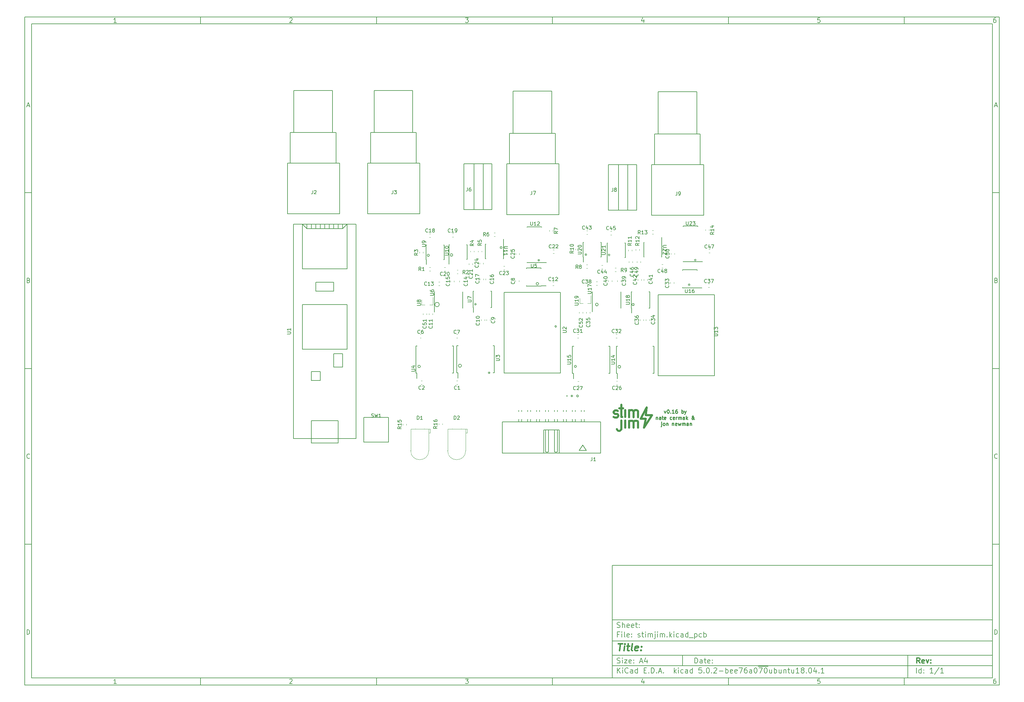
<source format=gto>
G04 #@! TF.GenerationSoftware,KiCad,Pcbnew,5.0.2-bee76a0~70~ubuntu18.04.1*
G04 #@! TF.CreationDate,2019-02-25T13:41:17+02:00*
G04 #@! TF.ProjectId,stimjim,7374696d-6a69-46d2-9e6b-696361645f70,rev?*
G04 #@! TF.SameCoordinates,Original*
G04 #@! TF.FileFunction,Legend,Top*
G04 #@! TF.FilePolarity,Positive*
%FSLAX46Y46*%
G04 Gerber Fmt 4.6, Leading zero omitted, Abs format (unit mm)*
G04 Created by KiCad (PCBNEW 5.0.2-bee76a0~70~ubuntu18.04.1) date Mon Feb 25 13:41:17 2019*
%MOMM*%
%LPD*%
G01*
G04 APERTURE LIST*
%ADD10C,0.100000*%
%ADD11C,0.150000*%
%ADD12C,0.300000*%
%ADD13C,0.400000*%
%ADD14C,0.600000*%
%ADD15C,0.200000*%
%ADD16C,0.250000*%
%ADD17C,0.120000*%
G04 APERTURE END LIST*
D10*
D11*
X177002200Y-166007200D02*
X177002200Y-198007200D01*
X285002200Y-198007200D01*
X285002200Y-166007200D01*
X177002200Y-166007200D01*
D10*
D11*
X10000000Y-10000000D02*
X10000000Y-200007200D01*
X287002200Y-200007200D01*
X287002200Y-10000000D01*
X10000000Y-10000000D01*
D10*
D11*
X12000000Y-12000000D02*
X12000000Y-198007200D01*
X285002200Y-198007200D01*
X285002200Y-12000000D01*
X12000000Y-12000000D01*
D10*
D11*
X60000000Y-12000000D02*
X60000000Y-10000000D01*
D10*
D11*
X110000000Y-12000000D02*
X110000000Y-10000000D01*
D10*
D11*
X160000000Y-12000000D02*
X160000000Y-10000000D01*
D10*
D11*
X210000000Y-12000000D02*
X210000000Y-10000000D01*
D10*
D11*
X260000000Y-12000000D02*
X260000000Y-10000000D01*
D10*
D11*
X36065476Y-11588095D02*
X35322619Y-11588095D01*
X35694047Y-11588095D02*
X35694047Y-10288095D01*
X35570238Y-10473809D01*
X35446428Y-10597619D01*
X35322619Y-10659523D01*
D10*
D11*
X85322619Y-10411904D02*
X85384523Y-10350000D01*
X85508333Y-10288095D01*
X85817857Y-10288095D01*
X85941666Y-10350000D01*
X86003571Y-10411904D01*
X86065476Y-10535714D01*
X86065476Y-10659523D01*
X86003571Y-10845238D01*
X85260714Y-11588095D01*
X86065476Y-11588095D01*
D10*
D11*
X135260714Y-10288095D02*
X136065476Y-10288095D01*
X135632142Y-10783333D01*
X135817857Y-10783333D01*
X135941666Y-10845238D01*
X136003571Y-10907142D01*
X136065476Y-11030952D01*
X136065476Y-11340476D01*
X136003571Y-11464285D01*
X135941666Y-11526190D01*
X135817857Y-11588095D01*
X135446428Y-11588095D01*
X135322619Y-11526190D01*
X135260714Y-11464285D01*
D10*
D11*
X185941666Y-10721428D02*
X185941666Y-11588095D01*
X185632142Y-10226190D02*
X185322619Y-11154761D01*
X186127380Y-11154761D01*
D10*
D11*
X236003571Y-10288095D02*
X235384523Y-10288095D01*
X235322619Y-10907142D01*
X235384523Y-10845238D01*
X235508333Y-10783333D01*
X235817857Y-10783333D01*
X235941666Y-10845238D01*
X236003571Y-10907142D01*
X236065476Y-11030952D01*
X236065476Y-11340476D01*
X236003571Y-11464285D01*
X235941666Y-11526190D01*
X235817857Y-11588095D01*
X235508333Y-11588095D01*
X235384523Y-11526190D01*
X235322619Y-11464285D01*
D10*
D11*
X285941666Y-10288095D02*
X285694047Y-10288095D01*
X285570238Y-10350000D01*
X285508333Y-10411904D01*
X285384523Y-10597619D01*
X285322619Y-10845238D01*
X285322619Y-11340476D01*
X285384523Y-11464285D01*
X285446428Y-11526190D01*
X285570238Y-11588095D01*
X285817857Y-11588095D01*
X285941666Y-11526190D01*
X286003571Y-11464285D01*
X286065476Y-11340476D01*
X286065476Y-11030952D01*
X286003571Y-10907142D01*
X285941666Y-10845238D01*
X285817857Y-10783333D01*
X285570238Y-10783333D01*
X285446428Y-10845238D01*
X285384523Y-10907142D01*
X285322619Y-11030952D01*
D10*
D11*
X60000000Y-198007200D02*
X60000000Y-200007200D01*
D10*
D11*
X110000000Y-198007200D02*
X110000000Y-200007200D01*
D10*
D11*
X160000000Y-198007200D02*
X160000000Y-200007200D01*
D10*
D11*
X210000000Y-198007200D02*
X210000000Y-200007200D01*
D10*
D11*
X260000000Y-198007200D02*
X260000000Y-200007200D01*
D10*
D11*
X36065476Y-199595295D02*
X35322619Y-199595295D01*
X35694047Y-199595295D02*
X35694047Y-198295295D01*
X35570238Y-198481009D01*
X35446428Y-198604819D01*
X35322619Y-198666723D01*
D10*
D11*
X85322619Y-198419104D02*
X85384523Y-198357200D01*
X85508333Y-198295295D01*
X85817857Y-198295295D01*
X85941666Y-198357200D01*
X86003571Y-198419104D01*
X86065476Y-198542914D01*
X86065476Y-198666723D01*
X86003571Y-198852438D01*
X85260714Y-199595295D01*
X86065476Y-199595295D01*
D10*
D11*
X135260714Y-198295295D02*
X136065476Y-198295295D01*
X135632142Y-198790533D01*
X135817857Y-198790533D01*
X135941666Y-198852438D01*
X136003571Y-198914342D01*
X136065476Y-199038152D01*
X136065476Y-199347676D01*
X136003571Y-199471485D01*
X135941666Y-199533390D01*
X135817857Y-199595295D01*
X135446428Y-199595295D01*
X135322619Y-199533390D01*
X135260714Y-199471485D01*
D10*
D11*
X185941666Y-198728628D02*
X185941666Y-199595295D01*
X185632142Y-198233390D02*
X185322619Y-199161961D01*
X186127380Y-199161961D01*
D10*
D11*
X236003571Y-198295295D02*
X235384523Y-198295295D01*
X235322619Y-198914342D01*
X235384523Y-198852438D01*
X235508333Y-198790533D01*
X235817857Y-198790533D01*
X235941666Y-198852438D01*
X236003571Y-198914342D01*
X236065476Y-199038152D01*
X236065476Y-199347676D01*
X236003571Y-199471485D01*
X235941666Y-199533390D01*
X235817857Y-199595295D01*
X235508333Y-199595295D01*
X235384523Y-199533390D01*
X235322619Y-199471485D01*
D10*
D11*
X285941666Y-198295295D02*
X285694047Y-198295295D01*
X285570238Y-198357200D01*
X285508333Y-198419104D01*
X285384523Y-198604819D01*
X285322619Y-198852438D01*
X285322619Y-199347676D01*
X285384523Y-199471485D01*
X285446428Y-199533390D01*
X285570238Y-199595295D01*
X285817857Y-199595295D01*
X285941666Y-199533390D01*
X286003571Y-199471485D01*
X286065476Y-199347676D01*
X286065476Y-199038152D01*
X286003571Y-198914342D01*
X285941666Y-198852438D01*
X285817857Y-198790533D01*
X285570238Y-198790533D01*
X285446428Y-198852438D01*
X285384523Y-198914342D01*
X285322619Y-199038152D01*
D10*
D11*
X10000000Y-60000000D02*
X12000000Y-60000000D01*
D10*
D11*
X10000000Y-110000000D02*
X12000000Y-110000000D01*
D10*
D11*
X10000000Y-160000000D02*
X12000000Y-160000000D01*
D10*
D11*
X10690476Y-35216666D02*
X11309523Y-35216666D01*
X10566666Y-35588095D02*
X11000000Y-34288095D01*
X11433333Y-35588095D01*
D10*
D11*
X11092857Y-84907142D02*
X11278571Y-84969047D01*
X11340476Y-85030952D01*
X11402380Y-85154761D01*
X11402380Y-85340476D01*
X11340476Y-85464285D01*
X11278571Y-85526190D01*
X11154761Y-85588095D01*
X10659523Y-85588095D01*
X10659523Y-84288095D01*
X11092857Y-84288095D01*
X11216666Y-84350000D01*
X11278571Y-84411904D01*
X11340476Y-84535714D01*
X11340476Y-84659523D01*
X11278571Y-84783333D01*
X11216666Y-84845238D01*
X11092857Y-84907142D01*
X10659523Y-84907142D01*
D10*
D11*
X11402380Y-135464285D02*
X11340476Y-135526190D01*
X11154761Y-135588095D01*
X11030952Y-135588095D01*
X10845238Y-135526190D01*
X10721428Y-135402380D01*
X10659523Y-135278571D01*
X10597619Y-135030952D01*
X10597619Y-134845238D01*
X10659523Y-134597619D01*
X10721428Y-134473809D01*
X10845238Y-134350000D01*
X11030952Y-134288095D01*
X11154761Y-134288095D01*
X11340476Y-134350000D01*
X11402380Y-134411904D01*
D10*
D11*
X10659523Y-185588095D02*
X10659523Y-184288095D01*
X10969047Y-184288095D01*
X11154761Y-184350000D01*
X11278571Y-184473809D01*
X11340476Y-184597619D01*
X11402380Y-184845238D01*
X11402380Y-185030952D01*
X11340476Y-185278571D01*
X11278571Y-185402380D01*
X11154761Y-185526190D01*
X10969047Y-185588095D01*
X10659523Y-185588095D01*
D10*
D11*
X287002200Y-60000000D02*
X285002200Y-60000000D01*
D10*
D11*
X287002200Y-110000000D02*
X285002200Y-110000000D01*
D10*
D11*
X287002200Y-160000000D02*
X285002200Y-160000000D01*
D10*
D11*
X285692676Y-35216666D02*
X286311723Y-35216666D01*
X285568866Y-35588095D02*
X286002200Y-34288095D01*
X286435533Y-35588095D01*
D10*
D11*
X286095057Y-84907142D02*
X286280771Y-84969047D01*
X286342676Y-85030952D01*
X286404580Y-85154761D01*
X286404580Y-85340476D01*
X286342676Y-85464285D01*
X286280771Y-85526190D01*
X286156961Y-85588095D01*
X285661723Y-85588095D01*
X285661723Y-84288095D01*
X286095057Y-84288095D01*
X286218866Y-84350000D01*
X286280771Y-84411904D01*
X286342676Y-84535714D01*
X286342676Y-84659523D01*
X286280771Y-84783333D01*
X286218866Y-84845238D01*
X286095057Y-84907142D01*
X285661723Y-84907142D01*
D10*
D11*
X286404580Y-135464285D02*
X286342676Y-135526190D01*
X286156961Y-135588095D01*
X286033152Y-135588095D01*
X285847438Y-135526190D01*
X285723628Y-135402380D01*
X285661723Y-135278571D01*
X285599819Y-135030952D01*
X285599819Y-134845238D01*
X285661723Y-134597619D01*
X285723628Y-134473809D01*
X285847438Y-134350000D01*
X286033152Y-134288095D01*
X286156961Y-134288095D01*
X286342676Y-134350000D01*
X286404580Y-134411904D01*
D10*
D11*
X285661723Y-185588095D02*
X285661723Y-184288095D01*
X285971247Y-184288095D01*
X286156961Y-184350000D01*
X286280771Y-184473809D01*
X286342676Y-184597619D01*
X286404580Y-184845238D01*
X286404580Y-185030952D01*
X286342676Y-185278571D01*
X286280771Y-185402380D01*
X286156961Y-185526190D01*
X285971247Y-185588095D01*
X285661723Y-185588095D01*
D10*
D11*
X200434342Y-193785771D02*
X200434342Y-192285771D01*
X200791485Y-192285771D01*
X201005771Y-192357200D01*
X201148628Y-192500057D01*
X201220057Y-192642914D01*
X201291485Y-192928628D01*
X201291485Y-193142914D01*
X201220057Y-193428628D01*
X201148628Y-193571485D01*
X201005771Y-193714342D01*
X200791485Y-193785771D01*
X200434342Y-193785771D01*
X202577200Y-193785771D02*
X202577200Y-193000057D01*
X202505771Y-192857200D01*
X202362914Y-192785771D01*
X202077200Y-192785771D01*
X201934342Y-192857200D01*
X202577200Y-193714342D02*
X202434342Y-193785771D01*
X202077200Y-193785771D01*
X201934342Y-193714342D01*
X201862914Y-193571485D01*
X201862914Y-193428628D01*
X201934342Y-193285771D01*
X202077200Y-193214342D01*
X202434342Y-193214342D01*
X202577200Y-193142914D01*
X203077200Y-192785771D02*
X203648628Y-192785771D01*
X203291485Y-192285771D02*
X203291485Y-193571485D01*
X203362914Y-193714342D01*
X203505771Y-193785771D01*
X203648628Y-193785771D01*
X204720057Y-193714342D02*
X204577200Y-193785771D01*
X204291485Y-193785771D01*
X204148628Y-193714342D01*
X204077200Y-193571485D01*
X204077200Y-193000057D01*
X204148628Y-192857200D01*
X204291485Y-192785771D01*
X204577200Y-192785771D01*
X204720057Y-192857200D01*
X204791485Y-193000057D01*
X204791485Y-193142914D01*
X204077200Y-193285771D01*
X205434342Y-193642914D02*
X205505771Y-193714342D01*
X205434342Y-193785771D01*
X205362914Y-193714342D01*
X205434342Y-193642914D01*
X205434342Y-193785771D01*
X205434342Y-192857200D02*
X205505771Y-192928628D01*
X205434342Y-193000057D01*
X205362914Y-192928628D01*
X205434342Y-192857200D01*
X205434342Y-193000057D01*
D10*
D11*
X177002200Y-194507200D02*
X285002200Y-194507200D01*
D10*
D11*
X178434342Y-196585771D02*
X178434342Y-195085771D01*
X179291485Y-196585771D02*
X178648628Y-195728628D01*
X179291485Y-195085771D02*
X178434342Y-195942914D01*
X179934342Y-196585771D02*
X179934342Y-195585771D01*
X179934342Y-195085771D02*
X179862914Y-195157200D01*
X179934342Y-195228628D01*
X180005771Y-195157200D01*
X179934342Y-195085771D01*
X179934342Y-195228628D01*
X181505771Y-196442914D02*
X181434342Y-196514342D01*
X181220057Y-196585771D01*
X181077200Y-196585771D01*
X180862914Y-196514342D01*
X180720057Y-196371485D01*
X180648628Y-196228628D01*
X180577200Y-195942914D01*
X180577200Y-195728628D01*
X180648628Y-195442914D01*
X180720057Y-195300057D01*
X180862914Y-195157200D01*
X181077200Y-195085771D01*
X181220057Y-195085771D01*
X181434342Y-195157200D01*
X181505771Y-195228628D01*
X182791485Y-196585771D02*
X182791485Y-195800057D01*
X182720057Y-195657200D01*
X182577200Y-195585771D01*
X182291485Y-195585771D01*
X182148628Y-195657200D01*
X182791485Y-196514342D02*
X182648628Y-196585771D01*
X182291485Y-196585771D01*
X182148628Y-196514342D01*
X182077200Y-196371485D01*
X182077200Y-196228628D01*
X182148628Y-196085771D01*
X182291485Y-196014342D01*
X182648628Y-196014342D01*
X182791485Y-195942914D01*
X184148628Y-196585771D02*
X184148628Y-195085771D01*
X184148628Y-196514342D02*
X184005771Y-196585771D01*
X183720057Y-196585771D01*
X183577200Y-196514342D01*
X183505771Y-196442914D01*
X183434342Y-196300057D01*
X183434342Y-195871485D01*
X183505771Y-195728628D01*
X183577200Y-195657200D01*
X183720057Y-195585771D01*
X184005771Y-195585771D01*
X184148628Y-195657200D01*
X186005771Y-195800057D02*
X186505771Y-195800057D01*
X186720057Y-196585771D02*
X186005771Y-196585771D01*
X186005771Y-195085771D01*
X186720057Y-195085771D01*
X187362914Y-196442914D02*
X187434342Y-196514342D01*
X187362914Y-196585771D01*
X187291485Y-196514342D01*
X187362914Y-196442914D01*
X187362914Y-196585771D01*
X188077200Y-196585771D02*
X188077200Y-195085771D01*
X188434342Y-195085771D01*
X188648628Y-195157200D01*
X188791485Y-195300057D01*
X188862914Y-195442914D01*
X188934342Y-195728628D01*
X188934342Y-195942914D01*
X188862914Y-196228628D01*
X188791485Y-196371485D01*
X188648628Y-196514342D01*
X188434342Y-196585771D01*
X188077200Y-196585771D01*
X189577200Y-196442914D02*
X189648628Y-196514342D01*
X189577200Y-196585771D01*
X189505771Y-196514342D01*
X189577200Y-196442914D01*
X189577200Y-196585771D01*
X190220057Y-196157200D02*
X190934342Y-196157200D01*
X190077200Y-196585771D02*
X190577200Y-195085771D01*
X191077200Y-196585771D01*
X191577200Y-196442914D02*
X191648628Y-196514342D01*
X191577200Y-196585771D01*
X191505771Y-196514342D01*
X191577200Y-196442914D01*
X191577200Y-196585771D01*
X194577200Y-196585771D02*
X194577200Y-195085771D01*
X194720057Y-196014342D02*
X195148628Y-196585771D01*
X195148628Y-195585771D02*
X194577200Y-196157200D01*
X195791485Y-196585771D02*
X195791485Y-195585771D01*
X195791485Y-195085771D02*
X195720057Y-195157200D01*
X195791485Y-195228628D01*
X195862914Y-195157200D01*
X195791485Y-195085771D01*
X195791485Y-195228628D01*
X197148628Y-196514342D02*
X197005771Y-196585771D01*
X196720057Y-196585771D01*
X196577200Y-196514342D01*
X196505771Y-196442914D01*
X196434342Y-196300057D01*
X196434342Y-195871485D01*
X196505771Y-195728628D01*
X196577200Y-195657200D01*
X196720057Y-195585771D01*
X197005771Y-195585771D01*
X197148628Y-195657200D01*
X198434342Y-196585771D02*
X198434342Y-195800057D01*
X198362914Y-195657200D01*
X198220057Y-195585771D01*
X197934342Y-195585771D01*
X197791485Y-195657200D01*
X198434342Y-196514342D02*
X198291485Y-196585771D01*
X197934342Y-196585771D01*
X197791485Y-196514342D01*
X197720057Y-196371485D01*
X197720057Y-196228628D01*
X197791485Y-196085771D01*
X197934342Y-196014342D01*
X198291485Y-196014342D01*
X198434342Y-195942914D01*
X199791485Y-196585771D02*
X199791485Y-195085771D01*
X199791485Y-196514342D02*
X199648628Y-196585771D01*
X199362914Y-196585771D01*
X199220057Y-196514342D01*
X199148628Y-196442914D01*
X199077200Y-196300057D01*
X199077200Y-195871485D01*
X199148628Y-195728628D01*
X199220057Y-195657200D01*
X199362914Y-195585771D01*
X199648628Y-195585771D01*
X199791485Y-195657200D01*
X202362914Y-195085771D02*
X201648628Y-195085771D01*
X201577200Y-195800057D01*
X201648628Y-195728628D01*
X201791485Y-195657200D01*
X202148628Y-195657200D01*
X202291485Y-195728628D01*
X202362914Y-195800057D01*
X202434342Y-195942914D01*
X202434342Y-196300057D01*
X202362914Y-196442914D01*
X202291485Y-196514342D01*
X202148628Y-196585771D01*
X201791485Y-196585771D01*
X201648628Y-196514342D01*
X201577200Y-196442914D01*
X203077200Y-196442914D02*
X203148628Y-196514342D01*
X203077200Y-196585771D01*
X203005771Y-196514342D01*
X203077200Y-196442914D01*
X203077200Y-196585771D01*
X204077200Y-195085771D02*
X204220057Y-195085771D01*
X204362914Y-195157200D01*
X204434342Y-195228628D01*
X204505771Y-195371485D01*
X204577200Y-195657200D01*
X204577200Y-196014342D01*
X204505771Y-196300057D01*
X204434342Y-196442914D01*
X204362914Y-196514342D01*
X204220057Y-196585771D01*
X204077200Y-196585771D01*
X203934342Y-196514342D01*
X203862914Y-196442914D01*
X203791485Y-196300057D01*
X203720057Y-196014342D01*
X203720057Y-195657200D01*
X203791485Y-195371485D01*
X203862914Y-195228628D01*
X203934342Y-195157200D01*
X204077200Y-195085771D01*
X205220057Y-196442914D02*
X205291485Y-196514342D01*
X205220057Y-196585771D01*
X205148628Y-196514342D01*
X205220057Y-196442914D01*
X205220057Y-196585771D01*
X205862914Y-195228628D02*
X205934342Y-195157200D01*
X206077200Y-195085771D01*
X206434342Y-195085771D01*
X206577200Y-195157200D01*
X206648628Y-195228628D01*
X206720057Y-195371485D01*
X206720057Y-195514342D01*
X206648628Y-195728628D01*
X205791485Y-196585771D01*
X206720057Y-196585771D01*
X207362914Y-196014342D02*
X208505771Y-196014342D01*
X209220057Y-196585771D02*
X209220057Y-195085771D01*
X209220057Y-195657200D02*
X209362914Y-195585771D01*
X209648628Y-195585771D01*
X209791485Y-195657200D01*
X209862914Y-195728628D01*
X209934342Y-195871485D01*
X209934342Y-196300057D01*
X209862914Y-196442914D01*
X209791485Y-196514342D01*
X209648628Y-196585771D01*
X209362914Y-196585771D01*
X209220057Y-196514342D01*
X211148628Y-196514342D02*
X211005771Y-196585771D01*
X210720057Y-196585771D01*
X210577200Y-196514342D01*
X210505771Y-196371485D01*
X210505771Y-195800057D01*
X210577200Y-195657200D01*
X210720057Y-195585771D01*
X211005771Y-195585771D01*
X211148628Y-195657200D01*
X211220057Y-195800057D01*
X211220057Y-195942914D01*
X210505771Y-196085771D01*
X212434342Y-196514342D02*
X212291485Y-196585771D01*
X212005771Y-196585771D01*
X211862914Y-196514342D01*
X211791485Y-196371485D01*
X211791485Y-195800057D01*
X211862914Y-195657200D01*
X212005771Y-195585771D01*
X212291485Y-195585771D01*
X212434342Y-195657200D01*
X212505771Y-195800057D01*
X212505771Y-195942914D01*
X211791485Y-196085771D01*
X213005771Y-195085771D02*
X214005771Y-195085771D01*
X213362914Y-196585771D01*
X215220057Y-195085771D02*
X214934342Y-195085771D01*
X214791485Y-195157200D01*
X214720057Y-195228628D01*
X214577200Y-195442914D01*
X214505771Y-195728628D01*
X214505771Y-196300057D01*
X214577200Y-196442914D01*
X214648628Y-196514342D01*
X214791485Y-196585771D01*
X215077200Y-196585771D01*
X215220057Y-196514342D01*
X215291485Y-196442914D01*
X215362914Y-196300057D01*
X215362914Y-195942914D01*
X215291485Y-195800057D01*
X215220057Y-195728628D01*
X215077200Y-195657200D01*
X214791485Y-195657200D01*
X214648628Y-195728628D01*
X214577200Y-195800057D01*
X214505771Y-195942914D01*
X216648628Y-196585771D02*
X216648628Y-195800057D01*
X216577200Y-195657200D01*
X216434342Y-195585771D01*
X216148628Y-195585771D01*
X216005771Y-195657200D01*
X216648628Y-196514342D02*
X216505771Y-196585771D01*
X216148628Y-196585771D01*
X216005771Y-196514342D01*
X215934342Y-196371485D01*
X215934342Y-196228628D01*
X216005771Y-196085771D01*
X216148628Y-196014342D01*
X216505771Y-196014342D01*
X216648628Y-195942914D01*
X217648628Y-195085771D02*
X217791485Y-195085771D01*
X217934342Y-195157200D01*
X218005771Y-195228628D01*
X218077200Y-195371485D01*
X218148628Y-195657200D01*
X218148628Y-196014342D01*
X218077200Y-196300057D01*
X218005771Y-196442914D01*
X217934342Y-196514342D01*
X217791485Y-196585771D01*
X217648628Y-196585771D01*
X217505771Y-196514342D01*
X217434342Y-196442914D01*
X217362914Y-196300057D01*
X217291485Y-196014342D01*
X217291485Y-195657200D01*
X217362914Y-195371485D01*
X217434342Y-195228628D01*
X217505771Y-195157200D01*
X217648628Y-195085771D01*
X218434342Y-194677200D02*
X219862914Y-194677200D01*
X218648628Y-195085771D02*
X219648628Y-195085771D01*
X219005771Y-196585771D01*
X219862914Y-194677200D02*
X221291485Y-194677200D01*
X220505771Y-195085771D02*
X220648628Y-195085771D01*
X220791485Y-195157200D01*
X220862914Y-195228628D01*
X220934342Y-195371485D01*
X221005771Y-195657200D01*
X221005771Y-196014342D01*
X220934342Y-196300057D01*
X220862914Y-196442914D01*
X220791485Y-196514342D01*
X220648628Y-196585771D01*
X220505771Y-196585771D01*
X220362914Y-196514342D01*
X220291485Y-196442914D01*
X220220057Y-196300057D01*
X220148628Y-196014342D01*
X220148628Y-195657200D01*
X220220057Y-195371485D01*
X220291485Y-195228628D01*
X220362914Y-195157200D01*
X220505771Y-195085771D01*
X222291485Y-195585771D02*
X222291485Y-196585771D01*
X221648628Y-195585771D02*
X221648628Y-196371485D01*
X221720057Y-196514342D01*
X221862914Y-196585771D01*
X222077200Y-196585771D01*
X222220057Y-196514342D01*
X222291485Y-196442914D01*
X223005771Y-196585771D02*
X223005771Y-195085771D01*
X223005771Y-195657200D02*
X223148628Y-195585771D01*
X223434342Y-195585771D01*
X223577200Y-195657200D01*
X223648628Y-195728628D01*
X223720057Y-195871485D01*
X223720057Y-196300057D01*
X223648628Y-196442914D01*
X223577200Y-196514342D01*
X223434342Y-196585771D01*
X223148628Y-196585771D01*
X223005771Y-196514342D01*
X225005771Y-195585771D02*
X225005771Y-196585771D01*
X224362914Y-195585771D02*
X224362914Y-196371485D01*
X224434342Y-196514342D01*
X224577200Y-196585771D01*
X224791485Y-196585771D01*
X224934342Y-196514342D01*
X225005771Y-196442914D01*
X225720057Y-195585771D02*
X225720057Y-196585771D01*
X225720057Y-195728628D02*
X225791485Y-195657200D01*
X225934342Y-195585771D01*
X226148628Y-195585771D01*
X226291485Y-195657200D01*
X226362914Y-195800057D01*
X226362914Y-196585771D01*
X226862914Y-195585771D02*
X227434342Y-195585771D01*
X227077200Y-195085771D02*
X227077200Y-196371485D01*
X227148628Y-196514342D01*
X227291485Y-196585771D01*
X227434342Y-196585771D01*
X228577200Y-195585771D02*
X228577200Y-196585771D01*
X227934342Y-195585771D02*
X227934342Y-196371485D01*
X228005771Y-196514342D01*
X228148628Y-196585771D01*
X228362914Y-196585771D01*
X228505771Y-196514342D01*
X228577200Y-196442914D01*
X230077200Y-196585771D02*
X229220057Y-196585771D01*
X229648628Y-196585771D02*
X229648628Y-195085771D01*
X229505771Y-195300057D01*
X229362914Y-195442914D01*
X229220057Y-195514342D01*
X230934342Y-195728628D02*
X230791485Y-195657200D01*
X230720057Y-195585771D01*
X230648628Y-195442914D01*
X230648628Y-195371485D01*
X230720057Y-195228628D01*
X230791485Y-195157200D01*
X230934342Y-195085771D01*
X231220057Y-195085771D01*
X231362914Y-195157200D01*
X231434342Y-195228628D01*
X231505771Y-195371485D01*
X231505771Y-195442914D01*
X231434342Y-195585771D01*
X231362914Y-195657200D01*
X231220057Y-195728628D01*
X230934342Y-195728628D01*
X230791485Y-195800057D01*
X230720057Y-195871485D01*
X230648628Y-196014342D01*
X230648628Y-196300057D01*
X230720057Y-196442914D01*
X230791485Y-196514342D01*
X230934342Y-196585771D01*
X231220057Y-196585771D01*
X231362914Y-196514342D01*
X231434342Y-196442914D01*
X231505771Y-196300057D01*
X231505771Y-196014342D01*
X231434342Y-195871485D01*
X231362914Y-195800057D01*
X231220057Y-195728628D01*
X232148628Y-196442914D02*
X232220057Y-196514342D01*
X232148628Y-196585771D01*
X232077200Y-196514342D01*
X232148628Y-196442914D01*
X232148628Y-196585771D01*
X233148628Y-195085771D02*
X233291485Y-195085771D01*
X233434342Y-195157200D01*
X233505771Y-195228628D01*
X233577200Y-195371485D01*
X233648628Y-195657200D01*
X233648628Y-196014342D01*
X233577200Y-196300057D01*
X233505771Y-196442914D01*
X233434342Y-196514342D01*
X233291485Y-196585771D01*
X233148628Y-196585771D01*
X233005771Y-196514342D01*
X232934342Y-196442914D01*
X232862914Y-196300057D01*
X232791485Y-196014342D01*
X232791485Y-195657200D01*
X232862914Y-195371485D01*
X232934342Y-195228628D01*
X233005771Y-195157200D01*
X233148628Y-195085771D01*
X234934342Y-195585771D02*
X234934342Y-196585771D01*
X234577200Y-195014342D02*
X234220057Y-196085771D01*
X235148628Y-196085771D01*
X235720057Y-196442914D02*
X235791485Y-196514342D01*
X235720057Y-196585771D01*
X235648628Y-196514342D01*
X235720057Y-196442914D01*
X235720057Y-196585771D01*
X237220057Y-196585771D02*
X236362914Y-196585771D01*
X236791485Y-196585771D02*
X236791485Y-195085771D01*
X236648628Y-195300057D01*
X236505771Y-195442914D01*
X236362914Y-195514342D01*
D10*
D11*
X177002200Y-191507200D02*
X285002200Y-191507200D01*
D10*
D12*
X264411485Y-193785771D02*
X263911485Y-193071485D01*
X263554342Y-193785771D02*
X263554342Y-192285771D01*
X264125771Y-192285771D01*
X264268628Y-192357200D01*
X264340057Y-192428628D01*
X264411485Y-192571485D01*
X264411485Y-192785771D01*
X264340057Y-192928628D01*
X264268628Y-193000057D01*
X264125771Y-193071485D01*
X263554342Y-193071485D01*
X265625771Y-193714342D02*
X265482914Y-193785771D01*
X265197200Y-193785771D01*
X265054342Y-193714342D01*
X264982914Y-193571485D01*
X264982914Y-193000057D01*
X265054342Y-192857200D01*
X265197200Y-192785771D01*
X265482914Y-192785771D01*
X265625771Y-192857200D01*
X265697200Y-193000057D01*
X265697200Y-193142914D01*
X264982914Y-193285771D01*
X266197200Y-192785771D02*
X266554342Y-193785771D01*
X266911485Y-192785771D01*
X267482914Y-193642914D02*
X267554342Y-193714342D01*
X267482914Y-193785771D01*
X267411485Y-193714342D01*
X267482914Y-193642914D01*
X267482914Y-193785771D01*
X267482914Y-192857200D02*
X267554342Y-192928628D01*
X267482914Y-193000057D01*
X267411485Y-192928628D01*
X267482914Y-192857200D01*
X267482914Y-193000057D01*
D10*
D11*
X178362914Y-193714342D02*
X178577200Y-193785771D01*
X178934342Y-193785771D01*
X179077200Y-193714342D01*
X179148628Y-193642914D01*
X179220057Y-193500057D01*
X179220057Y-193357200D01*
X179148628Y-193214342D01*
X179077200Y-193142914D01*
X178934342Y-193071485D01*
X178648628Y-193000057D01*
X178505771Y-192928628D01*
X178434342Y-192857200D01*
X178362914Y-192714342D01*
X178362914Y-192571485D01*
X178434342Y-192428628D01*
X178505771Y-192357200D01*
X178648628Y-192285771D01*
X179005771Y-192285771D01*
X179220057Y-192357200D01*
X179862914Y-193785771D02*
X179862914Y-192785771D01*
X179862914Y-192285771D02*
X179791485Y-192357200D01*
X179862914Y-192428628D01*
X179934342Y-192357200D01*
X179862914Y-192285771D01*
X179862914Y-192428628D01*
X180434342Y-192785771D02*
X181220057Y-192785771D01*
X180434342Y-193785771D01*
X181220057Y-193785771D01*
X182362914Y-193714342D02*
X182220057Y-193785771D01*
X181934342Y-193785771D01*
X181791485Y-193714342D01*
X181720057Y-193571485D01*
X181720057Y-193000057D01*
X181791485Y-192857200D01*
X181934342Y-192785771D01*
X182220057Y-192785771D01*
X182362914Y-192857200D01*
X182434342Y-193000057D01*
X182434342Y-193142914D01*
X181720057Y-193285771D01*
X183077200Y-193642914D02*
X183148628Y-193714342D01*
X183077200Y-193785771D01*
X183005771Y-193714342D01*
X183077200Y-193642914D01*
X183077200Y-193785771D01*
X183077200Y-192857200D02*
X183148628Y-192928628D01*
X183077200Y-193000057D01*
X183005771Y-192928628D01*
X183077200Y-192857200D01*
X183077200Y-193000057D01*
X184862914Y-193357200D02*
X185577200Y-193357200D01*
X184720057Y-193785771D02*
X185220057Y-192285771D01*
X185720057Y-193785771D01*
X186862914Y-192785771D02*
X186862914Y-193785771D01*
X186505771Y-192214342D02*
X186148628Y-193285771D01*
X187077200Y-193285771D01*
D10*
D11*
X263434342Y-196585771D02*
X263434342Y-195085771D01*
X264791485Y-196585771D02*
X264791485Y-195085771D01*
X264791485Y-196514342D02*
X264648628Y-196585771D01*
X264362914Y-196585771D01*
X264220057Y-196514342D01*
X264148628Y-196442914D01*
X264077200Y-196300057D01*
X264077200Y-195871485D01*
X264148628Y-195728628D01*
X264220057Y-195657200D01*
X264362914Y-195585771D01*
X264648628Y-195585771D01*
X264791485Y-195657200D01*
X265505771Y-196442914D02*
X265577200Y-196514342D01*
X265505771Y-196585771D01*
X265434342Y-196514342D01*
X265505771Y-196442914D01*
X265505771Y-196585771D01*
X265505771Y-195657200D02*
X265577200Y-195728628D01*
X265505771Y-195800057D01*
X265434342Y-195728628D01*
X265505771Y-195657200D01*
X265505771Y-195800057D01*
X268148628Y-196585771D02*
X267291485Y-196585771D01*
X267720057Y-196585771D02*
X267720057Y-195085771D01*
X267577200Y-195300057D01*
X267434342Y-195442914D01*
X267291485Y-195514342D01*
X269862914Y-195014342D02*
X268577200Y-196942914D01*
X271148628Y-196585771D02*
X270291485Y-196585771D01*
X270720057Y-196585771D02*
X270720057Y-195085771D01*
X270577200Y-195300057D01*
X270434342Y-195442914D01*
X270291485Y-195514342D01*
D10*
D11*
X177002200Y-187507200D02*
X285002200Y-187507200D01*
D10*
D13*
X178714580Y-188211961D02*
X179857438Y-188211961D01*
X179036009Y-190211961D02*
X179286009Y-188211961D01*
X180274104Y-190211961D02*
X180440771Y-188878628D01*
X180524104Y-188211961D02*
X180416961Y-188307200D01*
X180500295Y-188402438D01*
X180607438Y-188307200D01*
X180524104Y-188211961D01*
X180500295Y-188402438D01*
X181107438Y-188878628D02*
X181869342Y-188878628D01*
X181476485Y-188211961D02*
X181262200Y-189926247D01*
X181333628Y-190116723D01*
X181512200Y-190211961D01*
X181702676Y-190211961D01*
X182655057Y-190211961D02*
X182476485Y-190116723D01*
X182405057Y-189926247D01*
X182619342Y-188211961D01*
X184190771Y-190116723D02*
X183988390Y-190211961D01*
X183607438Y-190211961D01*
X183428866Y-190116723D01*
X183357438Y-189926247D01*
X183452676Y-189164342D01*
X183571723Y-188973866D01*
X183774104Y-188878628D01*
X184155057Y-188878628D01*
X184333628Y-188973866D01*
X184405057Y-189164342D01*
X184381247Y-189354819D01*
X183405057Y-189545295D01*
X185155057Y-190021485D02*
X185238390Y-190116723D01*
X185131247Y-190211961D01*
X185047914Y-190116723D01*
X185155057Y-190021485D01*
X185131247Y-190211961D01*
X185286009Y-188973866D02*
X185369342Y-189069104D01*
X185262200Y-189164342D01*
X185178866Y-189069104D01*
X185286009Y-188973866D01*
X185262200Y-189164342D01*
D10*
D11*
X178934342Y-185600057D02*
X178434342Y-185600057D01*
X178434342Y-186385771D02*
X178434342Y-184885771D01*
X179148628Y-184885771D01*
X179720057Y-186385771D02*
X179720057Y-185385771D01*
X179720057Y-184885771D02*
X179648628Y-184957200D01*
X179720057Y-185028628D01*
X179791485Y-184957200D01*
X179720057Y-184885771D01*
X179720057Y-185028628D01*
X180648628Y-186385771D02*
X180505771Y-186314342D01*
X180434342Y-186171485D01*
X180434342Y-184885771D01*
X181791485Y-186314342D02*
X181648628Y-186385771D01*
X181362914Y-186385771D01*
X181220057Y-186314342D01*
X181148628Y-186171485D01*
X181148628Y-185600057D01*
X181220057Y-185457200D01*
X181362914Y-185385771D01*
X181648628Y-185385771D01*
X181791485Y-185457200D01*
X181862914Y-185600057D01*
X181862914Y-185742914D01*
X181148628Y-185885771D01*
X182505771Y-186242914D02*
X182577200Y-186314342D01*
X182505771Y-186385771D01*
X182434342Y-186314342D01*
X182505771Y-186242914D01*
X182505771Y-186385771D01*
X182505771Y-185457200D02*
X182577200Y-185528628D01*
X182505771Y-185600057D01*
X182434342Y-185528628D01*
X182505771Y-185457200D01*
X182505771Y-185600057D01*
X184291485Y-186314342D02*
X184434342Y-186385771D01*
X184720057Y-186385771D01*
X184862914Y-186314342D01*
X184934342Y-186171485D01*
X184934342Y-186100057D01*
X184862914Y-185957200D01*
X184720057Y-185885771D01*
X184505771Y-185885771D01*
X184362914Y-185814342D01*
X184291485Y-185671485D01*
X184291485Y-185600057D01*
X184362914Y-185457200D01*
X184505771Y-185385771D01*
X184720057Y-185385771D01*
X184862914Y-185457200D01*
X185362914Y-185385771D02*
X185934342Y-185385771D01*
X185577200Y-184885771D02*
X185577200Y-186171485D01*
X185648628Y-186314342D01*
X185791485Y-186385771D01*
X185934342Y-186385771D01*
X186434342Y-186385771D02*
X186434342Y-185385771D01*
X186434342Y-184885771D02*
X186362914Y-184957200D01*
X186434342Y-185028628D01*
X186505771Y-184957200D01*
X186434342Y-184885771D01*
X186434342Y-185028628D01*
X187148628Y-186385771D02*
X187148628Y-185385771D01*
X187148628Y-185528628D02*
X187220057Y-185457200D01*
X187362914Y-185385771D01*
X187577200Y-185385771D01*
X187720057Y-185457200D01*
X187791485Y-185600057D01*
X187791485Y-186385771D01*
X187791485Y-185600057D02*
X187862914Y-185457200D01*
X188005771Y-185385771D01*
X188220057Y-185385771D01*
X188362914Y-185457200D01*
X188434342Y-185600057D01*
X188434342Y-186385771D01*
X189148628Y-185385771D02*
X189148628Y-186671485D01*
X189077200Y-186814342D01*
X188934342Y-186885771D01*
X188862914Y-186885771D01*
X189148628Y-184885771D02*
X189077200Y-184957200D01*
X189148628Y-185028628D01*
X189220057Y-184957200D01*
X189148628Y-184885771D01*
X189148628Y-185028628D01*
X189862914Y-186385771D02*
X189862914Y-185385771D01*
X189862914Y-184885771D02*
X189791485Y-184957200D01*
X189862914Y-185028628D01*
X189934342Y-184957200D01*
X189862914Y-184885771D01*
X189862914Y-185028628D01*
X190577200Y-186385771D02*
X190577200Y-185385771D01*
X190577200Y-185528628D02*
X190648628Y-185457200D01*
X190791485Y-185385771D01*
X191005771Y-185385771D01*
X191148628Y-185457200D01*
X191220057Y-185600057D01*
X191220057Y-186385771D01*
X191220057Y-185600057D02*
X191291485Y-185457200D01*
X191434342Y-185385771D01*
X191648628Y-185385771D01*
X191791485Y-185457200D01*
X191862914Y-185600057D01*
X191862914Y-186385771D01*
X192577200Y-186242914D02*
X192648628Y-186314342D01*
X192577200Y-186385771D01*
X192505771Y-186314342D01*
X192577200Y-186242914D01*
X192577200Y-186385771D01*
X193291485Y-186385771D02*
X193291485Y-184885771D01*
X193434342Y-185814342D02*
X193862914Y-186385771D01*
X193862914Y-185385771D02*
X193291485Y-185957200D01*
X194505771Y-186385771D02*
X194505771Y-185385771D01*
X194505771Y-184885771D02*
X194434342Y-184957200D01*
X194505771Y-185028628D01*
X194577200Y-184957200D01*
X194505771Y-184885771D01*
X194505771Y-185028628D01*
X195862914Y-186314342D02*
X195720057Y-186385771D01*
X195434342Y-186385771D01*
X195291485Y-186314342D01*
X195220057Y-186242914D01*
X195148628Y-186100057D01*
X195148628Y-185671485D01*
X195220057Y-185528628D01*
X195291485Y-185457200D01*
X195434342Y-185385771D01*
X195720057Y-185385771D01*
X195862914Y-185457200D01*
X197148628Y-186385771D02*
X197148628Y-185600057D01*
X197077200Y-185457200D01*
X196934342Y-185385771D01*
X196648628Y-185385771D01*
X196505771Y-185457200D01*
X197148628Y-186314342D02*
X197005771Y-186385771D01*
X196648628Y-186385771D01*
X196505771Y-186314342D01*
X196434342Y-186171485D01*
X196434342Y-186028628D01*
X196505771Y-185885771D01*
X196648628Y-185814342D01*
X197005771Y-185814342D01*
X197148628Y-185742914D01*
X198505771Y-186385771D02*
X198505771Y-184885771D01*
X198505771Y-186314342D02*
X198362914Y-186385771D01*
X198077200Y-186385771D01*
X197934342Y-186314342D01*
X197862914Y-186242914D01*
X197791485Y-186100057D01*
X197791485Y-185671485D01*
X197862914Y-185528628D01*
X197934342Y-185457200D01*
X198077200Y-185385771D01*
X198362914Y-185385771D01*
X198505771Y-185457200D01*
X198862914Y-186528628D02*
X200005771Y-186528628D01*
X200362914Y-185385771D02*
X200362914Y-186885771D01*
X200362914Y-185457200D02*
X200505771Y-185385771D01*
X200791485Y-185385771D01*
X200934342Y-185457200D01*
X201005771Y-185528628D01*
X201077200Y-185671485D01*
X201077200Y-186100057D01*
X201005771Y-186242914D01*
X200934342Y-186314342D01*
X200791485Y-186385771D01*
X200505771Y-186385771D01*
X200362914Y-186314342D01*
X202362914Y-186314342D02*
X202220057Y-186385771D01*
X201934342Y-186385771D01*
X201791485Y-186314342D01*
X201720057Y-186242914D01*
X201648628Y-186100057D01*
X201648628Y-185671485D01*
X201720057Y-185528628D01*
X201791485Y-185457200D01*
X201934342Y-185385771D01*
X202220057Y-185385771D01*
X202362914Y-185457200D01*
X203005771Y-186385771D02*
X203005771Y-184885771D01*
X203005771Y-185457200D02*
X203148628Y-185385771D01*
X203434342Y-185385771D01*
X203577200Y-185457200D01*
X203648628Y-185528628D01*
X203720057Y-185671485D01*
X203720057Y-186100057D01*
X203648628Y-186242914D01*
X203577200Y-186314342D01*
X203434342Y-186385771D01*
X203148628Y-186385771D01*
X203005771Y-186314342D01*
D10*
D11*
X177002200Y-181507200D02*
X285002200Y-181507200D01*
D10*
D11*
X178362914Y-183614342D02*
X178577200Y-183685771D01*
X178934342Y-183685771D01*
X179077200Y-183614342D01*
X179148628Y-183542914D01*
X179220057Y-183400057D01*
X179220057Y-183257200D01*
X179148628Y-183114342D01*
X179077200Y-183042914D01*
X178934342Y-182971485D01*
X178648628Y-182900057D01*
X178505771Y-182828628D01*
X178434342Y-182757200D01*
X178362914Y-182614342D01*
X178362914Y-182471485D01*
X178434342Y-182328628D01*
X178505771Y-182257200D01*
X178648628Y-182185771D01*
X179005771Y-182185771D01*
X179220057Y-182257200D01*
X179862914Y-183685771D02*
X179862914Y-182185771D01*
X180505771Y-183685771D02*
X180505771Y-182900057D01*
X180434342Y-182757200D01*
X180291485Y-182685771D01*
X180077200Y-182685771D01*
X179934342Y-182757200D01*
X179862914Y-182828628D01*
X181791485Y-183614342D02*
X181648628Y-183685771D01*
X181362914Y-183685771D01*
X181220057Y-183614342D01*
X181148628Y-183471485D01*
X181148628Y-182900057D01*
X181220057Y-182757200D01*
X181362914Y-182685771D01*
X181648628Y-182685771D01*
X181791485Y-182757200D01*
X181862914Y-182900057D01*
X181862914Y-183042914D01*
X181148628Y-183185771D01*
X183077200Y-183614342D02*
X182934342Y-183685771D01*
X182648628Y-183685771D01*
X182505771Y-183614342D01*
X182434342Y-183471485D01*
X182434342Y-182900057D01*
X182505771Y-182757200D01*
X182648628Y-182685771D01*
X182934342Y-182685771D01*
X183077200Y-182757200D01*
X183148628Y-182900057D01*
X183148628Y-183042914D01*
X182434342Y-183185771D01*
X183577200Y-182685771D02*
X184148628Y-182685771D01*
X183791485Y-182185771D02*
X183791485Y-183471485D01*
X183862914Y-183614342D01*
X184005771Y-183685771D01*
X184148628Y-183685771D01*
X184648628Y-183542914D02*
X184720057Y-183614342D01*
X184648628Y-183685771D01*
X184577200Y-183614342D01*
X184648628Y-183542914D01*
X184648628Y-183685771D01*
X184648628Y-182757200D02*
X184720057Y-182828628D01*
X184648628Y-182900057D01*
X184577200Y-182828628D01*
X184648628Y-182757200D01*
X184648628Y-182900057D01*
D10*
D11*
X197002200Y-191507200D02*
X197002200Y-194507200D01*
D10*
D11*
X261002200Y-191507200D02*
X261002200Y-198007200D01*
D14*
X186500000Y-123250000D02*
X186750000Y-121000000D01*
X188250000Y-123250000D02*
X186500000Y-123250000D01*
X186000000Y-126750000D02*
X188250000Y-123250000D01*
X186500000Y-124250000D02*
X186000000Y-126750000D01*
X185000000Y-124250000D02*
X186500000Y-124250000D01*
X186750000Y-121000000D02*
X185000000Y-124250000D01*
X179496404Y-127269582D02*
G75*
G02X178300000Y-127249999I-596405J119582D01*
G01*
X179500000Y-123750000D02*
X179750000Y-123750000D01*
X178950000Y-121250000D02*
X180050000Y-121250000D01*
X179500000Y-123750000D02*
X179500000Y-120250000D01*
X179500000Y-127000000D02*
X179500000Y-127250000D01*
X179500000Y-124750000D02*
X179500000Y-127000000D01*
X180650000Y-121750000D02*
X180650000Y-123750000D01*
X180650000Y-124750000D02*
X180650000Y-126750000D01*
X181714285Y-126807142D02*
X181714285Y-124807142D01*
X181714285Y-125092857D02*
X181857142Y-124950000D01*
X182142857Y-124807142D01*
X182571428Y-124807142D01*
X182857142Y-124950000D01*
X183000000Y-125235714D01*
X183000000Y-126807142D01*
X183000000Y-125235714D02*
X183142857Y-124950000D01*
X183428571Y-124807142D01*
X183857142Y-124807142D01*
X184142857Y-124950000D01*
X184285714Y-125235714D01*
X184285714Y-126807142D01*
X181714285Y-123807142D02*
X181714285Y-121807142D01*
X181714285Y-122092857D02*
X181857142Y-121950000D01*
X182142857Y-121807142D01*
X182571428Y-121807142D01*
X182857142Y-121950000D01*
X183000000Y-122235714D01*
X183000000Y-123807142D01*
X183000000Y-122235714D02*
X183142857Y-121950000D01*
X183428571Y-121807142D01*
X183857142Y-121807142D01*
X184142857Y-121950000D01*
X184285714Y-122235714D01*
X184285714Y-123807142D01*
X177357142Y-123714285D02*
X177642857Y-123857142D01*
X178214285Y-123857142D01*
X178500000Y-123714285D01*
X178642857Y-123428571D01*
X178642857Y-123285714D01*
X178500000Y-123000000D01*
X178214285Y-122857142D01*
X177785714Y-122857142D01*
X177500000Y-122714285D01*
X177357142Y-122428571D01*
X177357142Y-122285714D01*
X177500000Y-122000000D01*
X177785714Y-121857142D01*
X178214285Y-121857142D01*
X178500000Y-122000000D01*
D15*
X183216228Y-91800000D02*
G75*
G03X183216228Y-91800000I-316228J0D01*
G01*
X173000000Y-91800000D02*
G75*
G03X173000000Y-91800000I-400000J0D01*
G01*
X179400000Y-109500000D02*
G75*
G03X179400000Y-109500000I-400000J0D01*
G01*
X166800000Y-109400000D02*
G75*
G03X166800000Y-109400000I-300000J0D01*
G01*
X122460555Y-109400000D02*
G75*
G03X122460555Y-109400000I-360555J0D01*
G01*
X134147214Y-109200000D02*
G75*
G03X134147214Y-109200000I-447214J0D01*
G01*
X127840312Y-91800000D02*
G75*
G03X127840312Y-91800000I-640312J0D01*
G01*
X138323607Y-91700000D02*
G75*
G03X138323607Y-91700000I-223607J0D01*
G01*
X156060555Y-85900000D02*
G75*
G03X156060555Y-85900000I-360555J0D01*
G01*
X145682843Y-75600000D02*
G75*
G03X145682843Y-75600000I-282843J0D01*
G01*
X125016228Y-77800000D02*
G75*
G03X125016228Y-77800000I-316228J0D01*
G01*
X131660555Y-77700000D02*
G75*
G03X131660555Y-77700000I-360555J0D01*
G01*
X161132777Y-98027306D02*
G75*
G03X161132777Y-98027306I-223607J0D01*
G01*
X199052512Y-86155524D02*
G75*
G03X199052512Y-86155524I-223607J0D01*
G01*
X200780932Y-79152002D02*
G75*
G03X200780932Y-79152002I-223607J0D01*
G01*
X142223607Y-111200000D02*
G75*
G03X142223607Y-111200000I-223607J0D01*
G01*
X164241421Y-117800000D02*
G75*
G03X164241421Y-117800000I-141421J0D01*
G01*
X176302135Y-77707936D02*
G75*
G03X176302135Y-77707936I-223607J0D01*
G01*
X169702135Y-77607936D02*
G75*
G03X169702135Y-77607936I-223607J0D01*
G01*
X165723607Y-117800000D02*
G75*
G03X165723607Y-117800000I-223607J0D01*
G01*
X167382843Y-117800000D02*
G75*
G03X167382843Y-117800000I-282843J0D01*
G01*
X156323607Y-79200000D02*
G75*
G03X156323607Y-79200000I-223607J0D01*
G01*
D16*
X191750000Y-122035714D02*
X191988095Y-122702380D01*
X192226190Y-122035714D01*
X192797619Y-121702380D02*
X192892857Y-121702380D01*
X192988095Y-121750000D01*
X193035714Y-121797619D01*
X193083333Y-121892857D01*
X193130952Y-122083333D01*
X193130952Y-122321428D01*
X193083333Y-122511904D01*
X193035714Y-122607142D01*
X192988095Y-122654761D01*
X192892857Y-122702380D01*
X192797619Y-122702380D01*
X192702380Y-122654761D01*
X192654761Y-122607142D01*
X192607142Y-122511904D01*
X192559523Y-122321428D01*
X192559523Y-122083333D01*
X192607142Y-121892857D01*
X192654761Y-121797619D01*
X192702380Y-121750000D01*
X192797619Y-121702380D01*
X193559523Y-122607142D02*
X193607142Y-122654761D01*
X193559523Y-122702380D01*
X193511904Y-122654761D01*
X193559523Y-122607142D01*
X193559523Y-122702380D01*
X194559523Y-122702380D02*
X193988095Y-122702380D01*
X194273809Y-122702380D02*
X194273809Y-121702380D01*
X194178571Y-121845238D01*
X194083333Y-121940476D01*
X193988095Y-121988095D01*
X195416666Y-121702380D02*
X195226190Y-121702380D01*
X195130952Y-121750000D01*
X195083333Y-121797619D01*
X194988095Y-121940476D01*
X194940476Y-122130952D01*
X194940476Y-122511904D01*
X194988095Y-122607142D01*
X195035714Y-122654761D01*
X195130952Y-122702380D01*
X195321428Y-122702380D01*
X195416666Y-122654761D01*
X195464285Y-122607142D01*
X195511904Y-122511904D01*
X195511904Y-122273809D01*
X195464285Y-122178571D01*
X195416666Y-122130952D01*
X195321428Y-122083333D01*
X195130952Y-122083333D01*
X195035714Y-122130952D01*
X194988095Y-122178571D01*
X194940476Y-122273809D01*
X196702380Y-122702380D02*
X196702380Y-121702380D01*
X196702380Y-122083333D02*
X196797619Y-122035714D01*
X196988095Y-122035714D01*
X197083333Y-122083333D01*
X197130952Y-122130952D01*
X197178571Y-122226190D01*
X197178571Y-122511904D01*
X197130952Y-122607142D01*
X197083333Y-122654761D01*
X196988095Y-122702380D01*
X196797619Y-122702380D01*
X196702380Y-122654761D01*
X197511904Y-122035714D02*
X197750000Y-122702380D01*
X197988095Y-122035714D02*
X197750000Y-122702380D01*
X197654761Y-122940476D01*
X197607142Y-122988095D01*
X197511904Y-123035714D01*
X189416666Y-123785714D02*
X189416666Y-124452380D01*
X189416666Y-123880952D02*
X189464285Y-123833333D01*
X189559523Y-123785714D01*
X189702380Y-123785714D01*
X189797619Y-123833333D01*
X189845238Y-123928571D01*
X189845238Y-124452380D01*
X190750000Y-124452380D02*
X190750000Y-123928571D01*
X190702380Y-123833333D01*
X190607142Y-123785714D01*
X190416666Y-123785714D01*
X190321428Y-123833333D01*
X190750000Y-124404761D02*
X190654761Y-124452380D01*
X190416666Y-124452380D01*
X190321428Y-124404761D01*
X190273809Y-124309523D01*
X190273809Y-124214285D01*
X190321428Y-124119047D01*
X190416666Y-124071428D01*
X190654761Y-124071428D01*
X190750000Y-124023809D01*
X191083333Y-123785714D02*
X191464285Y-123785714D01*
X191226190Y-123452380D02*
X191226190Y-124309523D01*
X191273809Y-124404761D01*
X191369047Y-124452380D01*
X191464285Y-124452380D01*
X192178571Y-124404761D02*
X192083333Y-124452380D01*
X191892857Y-124452380D01*
X191797619Y-124404761D01*
X191750000Y-124309523D01*
X191750000Y-123928571D01*
X191797619Y-123833333D01*
X191892857Y-123785714D01*
X192083333Y-123785714D01*
X192178571Y-123833333D01*
X192226190Y-123928571D01*
X192226190Y-124023809D01*
X191750000Y-124119047D01*
X193845238Y-124404761D02*
X193750000Y-124452380D01*
X193559523Y-124452380D01*
X193464285Y-124404761D01*
X193416666Y-124357142D01*
X193369047Y-124261904D01*
X193369047Y-123976190D01*
X193416666Y-123880952D01*
X193464285Y-123833333D01*
X193559523Y-123785714D01*
X193750000Y-123785714D01*
X193845238Y-123833333D01*
X194654761Y-124404761D02*
X194559523Y-124452380D01*
X194369047Y-124452380D01*
X194273809Y-124404761D01*
X194226190Y-124309523D01*
X194226190Y-123928571D01*
X194273809Y-123833333D01*
X194369047Y-123785714D01*
X194559523Y-123785714D01*
X194654761Y-123833333D01*
X194702380Y-123928571D01*
X194702380Y-124023809D01*
X194226190Y-124119047D01*
X195130952Y-124452380D02*
X195130952Y-123785714D01*
X195130952Y-123976190D02*
X195178571Y-123880952D01*
X195226190Y-123833333D01*
X195321428Y-123785714D01*
X195416666Y-123785714D01*
X195750000Y-124452380D02*
X195750000Y-123785714D01*
X195750000Y-123880952D02*
X195797619Y-123833333D01*
X195892857Y-123785714D01*
X196035714Y-123785714D01*
X196130952Y-123833333D01*
X196178571Y-123928571D01*
X196178571Y-124452380D01*
X196178571Y-123928571D02*
X196226190Y-123833333D01*
X196321428Y-123785714D01*
X196464285Y-123785714D01*
X196559523Y-123833333D01*
X196607142Y-123928571D01*
X196607142Y-124452380D01*
X197511904Y-124452380D02*
X197511904Y-123928571D01*
X197464285Y-123833333D01*
X197369047Y-123785714D01*
X197178571Y-123785714D01*
X197083333Y-123833333D01*
X197511904Y-124404761D02*
X197416666Y-124452380D01*
X197178571Y-124452380D01*
X197083333Y-124404761D01*
X197035714Y-124309523D01*
X197035714Y-124214285D01*
X197083333Y-124119047D01*
X197178571Y-124071428D01*
X197416666Y-124071428D01*
X197511904Y-124023809D01*
X197988095Y-124452380D02*
X197988095Y-123452380D01*
X198083333Y-124071428D02*
X198369047Y-124452380D01*
X198369047Y-123785714D02*
X197988095Y-124166666D01*
X200369047Y-124452380D02*
X200321428Y-124452380D01*
X200226190Y-124404761D01*
X200083333Y-124261904D01*
X199845238Y-123976190D01*
X199750000Y-123833333D01*
X199702380Y-123690476D01*
X199702380Y-123595238D01*
X199750000Y-123500000D01*
X199845238Y-123452380D01*
X199892857Y-123452380D01*
X199988095Y-123500000D01*
X200035714Y-123595238D01*
X200035714Y-123642857D01*
X199988095Y-123738095D01*
X199940476Y-123785714D01*
X199654761Y-123976190D01*
X199607142Y-124023809D01*
X199559523Y-124119047D01*
X199559523Y-124261904D01*
X199607142Y-124357142D01*
X199654761Y-124404761D01*
X199750000Y-124452380D01*
X199892857Y-124452380D01*
X199988095Y-124404761D01*
X200035714Y-124357142D01*
X200178571Y-124166666D01*
X200226190Y-124023809D01*
X200226190Y-123928571D01*
X190988095Y-125535714D02*
X190988095Y-126392857D01*
X190940476Y-126488095D01*
X190845238Y-126535714D01*
X190797619Y-126535714D01*
X190988095Y-125202380D02*
X190940476Y-125250000D01*
X190988095Y-125297619D01*
X191035714Y-125250000D01*
X190988095Y-125202380D01*
X190988095Y-125297619D01*
X191607142Y-126202380D02*
X191511904Y-126154761D01*
X191464285Y-126107142D01*
X191416666Y-126011904D01*
X191416666Y-125726190D01*
X191464285Y-125630952D01*
X191511904Y-125583333D01*
X191607142Y-125535714D01*
X191750000Y-125535714D01*
X191845238Y-125583333D01*
X191892857Y-125630952D01*
X191940476Y-125726190D01*
X191940476Y-126011904D01*
X191892857Y-126107142D01*
X191845238Y-126154761D01*
X191750000Y-126202380D01*
X191607142Y-126202380D01*
X192369047Y-125535714D02*
X192369047Y-126202380D01*
X192369047Y-125630952D02*
X192416666Y-125583333D01*
X192511904Y-125535714D01*
X192654761Y-125535714D01*
X192750000Y-125583333D01*
X192797619Y-125678571D01*
X192797619Y-126202380D01*
X194035714Y-125535714D02*
X194035714Y-126202380D01*
X194035714Y-125630952D02*
X194083333Y-125583333D01*
X194178571Y-125535714D01*
X194321428Y-125535714D01*
X194416666Y-125583333D01*
X194464285Y-125678571D01*
X194464285Y-126202380D01*
X195321428Y-126154761D02*
X195226190Y-126202380D01*
X195035714Y-126202380D01*
X194940476Y-126154761D01*
X194892857Y-126059523D01*
X194892857Y-125678571D01*
X194940476Y-125583333D01*
X195035714Y-125535714D01*
X195226190Y-125535714D01*
X195321428Y-125583333D01*
X195369047Y-125678571D01*
X195369047Y-125773809D01*
X194892857Y-125869047D01*
X195702380Y-125535714D02*
X195892857Y-126202380D01*
X196083333Y-125726190D01*
X196273809Y-126202380D01*
X196464285Y-125535714D01*
X196845238Y-126202380D02*
X196845238Y-125535714D01*
X196845238Y-125630952D02*
X196892857Y-125583333D01*
X196988095Y-125535714D01*
X197130952Y-125535714D01*
X197226190Y-125583333D01*
X197273809Y-125678571D01*
X197273809Y-126202380D01*
X197273809Y-125678571D02*
X197321428Y-125583333D01*
X197416666Y-125535714D01*
X197559523Y-125535714D01*
X197654761Y-125583333D01*
X197702380Y-125678571D01*
X197702380Y-126202380D01*
X198607142Y-126202380D02*
X198607142Y-125678571D01*
X198559523Y-125583333D01*
X198464285Y-125535714D01*
X198273809Y-125535714D01*
X198178571Y-125583333D01*
X198607142Y-126154761D02*
X198511904Y-126202380D01*
X198273809Y-126202380D01*
X198178571Y-126154761D01*
X198130952Y-126059523D01*
X198130952Y-125964285D01*
X198178571Y-125869047D01*
X198273809Y-125821428D01*
X198511904Y-125821428D01*
X198607142Y-125773809D01*
X199083333Y-125535714D02*
X199083333Y-126202380D01*
X199083333Y-125630952D02*
X199130952Y-125583333D01*
X199226190Y-125535714D01*
X199369047Y-125535714D01*
X199464285Y-125583333D01*
X199511904Y-125678571D01*
X199511904Y-126202380D01*
D17*
G04 #@! TO.C,D1*
X123540000Y-127080000D02*
X123540000Y-127080000D01*
X123540000Y-127210000D02*
X123540000Y-127080000D01*
X123540000Y-127210000D02*
X123540000Y-127210000D01*
X123540000Y-127080000D02*
X123540000Y-127210000D01*
X121000000Y-127080000D02*
X121000000Y-127080000D01*
X121000000Y-127210000D02*
X121000000Y-127080000D01*
X121000000Y-127210000D02*
X121000000Y-127210000D01*
X121000000Y-127080000D02*
X121000000Y-127210000D01*
X124830000Y-127210000D02*
X125230000Y-127210000D01*
X124830000Y-128330000D02*
X124830000Y-127210000D01*
X125230000Y-128330000D02*
X124830000Y-128330000D01*
X125230000Y-127210000D02*
X125230000Y-128330000D01*
X119710000Y-127210000D02*
X124830000Y-127210000D01*
X124830000Y-127210000D02*
X124830000Y-133370000D01*
X119710000Y-127210000D02*
X119710000Y-133370000D01*
X124830000Y-133370000D02*
G75*
G02X119710000Y-133370000I-2560000J0D01*
G01*
G04 #@! TO.C,D2*
X134040000Y-127080000D02*
X134040000Y-127080000D01*
X134040000Y-127210000D02*
X134040000Y-127080000D01*
X134040000Y-127210000D02*
X134040000Y-127210000D01*
X134040000Y-127080000D02*
X134040000Y-127210000D01*
X131500000Y-127080000D02*
X131500000Y-127080000D01*
X131500000Y-127210000D02*
X131500000Y-127080000D01*
X131500000Y-127210000D02*
X131500000Y-127210000D01*
X131500000Y-127080000D02*
X131500000Y-127210000D01*
X135330000Y-127210000D02*
X135730000Y-127210000D01*
X135330000Y-128330000D02*
X135330000Y-127210000D01*
X135730000Y-128330000D02*
X135330000Y-128330000D01*
X135730000Y-127210000D02*
X135730000Y-128330000D01*
X130210000Y-127210000D02*
X135330000Y-127210000D01*
X135330000Y-127210000D02*
X135330000Y-133370000D01*
X130210000Y-127210000D02*
X130210000Y-133370000D01*
X135330000Y-133370000D02*
G75*
G02X130210000Y-133370000I-2560000J0D01*
G01*
D11*
G04 #@! TO.C,SW1*
X106400000Y-123900000D02*
X113400000Y-123900000D01*
X113400000Y-123900000D02*
X113400000Y-130900000D01*
X113400000Y-130900000D02*
X106400000Y-130900000D01*
X106400000Y-130900000D02*
X106400000Y-123900000D01*
D17*
G04 #@! TO.C,R16*
X128710000Y-125962779D02*
X128710000Y-125637221D01*
X127690000Y-125962779D02*
X127690000Y-125637221D01*
G04 #@! TO.C,R15*
X117490000Y-126062779D02*
X117490000Y-125737221D01*
X118510000Y-126062779D02*
X118510000Y-125737221D01*
D11*
G04 #@! TO.C,U2*
X162250000Y-88300000D02*
X162250000Y-111300000D01*
X146250000Y-88300000D02*
X162250000Y-88300000D01*
X146250000Y-111300000D02*
X146250000Y-88300000D01*
X162250000Y-111300000D02*
X146250000Y-111300000D01*
D17*
G04 #@! TO.C,C52*
X167590000Y-94262779D02*
X167590000Y-93937221D01*
X168610000Y-94262779D02*
X168610000Y-93937221D01*
D11*
G04 #@! TO.C,U5*
X156775000Y-86490000D02*
X158175000Y-86490000D01*
X156775000Y-81390000D02*
X152625000Y-81390000D01*
X156775000Y-86540000D02*
X152625000Y-86540000D01*
X156775000Y-81390000D02*
X156775000Y-81535000D01*
X152625000Y-81390000D02*
X152625000Y-81535000D01*
X152625000Y-86540000D02*
X152625000Y-86395000D01*
X156775000Y-86540000D02*
X156775000Y-86490000D01*
D17*
G04 #@! TO.C,C51*
X123190000Y-94662779D02*
X123190000Y-94337221D01*
X124210000Y-94662779D02*
X124210000Y-94337221D01*
D11*
G04 #@! TO.C,J6*
X137700000Y-51800000D02*
X137700000Y-64800000D01*
X140300000Y-51800000D02*
X137700000Y-51800000D01*
X140300000Y-64800000D02*
X140300000Y-51800000D01*
X142800000Y-56800000D02*
X142800000Y-64800000D01*
X142800000Y-64800000D02*
X134800000Y-64800000D01*
X134800000Y-64800000D02*
X134800000Y-51800000D01*
X134800000Y-51800000D02*
X142800000Y-51800000D01*
X142800000Y-51800000D02*
X142800000Y-56800000D01*
G04 #@! TO.C,U13*
X206000000Y-112000000D02*
X190000000Y-112000000D01*
X190000000Y-112000000D02*
X190000000Y-89000000D01*
X190000000Y-89000000D02*
X206000000Y-89000000D01*
X206000000Y-89000000D02*
X206000000Y-112000000D01*
D17*
G04 #@! TO.C,C33*
X193515000Y-85487221D02*
X193515000Y-85812779D01*
X194535000Y-85487221D02*
X194535000Y-85812779D01*
G04 #@! TO.C,C26*
X178462779Y-114610000D02*
X178137221Y-114610000D01*
X178462779Y-113590000D02*
X178137221Y-113590000D01*
G04 #@! TO.C,C27*
X167137221Y-114710000D02*
X167462779Y-114710000D01*
X167137221Y-113690000D02*
X167462779Y-113690000D01*
G04 #@! TO.C,C31*
X167062221Y-100240000D02*
X167387779Y-100240000D01*
X167062221Y-101260000D02*
X167387779Y-101260000D01*
G04 #@! TO.C,C32*
X178037221Y-101310000D02*
X178362779Y-101310000D01*
X178037221Y-100290000D02*
X178362779Y-100290000D01*
G04 #@! TO.C,C34*
X187560000Y-96037221D02*
X187560000Y-96362779D01*
X186540000Y-96037221D02*
X186540000Y-96362779D01*
G04 #@! TO.C,C36*
X184840000Y-96037221D02*
X184840000Y-96362779D01*
X185860000Y-96037221D02*
X185860000Y-96362779D01*
G04 #@! TO.C,C35*
X169590000Y-94262779D02*
X169590000Y-93937221D01*
X170610000Y-94262779D02*
X170610000Y-93937221D01*
G04 #@! TO.C,C37*
X204612779Y-85890000D02*
X204287221Y-85890000D01*
X204612779Y-86910000D02*
X204287221Y-86910000D01*
G04 #@! TO.C,C38*
X172762779Y-86310000D02*
X172437221Y-86310000D01*
X172762779Y-85290000D02*
X172437221Y-85290000D01*
G04 #@! TO.C,C39*
X178390000Y-84937221D02*
X178390000Y-85262779D01*
X179410000Y-84937221D02*
X179410000Y-85262779D01*
G04 #@! TO.C,C40*
X176910000Y-84937221D02*
X176910000Y-85262779D01*
X175890000Y-84937221D02*
X175890000Y-85262779D01*
G04 #@! TO.C,C42*
X185310000Y-84912779D02*
X185310000Y-84587221D01*
X184290000Y-84912779D02*
X184290000Y-84587221D01*
G04 #@! TO.C,C41*
X185965000Y-84912779D02*
X185965000Y-84587221D01*
X186985000Y-84912779D02*
X186985000Y-84587221D01*
D11*
G04 #@! TO.C,U14*
X178450000Y-111375000D02*
X178450000Y-112900000D01*
X188825000Y-111375000D02*
X188825000Y-103625000D01*
X178175000Y-111375000D02*
X178175000Y-103625000D01*
X188825000Y-111375000D02*
X188470000Y-111375000D01*
X188825000Y-103625000D02*
X188470000Y-103625000D01*
X178175000Y-103625000D02*
X178530000Y-103625000D01*
X178175000Y-111375000D02*
X178450000Y-111375000D01*
G04 #@! TO.C,U15*
X165675000Y-111375000D02*
X165950000Y-111375000D01*
X165675000Y-103625000D02*
X166030000Y-103625000D01*
X176325000Y-103625000D02*
X175970000Y-103625000D01*
X176325000Y-111375000D02*
X175970000Y-111375000D01*
X165675000Y-111375000D02*
X165675000Y-103625000D01*
X176325000Y-111375000D02*
X176325000Y-103625000D01*
X165950000Y-111375000D02*
X165950000Y-112900000D01*
G04 #@! TO.C,U16*
X201075000Y-87075000D02*
X201075000Y-87025000D01*
X196925000Y-87075000D02*
X196925000Y-86930000D01*
X196925000Y-81925000D02*
X196925000Y-82070000D01*
X201075000Y-81925000D02*
X201075000Y-82070000D01*
X201075000Y-87075000D02*
X196925000Y-87075000D01*
X201075000Y-81925000D02*
X196925000Y-81925000D01*
X201075000Y-87025000D02*
X202475000Y-87025000D01*
G04 #@! TO.C,U18*
X182375000Y-92825000D02*
X182500000Y-92825000D01*
X182375000Y-88175000D02*
X182600000Y-88175000D01*
X187625000Y-88175000D02*
X187400000Y-88175000D01*
X187625000Y-92825000D02*
X187400000Y-92825000D01*
X182375000Y-92825000D02*
X182375000Y-88175000D01*
X187625000Y-92825000D02*
X187625000Y-88175000D01*
X182500000Y-92825000D02*
X182500000Y-94175000D01*
G04 #@! TO.C,U17*
X171376400Y-88154105D02*
X171401400Y-88154105D01*
X179426400Y-88154105D02*
X179401400Y-88154105D01*
X179426400Y-92804105D02*
X179401400Y-92804105D01*
X171326400Y-93879105D02*
X171326400Y-88154105D01*
X179426400Y-92804105D02*
X179426400Y-88154105D01*
D17*
G04 #@! TO.C,U19*
X167720000Y-91460000D02*
X168650000Y-91460000D01*
X170880000Y-91460000D02*
X169950000Y-91460000D01*
X170880000Y-91460000D02*
X170880000Y-89300000D01*
X167720000Y-91460000D02*
X167720000Y-90000000D01*
D11*
G04 #@! TO.C,U3*
X133099776Y-111233895D02*
X133099776Y-112758895D01*
X143474776Y-111233895D02*
X143474776Y-103483895D01*
X132824776Y-111233895D02*
X132824776Y-103483895D01*
X143474776Y-111233895D02*
X143119776Y-111233895D01*
X143474776Y-103483895D02*
X143119776Y-103483895D01*
X132824776Y-103483895D02*
X133179776Y-103483895D01*
X132824776Y-111233895D02*
X133099776Y-111233895D01*
D17*
G04 #@! TO.C,C2*
X122637221Y-114510000D02*
X122962779Y-114510000D01*
X122637221Y-113490000D02*
X122962779Y-113490000D01*
G04 #@! TO.C,C7*
X132737221Y-101310000D02*
X133062779Y-101310000D01*
X132737221Y-100290000D02*
X133062779Y-100290000D01*
G04 #@! TO.C,C6*
X122337221Y-101310000D02*
X122662779Y-101310000D01*
X122337221Y-100290000D02*
X122662779Y-100290000D01*
D11*
G04 #@! TO.C,U4*
X121469176Y-111306095D02*
X121469176Y-112831095D01*
X131844176Y-111306095D02*
X131844176Y-103556095D01*
X121194176Y-111306095D02*
X121194176Y-103556095D01*
X131844176Y-111306095D02*
X131489176Y-111306095D01*
X131844176Y-103556095D02*
X131489176Y-103556095D01*
X121194176Y-103556095D02*
X121549176Y-103556095D01*
X121194176Y-111306095D02*
X121469176Y-111306095D01*
D17*
G04 #@! TO.C,C1*
X133062779Y-113490000D02*
X132737221Y-113490000D01*
X133062779Y-114510000D02*
X132737221Y-114510000D01*
D11*
G04 #@! TO.C,U20*
X168703528Y-78282936D02*
X168753528Y-78282936D01*
X168703528Y-74132936D02*
X168848528Y-74132936D01*
X173853528Y-74132936D02*
X173708528Y-74132936D01*
X173853528Y-78282936D02*
X173708528Y-78282936D01*
X168703528Y-78282936D02*
X168703528Y-74132936D01*
X173853528Y-78282936D02*
X173853528Y-74132936D01*
X168753528Y-78282936D02*
X168753528Y-79682936D01*
D17*
G04 #@! TO.C,C13*
X127962779Y-85390000D02*
X127637221Y-85390000D01*
X127962779Y-86410000D02*
X127637221Y-86410000D01*
D11*
G04 #@! TO.C,J1*
X173670000Y-125140000D02*
X173670000Y-134040000D01*
X173670000Y-134040000D02*
X145750000Y-134040000D01*
X145750000Y-134040000D02*
X145750000Y-125140000D01*
X145750000Y-125140000D02*
X173670000Y-125140000D01*
X161935000Y-134040000D02*
X161935000Y-127440000D01*
X161935000Y-127440000D02*
X157485000Y-127440000D01*
X157485000Y-127440000D02*
X157485000Y-134040000D01*
X161380000Y-127440000D02*
X161380000Y-133640000D01*
X161380000Y-133640000D02*
X161180000Y-133840000D01*
X161180000Y-133840000D02*
X160780000Y-133840000D01*
X160780000Y-133840000D02*
X160580000Y-133640000D01*
X160580000Y-133640000D02*
X160580000Y-127440000D01*
X158840000Y-127440000D02*
X158840000Y-133640000D01*
X158840000Y-133640000D02*
X158640000Y-133840000D01*
X158640000Y-133840000D02*
X158240000Y-133840000D01*
X158240000Y-133840000D02*
X158040000Y-133640000D01*
X158040000Y-133640000D02*
X158040000Y-127440000D01*
X169600000Y-133300000D02*
X167600000Y-133300000D01*
X167600000Y-133300000D02*
X168600000Y-131800000D01*
X168600000Y-131800000D02*
X169600000Y-133300000D01*
X169000000Y-121900000D02*
X169000000Y-122240000D01*
X168200000Y-121900000D02*
X168200000Y-122240000D01*
X169000000Y-124440000D02*
X169000000Y-125140000D01*
X168200000Y-124440000D02*
X168200000Y-125140000D01*
X166460000Y-121900000D02*
X166460000Y-122240000D01*
X165660000Y-121900000D02*
X165660000Y-122240000D01*
X166460000Y-124440000D02*
X166460000Y-125140000D01*
X165660000Y-124440000D02*
X165660000Y-125140000D01*
X163920000Y-121900000D02*
X163920000Y-122240000D01*
X163120000Y-121900000D02*
X163120000Y-122240000D01*
X163920000Y-124440000D02*
X163920000Y-125140000D01*
X163120000Y-124440000D02*
X163120000Y-125140000D01*
X161380000Y-121900000D02*
X161380000Y-122240000D01*
X160580000Y-121900000D02*
X160580000Y-122240000D01*
X161380000Y-124440000D02*
X161380000Y-125140000D01*
X160580000Y-124440000D02*
X160580000Y-125140000D01*
X158840000Y-121900000D02*
X158840000Y-122240000D01*
X158040000Y-121900000D02*
X158040000Y-122240000D01*
X158840000Y-124440000D02*
X158840000Y-125140000D01*
X158040000Y-124440000D02*
X158040000Y-125140000D01*
X156300000Y-121900000D02*
X156300000Y-122240000D01*
X155500000Y-121900000D02*
X155500000Y-122240000D01*
X156300000Y-124440000D02*
X156300000Y-125140000D01*
X155500000Y-124440000D02*
X155500000Y-125140000D01*
X153760000Y-121900000D02*
X153760000Y-122240000D01*
X152960000Y-121900000D02*
X152960000Y-122240000D01*
X153760000Y-124440000D02*
X153760000Y-125140000D01*
X152960000Y-124440000D02*
X152960000Y-125140000D01*
X151220000Y-121900000D02*
X151220000Y-122240000D01*
X150420000Y-121900000D02*
X150420000Y-122240000D01*
X151220000Y-124440000D02*
X151220000Y-125140000D01*
X150420000Y-124440000D02*
X150420000Y-125140000D01*
G04 #@! TO.C,U6*
X126475000Y-88175000D02*
X126500000Y-88175000D01*
X134525000Y-88175000D02*
X134500000Y-88175000D01*
X134525000Y-92825000D02*
X134500000Y-92825000D01*
X126425000Y-93900000D02*
X126425000Y-88175000D01*
X134525000Y-92825000D02*
X134525000Y-88175000D01*
G04 #@! TO.C,U1*
X91490000Y-113370000D02*
X94030000Y-113370000D01*
X94030000Y-113370000D02*
X94030000Y-110830000D01*
X94030000Y-110830000D02*
X91490000Y-110830000D01*
X91490000Y-110830000D02*
X91490000Y-113370000D01*
X100380000Y-105750000D02*
X100380000Y-109560000D01*
X100380000Y-109560000D02*
X97840000Y-109560000D01*
X97840000Y-109560000D02*
X97840000Y-105750000D01*
X97840000Y-105750000D02*
X100380000Y-105750000D01*
X101650000Y-91780000D02*
X88950000Y-91780000D01*
X88950000Y-104480000D02*
X101650000Y-104480000D01*
X101650000Y-104480000D02*
X101650000Y-91780000D01*
X88950000Y-104480000D02*
X88950000Y-91780000D01*
X100380000Y-70190000D02*
X100380000Y-68920000D01*
X99110000Y-70190000D02*
X99110000Y-68920000D01*
X97840000Y-70190000D02*
X97840000Y-68920000D01*
X96570000Y-70190000D02*
X96570000Y-68920000D01*
X95300000Y-70190000D02*
X95300000Y-68920000D01*
X94030000Y-70190000D02*
X94030000Y-68920000D01*
X92760000Y-70190000D02*
X92760000Y-68920000D01*
X91490000Y-70190000D02*
X91490000Y-68920000D01*
X90220000Y-70190000D02*
X90220000Y-68920000D01*
X101650000Y-68920000D02*
X100380000Y-70190000D01*
X100380000Y-70190000D02*
X90220000Y-70190000D01*
X90220000Y-70190000D02*
X88950000Y-68920000D01*
X88950000Y-68920000D02*
X88950000Y-81620000D01*
X88950000Y-81620000D02*
X101650000Y-81620000D01*
X101650000Y-81620000D02*
X101650000Y-68920000D01*
X86410000Y-68920000D02*
X86410000Y-129880000D01*
X104190000Y-129880000D02*
X104190000Y-68920000D01*
X99110000Y-129880000D02*
X99110000Y-131150000D01*
X99110000Y-131150000D02*
X91490000Y-131150000D01*
X91490000Y-131150000D02*
X91490000Y-129880000D01*
X99110000Y-124800000D02*
X91490000Y-124800000D01*
X91490000Y-124800000D02*
X91490000Y-129880000D01*
X99110000Y-124800000D02*
X99110000Y-129880000D01*
X92760000Y-85430000D02*
X97840000Y-85430000D01*
X97840000Y-85430000D02*
X97840000Y-87970000D01*
X97840000Y-87970000D02*
X92760000Y-87970000D01*
X92760000Y-87970000D02*
X92760000Y-85430000D01*
X86410000Y-68920000D02*
X104190000Y-68920000D01*
X104190000Y-129880000D02*
X86410000Y-129880000D01*
G04 #@! TO.C,J9*
X188200000Y-52000000D02*
X188200000Y-66400000D01*
X188200000Y-66400000D02*
X203000000Y-66400000D01*
X203000000Y-66400000D02*
X203000000Y-52000000D01*
X203000000Y-52000000D02*
X188200000Y-52000000D01*
X202000000Y-43300000D02*
X189000000Y-43300000D01*
X189000000Y-52000000D02*
X189000000Y-43300000D01*
X202000000Y-52000000D02*
X202000000Y-43300000D01*
X201000000Y-43300000D02*
X201000000Y-31300000D01*
X190000000Y-31300000D02*
X190000000Y-43300000D01*
X201000000Y-31300000D02*
X190000000Y-31300000D01*
G04 #@! TO.C,J3*
X120300000Y-30900000D02*
X109300000Y-30900000D01*
X109300000Y-30900000D02*
X109300000Y-42900000D01*
X120300000Y-42900000D02*
X120300000Y-30900000D01*
X121300000Y-51600000D02*
X121300000Y-42900000D01*
X108300000Y-51600000D02*
X108300000Y-42900000D01*
X121300000Y-42900000D02*
X108300000Y-42900000D01*
X122300000Y-51600000D02*
X107500000Y-51600000D01*
X122300000Y-66000000D02*
X122300000Y-51600000D01*
X107500000Y-66000000D02*
X122300000Y-66000000D01*
X107500000Y-51600000D02*
X107500000Y-66000000D01*
G04 #@! TO.C,J7*
X159800000Y-31100000D02*
X148800000Y-31100000D01*
X148800000Y-31100000D02*
X148800000Y-43100000D01*
X159800000Y-43100000D02*
X159800000Y-31100000D01*
X160800000Y-51800000D02*
X160800000Y-43100000D01*
X147800000Y-51800000D02*
X147800000Y-43100000D01*
X160800000Y-43100000D02*
X147800000Y-43100000D01*
X161800000Y-51800000D02*
X147000000Y-51800000D01*
X161800000Y-66200000D02*
X161800000Y-51800000D01*
X147000000Y-66200000D02*
X161800000Y-66200000D01*
X147000000Y-51800000D02*
X147000000Y-66200000D01*
G04 #@! TO.C,J2*
X84700000Y-51600000D02*
X84700000Y-66000000D01*
X84700000Y-66000000D02*
X99500000Y-66000000D01*
X99500000Y-66000000D02*
X99500000Y-51600000D01*
X99500000Y-51600000D02*
X84700000Y-51600000D01*
X98500000Y-42900000D02*
X85500000Y-42900000D01*
X85500000Y-51600000D02*
X85500000Y-42900000D01*
X98500000Y-51600000D02*
X98500000Y-42900000D01*
X97500000Y-42900000D02*
X97500000Y-30900000D01*
X86500000Y-30900000D02*
X86500000Y-42900000D01*
X97500000Y-30900000D02*
X86500000Y-30900000D01*
D17*
G04 #@! TO.C,C10*
X140710000Y-96037221D02*
X140710000Y-96362779D01*
X139690000Y-96037221D02*
X139690000Y-96362779D01*
G04 #@! TO.C,C43*
X169674721Y-71860000D02*
X170000279Y-71860000D01*
X169674721Y-70840000D02*
X170000279Y-70840000D01*
G04 #@! TO.C,C44*
X173937221Y-80590000D02*
X174262779Y-80590000D01*
X173937221Y-81610000D02*
X174262779Y-81610000D01*
G04 #@! TO.C,C18*
X125037221Y-72710000D02*
X125362779Y-72710000D01*
X125037221Y-71690000D02*
X125362779Y-71690000D01*
G04 #@! TO.C,C20*
X129237221Y-81190000D02*
X129562779Y-81190000D01*
X129237221Y-82210000D02*
X129562779Y-82210000D01*
D11*
G04 #@! TO.C,U9*
X124071170Y-78998306D02*
X124121170Y-78998306D01*
X124071170Y-74848306D02*
X124216170Y-74848306D01*
X129221170Y-74848306D02*
X129076170Y-74848306D01*
X129221170Y-78998306D02*
X129076170Y-78998306D01*
X124071170Y-78998306D02*
X124071170Y-74848306D01*
X129221170Y-78998306D02*
X129221170Y-74848306D01*
X124121170Y-78998306D02*
X124121170Y-80398306D01*
D17*
G04 #@! TO.C,R1*
X125037221Y-82210000D02*
X125362779Y-82210000D01*
X125037221Y-81190000D02*
X125362779Y-81190000D01*
G04 #@! TO.C,R8*
X169637221Y-81510000D02*
X169962779Y-81510000D01*
X169637221Y-80490000D02*
X169962779Y-80490000D01*
G04 #@! TO.C,R3*
X122199170Y-77162779D02*
X122199170Y-76837221D01*
X123219170Y-77162779D02*
X123219170Y-76837221D01*
G04 #@! TO.C,R10*
X166590000Y-76262779D02*
X166590000Y-75937221D01*
X167610000Y-76262779D02*
X167610000Y-75937221D01*
G04 #@! TO.C,R13*
X188337221Y-71710000D02*
X188662779Y-71710000D01*
X188337221Y-70690000D02*
X188662779Y-70690000D01*
D11*
G04 #@! TO.C,U7*
X137557170Y-92644306D02*
X137557170Y-93994306D01*
X142682170Y-92644306D02*
X142682170Y-87994306D01*
X137432170Y-92644306D02*
X137432170Y-87994306D01*
X142682170Y-92644306D02*
X142457170Y-92644306D01*
X142682170Y-87994306D02*
X142457170Y-87994306D01*
X137432170Y-87994306D02*
X137657170Y-87994306D01*
X137432170Y-92644306D02*
X137557170Y-92644306D01*
D17*
G04 #@! TO.C,C8*
X149490000Y-84937221D02*
X149490000Y-85262779D01*
X150510000Y-84937221D02*
X150510000Y-85262779D01*
G04 #@! TO.C,C12*
X160362779Y-85390000D02*
X160037221Y-85390000D01*
X160362779Y-86410000D02*
X160037221Y-86410000D01*
G04 #@! TO.C,C15*
X130990000Y-85037221D02*
X130990000Y-85362779D01*
X132010000Y-85037221D02*
X132010000Y-85362779D01*
G04 #@! TO.C,C9*
X142310000Y-96037221D02*
X142310000Y-96362779D01*
X141290000Y-96037221D02*
X141290000Y-96362779D01*
G04 #@! TO.C,C14*
X133590000Y-85037221D02*
X133590000Y-85362779D01*
X134610000Y-85037221D02*
X134610000Y-85362779D01*
G04 #@! TO.C,C16*
X142010000Y-84762779D02*
X142010000Y-84437221D01*
X140990000Y-84762779D02*
X140990000Y-84437221D01*
G04 #@! TO.C,C17*
X140410000Y-84762779D02*
X140410000Y-84437221D01*
X139390000Y-84762779D02*
X139390000Y-84437221D01*
G04 #@! TO.C,C45*
X176487221Y-72010000D02*
X176812779Y-72010000D01*
X176487221Y-70990000D02*
X176812779Y-70990000D01*
G04 #@! TO.C,C46*
X181690000Y-79537221D02*
X181690000Y-79862779D01*
X182710000Y-79537221D02*
X182710000Y-79862779D01*
G04 #@! TO.C,C21*
X136290000Y-80137221D02*
X136290000Y-80462779D01*
X137310000Y-80137221D02*
X137310000Y-80462779D01*
G04 #@! TO.C,C19*
X131549721Y-72610000D02*
X131875279Y-72610000D01*
X131549721Y-71590000D02*
X131875279Y-71590000D01*
G04 #@! TO.C,C48*
X191362779Y-80390000D02*
X191037221Y-80390000D01*
X191362779Y-81410000D02*
X191037221Y-81410000D01*
G04 #@! TO.C,C49*
X185010000Y-79862779D02*
X185010000Y-79537221D01*
X183990000Y-79862779D02*
X183990000Y-79537221D01*
G04 #@! TO.C,C47*
X204716104Y-76094002D02*
X204390546Y-76094002D01*
X204716104Y-77114002D02*
X204390546Y-77114002D01*
G04 #@! TO.C,C50*
X194649325Y-77528781D02*
X194649325Y-77203223D01*
X193629325Y-77528781D02*
X193629325Y-77203223D01*
G04 #@! TO.C,C23*
X146390255Y-80875542D02*
X146064697Y-80875542D01*
X146390255Y-81895542D02*
X146064697Y-81895542D01*
G04 #@! TO.C,C24*
X140310000Y-80262779D02*
X140310000Y-79937221D01*
X139290000Y-80262779D02*
X139290000Y-79937221D01*
G04 #@! TO.C,C22*
X160462779Y-76190000D02*
X160137221Y-76190000D01*
X160462779Y-77210000D02*
X160137221Y-77210000D01*
G04 #@! TO.C,C25*
X150572585Y-77543748D02*
X150572585Y-77218190D01*
X149552585Y-77543748D02*
X149552585Y-77218190D01*
G04 #@! TO.C,R2*
X133162779Y-81990000D02*
X132837221Y-81990000D01*
X133162779Y-83010000D02*
X132837221Y-83010000D01*
G04 #@! TO.C,R9*
X178062779Y-81390000D02*
X177737221Y-81390000D01*
X178062779Y-82410000D02*
X177737221Y-82410000D01*
G04 #@! TO.C,R5*
X139910000Y-76862779D02*
X139910000Y-76537221D01*
X138890000Y-76862779D02*
X138890000Y-76537221D01*
G04 #@! TO.C,R11*
X182568928Y-76545515D02*
X182568928Y-76219957D01*
X181548928Y-76545515D02*
X181548928Y-76219957D01*
G04 #@! TO.C,R4*
X137710000Y-76862779D02*
X137710000Y-76537221D01*
X136690000Y-76862779D02*
X136690000Y-76537221D01*
G04 #@! TO.C,R12*
X184677128Y-76418615D02*
X184677128Y-76093057D01*
X183657128Y-76418615D02*
X183657128Y-76093057D01*
G04 #@! TO.C,R6*
X143364697Y-72395542D02*
X143690255Y-72395542D01*
X143364697Y-71375542D02*
X143690255Y-71375542D01*
G04 #@! TO.C,R14*
X203490000Y-70437221D02*
X203490000Y-70762779D01*
X204510000Y-70437221D02*
X204510000Y-70762779D01*
G04 #@! TO.C,R7*
X160110000Y-70962779D02*
X160110000Y-70637221D01*
X159090000Y-70962779D02*
X159090000Y-70637221D01*
D11*
G04 #@! TO.C,U10*
X130621170Y-78910306D02*
X130621170Y-80310306D01*
X135721170Y-78910306D02*
X135721170Y-74760306D01*
X130571170Y-78910306D02*
X130571170Y-74760306D01*
X135721170Y-78910306D02*
X135576170Y-78910306D01*
X135721170Y-74760306D02*
X135576170Y-74760306D01*
X130571170Y-74760306D02*
X130716170Y-74760306D01*
X130571170Y-78910306D02*
X130621170Y-78910306D01*
G04 #@! TO.C,U21*
X175571528Y-78406936D02*
X175571528Y-79806936D01*
X180671528Y-78406936D02*
X180671528Y-74256936D01*
X175521528Y-78406936D02*
X175521528Y-74256936D01*
X180671528Y-78406936D02*
X180526528Y-78406936D01*
X180671528Y-74256936D02*
X180526528Y-74256936D01*
X175521528Y-74256936D02*
X175666528Y-74256936D01*
X175521528Y-78406936D02*
X175571528Y-78406936D01*
G04 #@! TO.C,U22*
X191031505Y-74106524D02*
X191031505Y-72706524D01*
X185931505Y-74106524D02*
X185931505Y-78256524D01*
X191081505Y-74106524D02*
X191081505Y-78256524D01*
X185931505Y-74106524D02*
X186076505Y-74106524D01*
X185931505Y-78256524D02*
X186076505Y-78256524D01*
X191081505Y-78256524D02*
X190936505Y-78256524D01*
X191081505Y-74106524D02*
X191031505Y-74106524D01*
G04 #@! TO.C,U23*
X201294325Y-79622002D02*
X202669325Y-79622002D01*
X201294325Y-69497002D02*
X197144325Y-69497002D01*
X201294325Y-79647002D02*
X197144325Y-79647002D01*
X201294325Y-69497002D02*
X201294325Y-69602002D01*
X197144325Y-69497002D02*
X197144325Y-69602002D01*
X197144325Y-79647002D02*
X197144325Y-79542002D01*
X201294325Y-79647002D02*
X201294325Y-79622002D01*
G04 #@! TO.C,U12*
X156894891Y-79830799D02*
X158269891Y-79830799D01*
X156894891Y-69705799D02*
X152744891Y-69705799D01*
X156894891Y-79855799D02*
X152744891Y-79855799D01*
X156894891Y-69705799D02*
X156894891Y-69810799D01*
X152744891Y-69705799D02*
X152744891Y-69810799D01*
X152744891Y-79855799D02*
X152744891Y-79750799D01*
X156894891Y-79855799D02*
X156894891Y-79830799D01*
D17*
G04 #@! TO.C,C11*
X125910000Y-94662779D02*
X125910000Y-94337221D01*
X124890000Y-94662779D02*
X124890000Y-94337221D01*
G04 #@! TO.C,U8*
X122819170Y-91907306D02*
X122819170Y-90447306D01*
X125979170Y-91907306D02*
X125979170Y-89747306D01*
X125979170Y-91907306D02*
X125049170Y-91907306D01*
X122819170Y-91907306D02*
X123749170Y-91907306D01*
D11*
G04 #@! TO.C,U11*
X146052476Y-74610542D02*
X146052476Y-73210542D01*
X140952476Y-74610542D02*
X140952476Y-78760542D01*
X146102476Y-74610542D02*
X146102476Y-78760542D01*
X140952476Y-74610542D02*
X141097476Y-74610542D01*
X140952476Y-78760542D02*
X141097476Y-78760542D01*
X146102476Y-78760542D02*
X145957476Y-78760542D01*
X146102476Y-74610542D02*
X146052476Y-74610542D01*
G04 #@! TO.C,J8*
X178800000Y-52000000D02*
X178800000Y-65000000D01*
X181400000Y-52000000D02*
X178800000Y-52000000D01*
X181400000Y-65000000D02*
X181400000Y-52000000D01*
X183900000Y-57000000D02*
X183900000Y-65000000D01*
X183900000Y-65000000D02*
X175900000Y-65000000D01*
X175900000Y-65000000D02*
X175900000Y-52000000D01*
X175900000Y-52000000D02*
X183900000Y-52000000D01*
X183900000Y-52000000D02*
X183900000Y-57000000D01*
G04 #@! TO.C,D1*
X121531904Y-124492380D02*
X121531904Y-123492380D01*
X121770000Y-123492380D01*
X121912857Y-123540000D01*
X122008095Y-123635238D01*
X122055714Y-123730476D01*
X122103333Y-123920952D01*
X122103333Y-124063809D01*
X122055714Y-124254285D01*
X122008095Y-124349523D01*
X121912857Y-124444761D01*
X121770000Y-124492380D01*
X121531904Y-124492380D01*
X123055714Y-124492380D02*
X122484285Y-124492380D01*
X122770000Y-124492380D02*
X122770000Y-123492380D01*
X122674761Y-123635238D01*
X122579523Y-123730476D01*
X122484285Y-123778095D01*
G04 #@! TO.C,D2*
X132031904Y-124492380D02*
X132031904Y-123492380D01*
X132270000Y-123492380D01*
X132412857Y-123540000D01*
X132508095Y-123635238D01*
X132555714Y-123730476D01*
X132603333Y-123920952D01*
X132603333Y-124063809D01*
X132555714Y-124254285D01*
X132508095Y-124349523D01*
X132412857Y-124444761D01*
X132270000Y-124492380D01*
X132031904Y-124492380D01*
X132984285Y-123587619D02*
X133031904Y-123540000D01*
X133127142Y-123492380D01*
X133365238Y-123492380D01*
X133460476Y-123540000D01*
X133508095Y-123587619D01*
X133555714Y-123682857D01*
X133555714Y-123778095D01*
X133508095Y-123920952D01*
X132936666Y-124492380D01*
X133555714Y-124492380D01*
G04 #@! TO.C,SW1*
X108566666Y-123804761D02*
X108709523Y-123852380D01*
X108947619Y-123852380D01*
X109042857Y-123804761D01*
X109090476Y-123757142D01*
X109138095Y-123661904D01*
X109138095Y-123566666D01*
X109090476Y-123471428D01*
X109042857Y-123423809D01*
X108947619Y-123376190D01*
X108757142Y-123328571D01*
X108661904Y-123280952D01*
X108614285Y-123233333D01*
X108566666Y-123138095D01*
X108566666Y-123042857D01*
X108614285Y-122947619D01*
X108661904Y-122900000D01*
X108757142Y-122852380D01*
X108995238Y-122852380D01*
X109138095Y-122900000D01*
X109471428Y-122852380D02*
X109709523Y-123852380D01*
X109900000Y-123138095D01*
X110090476Y-123852380D01*
X110328571Y-122852380D01*
X111233333Y-123852380D02*
X110661904Y-123852380D01*
X110947619Y-123852380D02*
X110947619Y-122852380D01*
X110852380Y-122995238D01*
X110757142Y-123090476D01*
X110661904Y-123138095D01*
G04 #@! TO.C,R16*
X127222380Y-126442857D02*
X126746190Y-126776190D01*
X127222380Y-127014285D02*
X126222380Y-127014285D01*
X126222380Y-126633333D01*
X126270000Y-126538095D01*
X126317619Y-126490476D01*
X126412857Y-126442857D01*
X126555714Y-126442857D01*
X126650952Y-126490476D01*
X126698571Y-126538095D01*
X126746190Y-126633333D01*
X126746190Y-127014285D01*
X127222380Y-125490476D02*
X127222380Y-126061904D01*
X127222380Y-125776190D02*
X126222380Y-125776190D01*
X126365238Y-125871428D01*
X126460476Y-125966666D01*
X126508095Y-126061904D01*
X126222380Y-124633333D02*
X126222380Y-124823809D01*
X126270000Y-124919047D01*
X126317619Y-124966666D01*
X126460476Y-125061904D01*
X126650952Y-125109523D01*
X127031904Y-125109523D01*
X127127142Y-125061904D01*
X127174761Y-125014285D01*
X127222380Y-124919047D01*
X127222380Y-124728571D01*
X127174761Y-124633333D01*
X127127142Y-124585714D01*
X127031904Y-124538095D01*
X126793809Y-124538095D01*
X126698571Y-124585714D01*
X126650952Y-124633333D01*
X126603333Y-124728571D01*
X126603333Y-124919047D01*
X126650952Y-125014285D01*
X126698571Y-125061904D01*
X126793809Y-125109523D01*
G04 #@! TO.C,R15*
X117022380Y-126542857D02*
X116546190Y-126876190D01*
X117022380Y-127114285D02*
X116022380Y-127114285D01*
X116022380Y-126733333D01*
X116070000Y-126638095D01*
X116117619Y-126590476D01*
X116212857Y-126542857D01*
X116355714Y-126542857D01*
X116450952Y-126590476D01*
X116498571Y-126638095D01*
X116546190Y-126733333D01*
X116546190Y-127114285D01*
X117022380Y-125590476D02*
X117022380Y-126161904D01*
X117022380Y-125876190D02*
X116022380Y-125876190D01*
X116165238Y-125971428D01*
X116260476Y-126066666D01*
X116308095Y-126161904D01*
X116022380Y-124685714D02*
X116022380Y-125161904D01*
X116498571Y-125209523D01*
X116450952Y-125161904D01*
X116403333Y-125066666D01*
X116403333Y-124828571D01*
X116450952Y-124733333D01*
X116498571Y-124685714D01*
X116593809Y-124638095D01*
X116831904Y-124638095D01*
X116927142Y-124685714D01*
X116974761Y-124733333D01*
X117022380Y-124828571D01*
X117022380Y-125066666D01*
X116974761Y-125161904D01*
X116927142Y-125209523D01*
G04 #@! TO.C,U2*
X162952380Y-99761904D02*
X163761904Y-99761904D01*
X163857142Y-99714285D01*
X163904761Y-99666666D01*
X163952380Y-99571428D01*
X163952380Y-99380952D01*
X163904761Y-99285714D01*
X163857142Y-99238095D01*
X163761904Y-99190476D01*
X162952380Y-99190476D01*
X163047619Y-98761904D02*
X163000000Y-98714285D01*
X162952380Y-98619047D01*
X162952380Y-98380952D01*
X163000000Y-98285714D01*
X163047619Y-98238095D01*
X163142857Y-98190476D01*
X163238095Y-98190476D01*
X163380952Y-98238095D01*
X163952380Y-98809523D01*
X163952380Y-98190476D01*
G04 #@! TO.C,C52*
X168457142Y-97642857D02*
X168504761Y-97690476D01*
X168552380Y-97833333D01*
X168552380Y-97928571D01*
X168504761Y-98071428D01*
X168409523Y-98166666D01*
X168314285Y-98214285D01*
X168123809Y-98261904D01*
X167980952Y-98261904D01*
X167790476Y-98214285D01*
X167695238Y-98166666D01*
X167600000Y-98071428D01*
X167552380Y-97928571D01*
X167552380Y-97833333D01*
X167600000Y-97690476D01*
X167647619Y-97642857D01*
X167552380Y-96738095D02*
X167552380Y-97214285D01*
X168028571Y-97261904D01*
X167980952Y-97214285D01*
X167933333Y-97119047D01*
X167933333Y-96880952D01*
X167980952Y-96785714D01*
X168028571Y-96738095D01*
X168123809Y-96690476D01*
X168361904Y-96690476D01*
X168457142Y-96738095D01*
X168504761Y-96785714D01*
X168552380Y-96880952D01*
X168552380Y-97119047D01*
X168504761Y-97214285D01*
X168457142Y-97261904D01*
X167647619Y-96309523D02*
X167600000Y-96261904D01*
X167552380Y-96166666D01*
X167552380Y-95928571D01*
X167600000Y-95833333D01*
X167647619Y-95785714D01*
X167742857Y-95738095D01*
X167838095Y-95738095D01*
X167980952Y-95785714D01*
X168552380Y-96357142D01*
X168552380Y-95738095D01*
G04 #@! TO.C,U5*
X153938095Y-80252380D02*
X153938095Y-81061904D01*
X153985714Y-81157142D01*
X154033333Y-81204761D01*
X154128571Y-81252380D01*
X154319047Y-81252380D01*
X154414285Y-81204761D01*
X154461904Y-81157142D01*
X154509523Y-81061904D01*
X154509523Y-80252380D01*
X155461904Y-80252380D02*
X154985714Y-80252380D01*
X154938095Y-80728571D01*
X154985714Y-80680952D01*
X155080952Y-80633333D01*
X155319047Y-80633333D01*
X155414285Y-80680952D01*
X155461904Y-80728571D01*
X155509523Y-80823809D01*
X155509523Y-81061904D01*
X155461904Y-81157142D01*
X155414285Y-81204761D01*
X155319047Y-81252380D01*
X155080952Y-81252380D01*
X154985714Y-81204761D01*
X154938095Y-81157142D01*
G04 #@! TO.C,C51*
X124057142Y-97942857D02*
X124104761Y-97990476D01*
X124152380Y-98133333D01*
X124152380Y-98228571D01*
X124104761Y-98371428D01*
X124009523Y-98466666D01*
X123914285Y-98514285D01*
X123723809Y-98561904D01*
X123580952Y-98561904D01*
X123390476Y-98514285D01*
X123295238Y-98466666D01*
X123200000Y-98371428D01*
X123152380Y-98228571D01*
X123152380Y-98133333D01*
X123200000Y-97990476D01*
X123247619Y-97942857D01*
X123152380Y-97038095D02*
X123152380Y-97514285D01*
X123628571Y-97561904D01*
X123580952Y-97514285D01*
X123533333Y-97419047D01*
X123533333Y-97180952D01*
X123580952Y-97085714D01*
X123628571Y-97038095D01*
X123723809Y-96990476D01*
X123961904Y-96990476D01*
X124057142Y-97038095D01*
X124104761Y-97085714D01*
X124152380Y-97180952D01*
X124152380Y-97419047D01*
X124104761Y-97514285D01*
X124057142Y-97561904D01*
X124152380Y-96038095D02*
X124152380Y-96609523D01*
X124152380Y-96323809D02*
X123152380Y-96323809D01*
X123295238Y-96419047D01*
X123390476Y-96514285D01*
X123438095Y-96609523D01*
G04 #@! TO.C,J6*
X135866666Y-58552380D02*
X135866666Y-59266666D01*
X135819047Y-59409523D01*
X135723809Y-59504761D01*
X135580952Y-59552380D01*
X135485714Y-59552380D01*
X136771428Y-58552380D02*
X136580952Y-58552380D01*
X136485714Y-58600000D01*
X136438095Y-58647619D01*
X136342857Y-58790476D01*
X136295238Y-58980952D01*
X136295238Y-59361904D01*
X136342857Y-59457142D01*
X136390476Y-59504761D01*
X136485714Y-59552380D01*
X136676190Y-59552380D01*
X136771428Y-59504761D01*
X136819047Y-59457142D01*
X136866666Y-59361904D01*
X136866666Y-59123809D01*
X136819047Y-59028571D01*
X136771428Y-58980952D01*
X136676190Y-58933333D01*
X136485714Y-58933333D01*
X136390476Y-58980952D01*
X136342857Y-59028571D01*
X136295238Y-59123809D01*
G04 #@! TO.C,U13*
X205952380Y-100738095D02*
X206761904Y-100738095D01*
X206857142Y-100690476D01*
X206904761Y-100642857D01*
X206952380Y-100547619D01*
X206952380Y-100357142D01*
X206904761Y-100261904D01*
X206857142Y-100214285D01*
X206761904Y-100166666D01*
X205952380Y-100166666D01*
X206952380Y-99166666D02*
X206952380Y-99738095D01*
X206952380Y-99452380D02*
X205952380Y-99452380D01*
X206095238Y-99547619D01*
X206190476Y-99642857D01*
X206238095Y-99738095D01*
X205952380Y-98833333D02*
X205952380Y-98214285D01*
X206333333Y-98547619D01*
X206333333Y-98404761D01*
X206380952Y-98309523D01*
X206428571Y-98261904D01*
X206523809Y-98214285D01*
X206761904Y-98214285D01*
X206857142Y-98261904D01*
X206904761Y-98309523D01*
X206952380Y-98404761D01*
X206952380Y-98690476D01*
X206904761Y-98785714D01*
X206857142Y-98833333D01*
G04 #@! TO.C,C33*
X192982142Y-86392857D02*
X193029761Y-86440476D01*
X193077380Y-86583333D01*
X193077380Y-86678571D01*
X193029761Y-86821428D01*
X192934523Y-86916666D01*
X192839285Y-86964285D01*
X192648809Y-87011904D01*
X192505952Y-87011904D01*
X192315476Y-86964285D01*
X192220238Y-86916666D01*
X192125000Y-86821428D01*
X192077380Y-86678571D01*
X192077380Y-86583333D01*
X192125000Y-86440476D01*
X192172619Y-86392857D01*
X192077380Y-86059523D02*
X192077380Y-85440476D01*
X192458333Y-85773809D01*
X192458333Y-85630952D01*
X192505952Y-85535714D01*
X192553571Y-85488095D01*
X192648809Y-85440476D01*
X192886904Y-85440476D01*
X192982142Y-85488095D01*
X193029761Y-85535714D01*
X193077380Y-85630952D01*
X193077380Y-85916666D01*
X193029761Y-86011904D01*
X192982142Y-86059523D01*
X192077380Y-85107142D02*
X192077380Y-84488095D01*
X192458333Y-84821428D01*
X192458333Y-84678571D01*
X192505952Y-84583333D01*
X192553571Y-84535714D01*
X192648809Y-84488095D01*
X192886904Y-84488095D01*
X192982142Y-84535714D01*
X193029761Y-84583333D01*
X193077380Y-84678571D01*
X193077380Y-84964285D01*
X193029761Y-85059523D01*
X192982142Y-85107142D01*
G04 #@! TO.C,C26*
X177657142Y-115887142D02*
X177609523Y-115934761D01*
X177466666Y-115982380D01*
X177371428Y-115982380D01*
X177228571Y-115934761D01*
X177133333Y-115839523D01*
X177085714Y-115744285D01*
X177038095Y-115553809D01*
X177038095Y-115410952D01*
X177085714Y-115220476D01*
X177133333Y-115125238D01*
X177228571Y-115030000D01*
X177371428Y-114982380D01*
X177466666Y-114982380D01*
X177609523Y-115030000D01*
X177657142Y-115077619D01*
X178038095Y-115077619D02*
X178085714Y-115030000D01*
X178180952Y-114982380D01*
X178419047Y-114982380D01*
X178514285Y-115030000D01*
X178561904Y-115077619D01*
X178609523Y-115172857D01*
X178609523Y-115268095D01*
X178561904Y-115410952D01*
X177990476Y-115982380D01*
X178609523Y-115982380D01*
X179466666Y-114982380D02*
X179276190Y-114982380D01*
X179180952Y-115030000D01*
X179133333Y-115077619D01*
X179038095Y-115220476D01*
X178990476Y-115410952D01*
X178990476Y-115791904D01*
X179038095Y-115887142D01*
X179085714Y-115934761D01*
X179180952Y-115982380D01*
X179371428Y-115982380D01*
X179466666Y-115934761D01*
X179514285Y-115887142D01*
X179561904Y-115791904D01*
X179561904Y-115553809D01*
X179514285Y-115458571D01*
X179466666Y-115410952D01*
X179371428Y-115363333D01*
X179180952Y-115363333D01*
X179085714Y-115410952D01*
X179038095Y-115458571D01*
X178990476Y-115553809D01*
G04 #@! TO.C,C27*
X166557142Y-115957142D02*
X166509523Y-116004761D01*
X166366666Y-116052380D01*
X166271428Y-116052380D01*
X166128571Y-116004761D01*
X166033333Y-115909523D01*
X165985714Y-115814285D01*
X165938095Y-115623809D01*
X165938095Y-115480952D01*
X165985714Y-115290476D01*
X166033333Y-115195238D01*
X166128571Y-115100000D01*
X166271428Y-115052380D01*
X166366666Y-115052380D01*
X166509523Y-115100000D01*
X166557142Y-115147619D01*
X166938095Y-115147619D02*
X166985714Y-115100000D01*
X167080952Y-115052380D01*
X167319047Y-115052380D01*
X167414285Y-115100000D01*
X167461904Y-115147619D01*
X167509523Y-115242857D01*
X167509523Y-115338095D01*
X167461904Y-115480952D01*
X166890476Y-116052380D01*
X167509523Y-116052380D01*
X167842857Y-115052380D02*
X168509523Y-115052380D01*
X168080952Y-116052380D01*
G04 #@! TO.C,C31*
X166582142Y-99677142D02*
X166534523Y-99724761D01*
X166391666Y-99772380D01*
X166296428Y-99772380D01*
X166153571Y-99724761D01*
X166058333Y-99629523D01*
X166010714Y-99534285D01*
X165963095Y-99343809D01*
X165963095Y-99200952D01*
X166010714Y-99010476D01*
X166058333Y-98915238D01*
X166153571Y-98820000D01*
X166296428Y-98772380D01*
X166391666Y-98772380D01*
X166534523Y-98820000D01*
X166582142Y-98867619D01*
X166915476Y-98772380D02*
X167534523Y-98772380D01*
X167201190Y-99153333D01*
X167344047Y-99153333D01*
X167439285Y-99200952D01*
X167486904Y-99248571D01*
X167534523Y-99343809D01*
X167534523Y-99581904D01*
X167486904Y-99677142D01*
X167439285Y-99724761D01*
X167344047Y-99772380D01*
X167058333Y-99772380D01*
X166963095Y-99724761D01*
X166915476Y-99677142D01*
X168486904Y-99772380D02*
X167915476Y-99772380D01*
X168201190Y-99772380D02*
X168201190Y-98772380D01*
X168105952Y-98915238D01*
X168010714Y-99010476D01*
X167915476Y-99058095D01*
G04 #@! TO.C,C32*
X177557142Y-99727142D02*
X177509523Y-99774761D01*
X177366666Y-99822380D01*
X177271428Y-99822380D01*
X177128571Y-99774761D01*
X177033333Y-99679523D01*
X176985714Y-99584285D01*
X176938095Y-99393809D01*
X176938095Y-99250952D01*
X176985714Y-99060476D01*
X177033333Y-98965238D01*
X177128571Y-98870000D01*
X177271428Y-98822380D01*
X177366666Y-98822380D01*
X177509523Y-98870000D01*
X177557142Y-98917619D01*
X177890476Y-98822380D02*
X178509523Y-98822380D01*
X178176190Y-99203333D01*
X178319047Y-99203333D01*
X178414285Y-99250952D01*
X178461904Y-99298571D01*
X178509523Y-99393809D01*
X178509523Y-99631904D01*
X178461904Y-99727142D01*
X178414285Y-99774761D01*
X178319047Y-99822380D01*
X178033333Y-99822380D01*
X177938095Y-99774761D01*
X177890476Y-99727142D01*
X178890476Y-98917619D02*
X178938095Y-98870000D01*
X179033333Y-98822380D01*
X179271428Y-98822380D01*
X179366666Y-98870000D01*
X179414285Y-98917619D01*
X179461904Y-99012857D01*
X179461904Y-99108095D01*
X179414285Y-99250952D01*
X178842857Y-99822380D01*
X179461904Y-99822380D01*
G04 #@! TO.C,C34*
X188957142Y-96742857D02*
X189004761Y-96790476D01*
X189052380Y-96933333D01*
X189052380Y-97028571D01*
X189004761Y-97171428D01*
X188909523Y-97266666D01*
X188814285Y-97314285D01*
X188623809Y-97361904D01*
X188480952Y-97361904D01*
X188290476Y-97314285D01*
X188195238Y-97266666D01*
X188100000Y-97171428D01*
X188052380Y-97028571D01*
X188052380Y-96933333D01*
X188100000Y-96790476D01*
X188147619Y-96742857D01*
X188052380Y-96409523D02*
X188052380Y-95790476D01*
X188433333Y-96123809D01*
X188433333Y-95980952D01*
X188480952Y-95885714D01*
X188528571Y-95838095D01*
X188623809Y-95790476D01*
X188861904Y-95790476D01*
X188957142Y-95838095D01*
X189004761Y-95885714D01*
X189052380Y-95980952D01*
X189052380Y-96266666D01*
X189004761Y-96361904D01*
X188957142Y-96409523D01*
X188385714Y-94933333D02*
X189052380Y-94933333D01*
X188004761Y-95171428D02*
X188719047Y-95409523D01*
X188719047Y-94790476D01*
G04 #@! TO.C,C36*
X184357142Y-96842857D02*
X184404761Y-96890476D01*
X184452380Y-97033333D01*
X184452380Y-97128571D01*
X184404761Y-97271428D01*
X184309523Y-97366666D01*
X184214285Y-97414285D01*
X184023809Y-97461904D01*
X183880952Y-97461904D01*
X183690476Y-97414285D01*
X183595238Y-97366666D01*
X183500000Y-97271428D01*
X183452380Y-97128571D01*
X183452380Y-97033333D01*
X183500000Y-96890476D01*
X183547619Y-96842857D01*
X183452380Y-96509523D02*
X183452380Y-95890476D01*
X183833333Y-96223809D01*
X183833333Y-96080952D01*
X183880952Y-95985714D01*
X183928571Y-95938095D01*
X184023809Y-95890476D01*
X184261904Y-95890476D01*
X184357142Y-95938095D01*
X184404761Y-95985714D01*
X184452380Y-96080952D01*
X184452380Y-96366666D01*
X184404761Y-96461904D01*
X184357142Y-96509523D01*
X183452380Y-95033333D02*
X183452380Y-95223809D01*
X183500000Y-95319047D01*
X183547619Y-95366666D01*
X183690476Y-95461904D01*
X183880952Y-95509523D01*
X184261904Y-95509523D01*
X184357142Y-95461904D01*
X184404761Y-95414285D01*
X184452380Y-95319047D01*
X184452380Y-95128571D01*
X184404761Y-95033333D01*
X184357142Y-94985714D01*
X184261904Y-94938095D01*
X184023809Y-94938095D01*
X183928571Y-94985714D01*
X183880952Y-95033333D01*
X183833333Y-95128571D01*
X183833333Y-95319047D01*
X183880952Y-95414285D01*
X183928571Y-95461904D01*
X184023809Y-95509523D01*
G04 #@! TO.C,C35*
X170557142Y-97542857D02*
X170604761Y-97590476D01*
X170652380Y-97733333D01*
X170652380Y-97828571D01*
X170604761Y-97971428D01*
X170509523Y-98066666D01*
X170414285Y-98114285D01*
X170223809Y-98161904D01*
X170080952Y-98161904D01*
X169890476Y-98114285D01*
X169795238Y-98066666D01*
X169700000Y-97971428D01*
X169652380Y-97828571D01*
X169652380Y-97733333D01*
X169700000Y-97590476D01*
X169747619Y-97542857D01*
X169652380Y-97209523D02*
X169652380Y-96590476D01*
X170033333Y-96923809D01*
X170033333Y-96780952D01*
X170080952Y-96685714D01*
X170128571Y-96638095D01*
X170223809Y-96590476D01*
X170461904Y-96590476D01*
X170557142Y-96638095D01*
X170604761Y-96685714D01*
X170652380Y-96780952D01*
X170652380Y-97066666D01*
X170604761Y-97161904D01*
X170557142Y-97209523D01*
X169652380Y-95685714D02*
X169652380Y-96161904D01*
X170128571Y-96209523D01*
X170080952Y-96161904D01*
X170033333Y-96066666D01*
X170033333Y-95828571D01*
X170080952Y-95733333D01*
X170128571Y-95685714D01*
X170223809Y-95638095D01*
X170461904Y-95638095D01*
X170557142Y-95685714D01*
X170604761Y-95733333D01*
X170652380Y-95828571D01*
X170652380Y-96066666D01*
X170604761Y-96161904D01*
X170557142Y-96209523D01*
G04 #@! TO.C,C37*
X203807142Y-85507142D02*
X203759523Y-85554761D01*
X203616666Y-85602380D01*
X203521428Y-85602380D01*
X203378571Y-85554761D01*
X203283333Y-85459523D01*
X203235714Y-85364285D01*
X203188095Y-85173809D01*
X203188095Y-85030952D01*
X203235714Y-84840476D01*
X203283333Y-84745238D01*
X203378571Y-84650000D01*
X203521428Y-84602380D01*
X203616666Y-84602380D01*
X203759523Y-84650000D01*
X203807142Y-84697619D01*
X204140476Y-84602380D02*
X204759523Y-84602380D01*
X204426190Y-84983333D01*
X204569047Y-84983333D01*
X204664285Y-85030952D01*
X204711904Y-85078571D01*
X204759523Y-85173809D01*
X204759523Y-85411904D01*
X204711904Y-85507142D01*
X204664285Y-85554761D01*
X204569047Y-85602380D01*
X204283333Y-85602380D01*
X204188095Y-85554761D01*
X204140476Y-85507142D01*
X205092857Y-84602380D02*
X205759523Y-84602380D01*
X205330952Y-85602380D01*
G04 #@! TO.C,C38*
X169057142Y-85657142D02*
X169009523Y-85704761D01*
X168866666Y-85752380D01*
X168771428Y-85752380D01*
X168628571Y-85704761D01*
X168533333Y-85609523D01*
X168485714Y-85514285D01*
X168438095Y-85323809D01*
X168438095Y-85180952D01*
X168485714Y-84990476D01*
X168533333Y-84895238D01*
X168628571Y-84800000D01*
X168771428Y-84752380D01*
X168866666Y-84752380D01*
X169009523Y-84800000D01*
X169057142Y-84847619D01*
X169390476Y-84752380D02*
X170009523Y-84752380D01*
X169676190Y-85133333D01*
X169819047Y-85133333D01*
X169914285Y-85180952D01*
X169961904Y-85228571D01*
X170009523Y-85323809D01*
X170009523Y-85561904D01*
X169961904Y-85657142D01*
X169914285Y-85704761D01*
X169819047Y-85752380D01*
X169533333Y-85752380D01*
X169438095Y-85704761D01*
X169390476Y-85657142D01*
X170580952Y-85180952D02*
X170485714Y-85133333D01*
X170438095Y-85085714D01*
X170390476Y-84990476D01*
X170390476Y-84942857D01*
X170438095Y-84847619D01*
X170485714Y-84800000D01*
X170580952Y-84752380D01*
X170771428Y-84752380D01*
X170866666Y-84800000D01*
X170914285Y-84847619D01*
X170961904Y-84942857D01*
X170961904Y-84990476D01*
X170914285Y-85085714D01*
X170866666Y-85133333D01*
X170771428Y-85180952D01*
X170580952Y-85180952D01*
X170485714Y-85228571D01*
X170438095Y-85276190D01*
X170390476Y-85371428D01*
X170390476Y-85561904D01*
X170438095Y-85657142D01*
X170485714Y-85704761D01*
X170580952Y-85752380D01*
X170771428Y-85752380D01*
X170866666Y-85704761D01*
X170914285Y-85657142D01*
X170961904Y-85561904D01*
X170961904Y-85371428D01*
X170914285Y-85276190D01*
X170866666Y-85228571D01*
X170771428Y-85180952D01*
G04 #@! TO.C,C39*
X180687142Y-85742857D02*
X180734761Y-85790476D01*
X180782380Y-85933333D01*
X180782380Y-86028571D01*
X180734761Y-86171428D01*
X180639523Y-86266666D01*
X180544285Y-86314285D01*
X180353809Y-86361904D01*
X180210952Y-86361904D01*
X180020476Y-86314285D01*
X179925238Y-86266666D01*
X179830000Y-86171428D01*
X179782380Y-86028571D01*
X179782380Y-85933333D01*
X179830000Y-85790476D01*
X179877619Y-85742857D01*
X179782380Y-85409523D02*
X179782380Y-84790476D01*
X180163333Y-85123809D01*
X180163333Y-84980952D01*
X180210952Y-84885714D01*
X180258571Y-84838095D01*
X180353809Y-84790476D01*
X180591904Y-84790476D01*
X180687142Y-84838095D01*
X180734761Y-84885714D01*
X180782380Y-84980952D01*
X180782380Y-85266666D01*
X180734761Y-85361904D01*
X180687142Y-85409523D01*
X180782380Y-84314285D02*
X180782380Y-84123809D01*
X180734761Y-84028571D01*
X180687142Y-83980952D01*
X180544285Y-83885714D01*
X180353809Y-83838095D01*
X179972857Y-83838095D01*
X179877619Y-83885714D01*
X179830000Y-83933333D01*
X179782380Y-84028571D01*
X179782380Y-84219047D01*
X179830000Y-84314285D01*
X179877619Y-84361904D01*
X179972857Y-84409523D01*
X180210952Y-84409523D01*
X180306190Y-84361904D01*
X180353809Y-84314285D01*
X180401428Y-84219047D01*
X180401428Y-84028571D01*
X180353809Y-83933333D01*
X180306190Y-83885714D01*
X180210952Y-83838095D01*
G04 #@! TO.C,C40*
X175457142Y-85742857D02*
X175504761Y-85790476D01*
X175552380Y-85933333D01*
X175552380Y-86028571D01*
X175504761Y-86171428D01*
X175409523Y-86266666D01*
X175314285Y-86314285D01*
X175123809Y-86361904D01*
X174980952Y-86361904D01*
X174790476Y-86314285D01*
X174695238Y-86266666D01*
X174600000Y-86171428D01*
X174552380Y-86028571D01*
X174552380Y-85933333D01*
X174600000Y-85790476D01*
X174647619Y-85742857D01*
X174885714Y-84885714D02*
X175552380Y-84885714D01*
X174504761Y-85123809D02*
X175219047Y-85361904D01*
X175219047Y-84742857D01*
X174552380Y-84171428D02*
X174552380Y-84076190D01*
X174600000Y-83980952D01*
X174647619Y-83933333D01*
X174742857Y-83885714D01*
X174933333Y-83838095D01*
X175171428Y-83838095D01*
X175361904Y-83885714D01*
X175457142Y-83933333D01*
X175504761Y-83980952D01*
X175552380Y-84076190D01*
X175552380Y-84171428D01*
X175504761Y-84266666D01*
X175457142Y-84314285D01*
X175361904Y-84361904D01*
X175171428Y-84409523D01*
X174933333Y-84409523D01*
X174742857Y-84361904D01*
X174647619Y-84314285D01*
X174600000Y-84266666D01*
X174552380Y-84171428D01*
G04 #@! TO.C,C42*
X183857142Y-85442857D02*
X183904761Y-85490476D01*
X183952380Y-85633333D01*
X183952380Y-85728571D01*
X183904761Y-85871428D01*
X183809523Y-85966666D01*
X183714285Y-86014285D01*
X183523809Y-86061904D01*
X183380952Y-86061904D01*
X183190476Y-86014285D01*
X183095238Y-85966666D01*
X183000000Y-85871428D01*
X182952380Y-85728571D01*
X182952380Y-85633333D01*
X183000000Y-85490476D01*
X183047619Y-85442857D01*
X183285714Y-84585714D02*
X183952380Y-84585714D01*
X182904761Y-84823809D02*
X183619047Y-85061904D01*
X183619047Y-84442857D01*
X183047619Y-84109523D02*
X183000000Y-84061904D01*
X182952380Y-83966666D01*
X182952380Y-83728571D01*
X183000000Y-83633333D01*
X183047619Y-83585714D01*
X183142857Y-83538095D01*
X183238095Y-83538095D01*
X183380952Y-83585714D01*
X183952380Y-84157142D01*
X183952380Y-83538095D01*
G04 #@! TO.C,C41*
X188282142Y-85255357D02*
X188329761Y-85302976D01*
X188377380Y-85445833D01*
X188377380Y-85541071D01*
X188329761Y-85683928D01*
X188234523Y-85779166D01*
X188139285Y-85826785D01*
X187948809Y-85874404D01*
X187805952Y-85874404D01*
X187615476Y-85826785D01*
X187520238Y-85779166D01*
X187425000Y-85683928D01*
X187377380Y-85541071D01*
X187377380Y-85445833D01*
X187425000Y-85302976D01*
X187472619Y-85255357D01*
X187710714Y-84398214D02*
X188377380Y-84398214D01*
X187329761Y-84636309D02*
X188044047Y-84874404D01*
X188044047Y-84255357D01*
X188377380Y-83350595D02*
X188377380Y-83922023D01*
X188377380Y-83636309D02*
X187377380Y-83636309D01*
X187520238Y-83731547D01*
X187615476Y-83826785D01*
X187663095Y-83922023D01*
G04 #@! TO.C,U14*
X176702380Y-108738095D02*
X177511904Y-108738095D01*
X177607142Y-108690476D01*
X177654761Y-108642857D01*
X177702380Y-108547619D01*
X177702380Y-108357142D01*
X177654761Y-108261904D01*
X177607142Y-108214285D01*
X177511904Y-108166666D01*
X176702380Y-108166666D01*
X177702380Y-107166666D02*
X177702380Y-107738095D01*
X177702380Y-107452380D02*
X176702380Y-107452380D01*
X176845238Y-107547619D01*
X176940476Y-107642857D01*
X176988095Y-107738095D01*
X177035714Y-106309523D02*
X177702380Y-106309523D01*
X176654761Y-106547619D02*
X177369047Y-106785714D01*
X177369047Y-106166666D01*
G04 #@! TO.C,U15*
X164202380Y-108738095D02*
X165011904Y-108738095D01*
X165107142Y-108690476D01*
X165154761Y-108642857D01*
X165202380Y-108547619D01*
X165202380Y-108357142D01*
X165154761Y-108261904D01*
X165107142Y-108214285D01*
X165011904Y-108166666D01*
X164202380Y-108166666D01*
X165202380Y-107166666D02*
X165202380Y-107738095D01*
X165202380Y-107452380D02*
X164202380Y-107452380D01*
X164345238Y-107547619D01*
X164440476Y-107642857D01*
X164488095Y-107738095D01*
X164202380Y-106261904D02*
X164202380Y-106738095D01*
X164678571Y-106785714D01*
X164630952Y-106738095D01*
X164583333Y-106642857D01*
X164583333Y-106404761D01*
X164630952Y-106309523D01*
X164678571Y-106261904D01*
X164773809Y-106214285D01*
X165011904Y-106214285D01*
X165107142Y-106261904D01*
X165154761Y-106309523D01*
X165202380Y-106404761D01*
X165202380Y-106642857D01*
X165154761Y-106738095D01*
X165107142Y-106785714D01*
G04 #@! TO.C,U16*
X197761904Y-87452380D02*
X197761904Y-88261904D01*
X197809523Y-88357142D01*
X197857142Y-88404761D01*
X197952380Y-88452380D01*
X198142857Y-88452380D01*
X198238095Y-88404761D01*
X198285714Y-88357142D01*
X198333333Y-88261904D01*
X198333333Y-87452380D01*
X199333333Y-88452380D02*
X198761904Y-88452380D01*
X199047619Y-88452380D02*
X199047619Y-87452380D01*
X198952380Y-87595238D01*
X198857142Y-87690476D01*
X198761904Y-87738095D01*
X200190476Y-87452380D02*
X200000000Y-87452380D01*
X199904761Y-87500000D01*
X199857142Y-87547619D01*
X199761904Y-87690476D01*
X199714285Y-87880952D01*
X199714285Y-88261904D01*
X199761904Y-88357142D01*
X199809523Y-88404761D01*
X199904761Y-88452380D01*
X200095238Y-88452380D01*
X200190476Y-88404761D01*
X200238095Y-88357142D01*
X200285714Y-88261904D01*
X200285714Y-88023809D01*
X200238095Y-87928571D01*
X200190476Y-87880952D01*
X200095238Y-87833333D01*
X199904761Y-87833333D01*
X199809523Y-87880952D01*
X199761904Y-87928571D01*
X199714285Y-88023809D01*
G04 #@! TO.C,U18*
X180902380Y-91738095D02*
X181711904Y-91738095D01*
X181807142Y-91690476D01*
X181854761Y-91642857D01*
X181902380Y-91547619D01*
X181902380Y-91357142D01*
X181854761Y-91261904D01*
X181807142Y-91214285D01*
X181711904Y-91166666D01*
X180902380Y-91166666D01*
X181902380Y-90166666D02*
X181902380Y-90738095D01*
X181902380Y-90452380D02*
X180902380Y-90452380D01*
X181045238Y-90547619D01*
X181140476Y-90642857D01*
X181188095Y-90738095D01*
X181330952Y-89595238D02*
X181283333Y-89690476D01*
X181235714Y-89738095D01*
X181140476Y-89785714D01*
X181092857Y-89785714D01*
X180997619Y-89738095D01*
X180950000Y-89690476D01*
X180902380Y-89595238D01*
X180902380Y-89404761D01*
X180950000Y-89309523D01*
X180997619Y-89261904D01*
X181092857Y-89214285D01*
X181140476Y-89214285D01*
X181235714Y-89261904D01*
X181283333Y-89309523D01*
X181330952Y-89404761D01*
X181330952Y-89595238D01*
X181378571Y-89690476D01*
X181426190Y-89738095D01*
X181521428Y-89785714D01*
X181711904Y-89785714D01*
X181807142Y-89738095D01*
X181854761Y-89690476D01*
X181902380Y-89595238D01*
X181902380Y-89404761D01*
X181854761Y-89309523D01*
X181807142Y-89261904D01*
X181711904Y-89214285D01*
X181521428Y-89214285D01*
X181426190Y-89261904D01*
X181378571Y-89309523D01*
X181330952Y-89404761D01*
G04 #@! TO.C,U17*
X170052380Y-88638095D02*
X170861904Y-88638095D01*
X170957142Y-88590476D01*
X171004761Y-88542857D01*
X171052380Y-88447619D01*
X171052380Y-88257142D01*
X171004761Y-88161904D01*
X170957142Y-88114285D01*
X170861904Y-88066666D01*
X170052380Y-88066666D01*
X171052380Y-87066666D02*
X171052380Y-87638095D01*
X171052380Y-87352380D02*
X170052380Y-87352380D01*
X170195238Y-87447619D01*
X170290476Y-87542857D01*
X170338095Y-87638095D01*
X170052380Y-86733333D02*
X170052380Y-86066666D01*
X171052380Y-86495238D01*
G04 #@! TO.C,U19*
X166352380Y-91938095D02*
X167161904Y-91938095D01*
X167257142Y-91890476D01*
X167304761Y-91842857D01*
X167352380Y-91747619D01*
X167352380Y-91557142D01*
X167304761Y-91461904D01*
X167257142Y-91414285D01*
X167161904Y-91366666D01*
X166352380Y-91366666D01*
X167352380Y-90366666D02*
X167352380Y-90938095D01*
X167352380Y-90652380D02*
X166352380Y-90652380D01*
X166495238Y-90747619D01*
X166590476Y-90842857D01*
X166638095Y-90938095D01*
X167352380Y-89890476D02*
X167352380Y-89700000D01*
X167304761Y-89604761D01*
X167257142Y-89557142D01*
X167114285Y-89461904D01*
X166923809Y-89414285D01*
X166542857Y-89414285D01*
X166447619Y-89461904D01*
X166400000Y-89509523D01*
X166352380Y-89604761D01*
X166352380Y-89795238D01*
X166400000Y-89890476D01*
X166447619Y-89938095D01*
X166542857Y-89985714D01*
X166780952Y-89985714D01*
X166876190Y-89938095D01*
X166923809Y-89890476D01*
X166971428Y-89795238D01*
X166971428Y-89604761D01*
X166923809Y-89509523D01*
X166876190Y-89461904D01*
X166780952Y-89414285D01*
G04 #@! TO.C,U3*
X143952380Y-107761904D02*
X144761904Y-107761904D01*
X144857142Y-107714285D01*
X144904761Y-107666666D01*
X144952380Y-107571428D01*
X144952380Y-107380952D01*
X144904761Y-107285714D01*
X144857142Y-107238095D01*
X144761904Y-107190476D01*
X143952380Y-107190476D01*
X143952380Y-106809523D02*
X143952380Y-106190476D01*
X144333333Y-106523809D01*
X144333333Y-106380952D01*
X144380952Y-106285714D01*
X144428571Y-106238095D01*
X144523809Y-106190476D01*
X144761904Y-106190476D01*
X144857142Y-106238095D01*
X144904761Y-106285714D01*
X144952380Y-106380952D01*
X144952380Y-106666666D01*
X144904761Y-106761904D01*
X144857142Y-106809523D01*
G04 #@! TO.C,C2*
X122633333Y-115857142D02*
X122585714Y-115904761D01*
X122442857Y-115952380D01*
X122347619Y-115952380D01*
X122204761Y-115904761D01*
X122109523Y-115809523D01*
X122061904Y-115714285D01*
X122014285Y-115523809D01*
X122014285Y-115380952D01*
X122061904Y-115190476D01*
X122109523Y-115095238D01*
X122204761Y-115000000D01*
X122347619Y-114952380D01*
X122442857Y-114952380D01*
X122585714Y-115000000D01*
X122633333Y-115047619D01*
X123014285Y-115047619D02*
X123061904Y-115000000D01*
X123157142Y-114952380D01*
X123395238Y-114952380D01*
X123490476Y-115000000D01*
X123538095Y-115047619D01*
X123585714Y-115142857D01*
X123585714Y-115238095D01*
X123538095Y-115380952D01*
X122966666Y-115952380D01*
X123585714Y-115952380D01*
G04 #@! TO.C,C7*
X132633333Y-99957142D02*
X132585714Y-100004761D01*
X132442857Y-100052380D01*
X132347619Y-100052380D01*
X132204761Y-100004761D01*
X132109523Y-99909523D01*
X132061904Y-99814285D01*
X132014285Y-99623809D01*
X132014285Y-99480952D01*
X132061904Y-99290476D01*
X132109523Y-99195238D01*
X132204761Y-99100000D01*
X132347619Y-99052380D01*
X132442857Y-99052380D01*
X132585714Y-99100000D01*
X132633333Y-99147619D01*
X132966666Y-99052380D02*
X133633333Y-99052380D01*
X133204761Y-100052380D01*
G04 #@! TO.C,C6*
X122333333Y-99957142D02*
X122285714Y-100004761D01*
X122142857Y-100052380D01*
X122047619Y-100052380D01*
X121904761Y-100004761D01*
X121809523Y-99909523D01*
X121761904Y-99814285D01*
X121714285Y-99623809D01*
X121714285Y-99480952D01*
X121761904Y-99290476D01*
X121809523Y-99195238D01*
X121904761Y-99100000D01*
X122047619Y-99052380D01*
X122142857Y-99052380D01*
X122285714Y-99100000D01*
X122333333Y-99147619D01*
X123190476Y-99052380D02*
X123000000Y-99052380D01*
X122904761Y-99100000D01*
X122857142Y-99147619D01*
X122761904Y-99290476D01*
X122714285Y-99480952D01*
X122714285Y-99861904D01*
X122761904Y-99957142D01*
X122809523Y-100004761D01*
X122904761Y-100052380D01*
X123095238Y-100052380D01*
X123190476Y-100004761D01*
X123238095Y-99957142D01*
X123285714Y-99861904D01*
X123285714Y-99623809D01*
X123238095Y-99528571D01*
X123190476Y-99480952D01*
X123095238Y-99433333D01*
X122904761Y-99433333D01*
X122809523Y-99480952D01*
X122761904Y-99528571D01*
X122714285Y-99623809D01*
G04 #@! TO.C,U4*
X119952380Y-110761904D02*
X120761904Y-110761904D01*
X120857142Y-110714285D01*
X120904761Y-110666666D01*
X120952380Y-110571428D01*
X120952380Y-110380952D01*
X120904761Y-110285714D01*
X120857142Y-110238095D01*
X120761904Y-110190476D01*
X119952380Y-110190476D01*
X120285714Y-109285714D02*
X120952380Y-109285714D01*
X119904761Y-109523809D02*
X120619047Y-109761904D01*
X120619047Y-109142857D01*
G04 #@! TO.C,C1*
X132733333Y-115857142D02*
X132685714Y-115904761D01*
X132542857Y-115952380D01*
X132447619Y-115952380D01*
X132304761Y-115904761D01*
X132209523Y-115809523D01*
X132161904Y-115714285D01*
X132114285Y-115523809D01*
X132114285Y-115380952D01*
X132161904Y-115190476D01*
X132209523Y-115095238D01*
X132304761Y-115000000D01*
X132447619Y-114952380D01*
X132542857Y-114952380D01*
X132685714Y-115000000D01*
X132733333Y-115047619D01*
X133685714Y-115952380D02*
X133114285Y-115952380D01*
X133400000Y-115952380D02*
X133400000Y-114952380D01*
X133304761Y-115095238D01*
X133209523Y-115190476D01*
X133114285Y-115238095D01*
G04 #@! TO.C,U20*
X167230908Y-77446031D02*
X168040432Y-77446031D01*
X168135670Y-77398412D01*
X168183289Y-77350793D01*
X168230908Y-77255555D01*
X168230908Y-77065078D01*
X168183289Y-76969840D01*
X168135670Y-76922221D01*
X168040432Y-76874602D01*
X167230908Y-76874602D01*
X167326147Y-76446031D02*
X167278528Y-76398412D01*
X167230908Y-76303174D01*
X167230908Y-76065078D01*
X167278528Y-75969840D01*
X167326147Y-75922221D01*
X167421385Y-75874602D01*
X167516623Y-75874602D01*
X167659480Y-75922221D01*
X168230908Y-76493650D01*
X168230908Y-75874602D01*
X167230908Y-75255555D02*
X167230908Y-75160316D01*
X167278528Y-75065078D01*
X167326147Y-75017459D01*
X167421385Y-74969840D01*
X167611861Y-74922221D01*
X167849956Y-74922221D01*
X168040432Y-74969840D01*
X168135670Y-75017459D01*
X168183289Y-75065078D01*
X168230908Y-75160316D01*
X168230908Y-75255555D01*
X168183289Y-75350793D01*
X168135670Y-75398412D01*
X168040432Y-75446031D01*
X167849956Y-75493650D01*
X167611861Y-75493650D01*
X167421385Y-75446031D01*
X167326147Y-75398412D01*
X167278528Y-75350793D01*
X167230908Y-75255555D01*
G04 #@! TO.C,C13*
X124257142Y-86257142D02*
X124209523Y-86304761D01*
X124066666Y-86352380D01*
X123971428Y-86352380D01*
X123828571Y-86304761D01*
X123733333Y-86209523D01*
X123685714Y-86114285D01*
X123638095Y-85923809D01*
X123638095Y-85780952D01*
X123685714Y-85590476D01*
X123733333Y-85495238D01*
X123828571Y-85400000D01*
X123971428Y-85352380D01*
X124066666Y-85352380D01*
X124209523Y-85400000D01*
X124257142Y-85447619D01*
X125209523Y-86352380D02*
X124638095Y-86352380D01*
X124923809Y-86352380D02*
X124923809Y-85352380D01*
X124828571Y-85495238D01*
X124733333Y-85590476D01*
X124638095Y-85638095D01*
X125542857Y-85352380D02*
X126161904Y-85352380D01*
X125828571Y-85733333D01*
X125971428Y-85733333D01*
X126066666Y-85780952D01*
X126114285Y-85828571D01*
X126161904Y-85923809D01*
X126161904Y-86161904D01*
X126114285Y-86257142D01*
X126066666Y-86304761D01*
X125971428Y-86352380D01*
X125685714Y-86352380D01*
X125590476Y-86304761D01*
X125542857Y-86257142D01*
G04 #@! TO.C,J1*
X171266666Y-135252380D02*
X171266666Y-135966666D01*
X171219047Y-136109523D01*
X171123809Y-136204761D01*
X170980952Y-136252380D01*
X170885714Y-136252380D01*
X172266666Y-136252380D02*
X171695238Y-136252380D01*
X171980952Y-136252380D02*
X171980952Y-135252380D01*
X171885714Y-135395238D01*
X171790476Y-135490476D01*
X171695238Y-135538095D01*
G04 #@! TO.C,U6*
X125252380Y-89161904D02*
X126061904Y-89161904D01*
X126157142Y-89114285D01*
X126204761Y-89066666D01*
X126252380Y-88971428D01*
X126252380Y-88780952D01*
X126204761Y-88685714D01*
X126157142Y-88638095D01*
X126061904Y-88590476D01*
X125252380Y-88590476D01*
X125252380Y-87685714D02*
X125252380Y-87876190D01*
X125300000Y-87971428D01*
X125347619Y-88019047D01*
X125490476Y-88114285D01*
X125680952Y-88161904D01*
X126061904Y-88161904D01*
X126157142Y-88114285D01*
X126204761Y-88066666D01*
X126252380Y-87971428D01*
X126252380Y-87780952D01*
X126204761Y-87685714D01*
X126157142Y-87638095D01*
X126061904Y-87590476D01*
X125823809Y-87590476D01*
X125728571Y-87638095D01*
X125680952Y-87685714D01*
X125633333Y-87780952D01*
X125633333Y-87971428D01*
X125680952Y-88066666D01*
X125728571Y-88114285D01*
X125823809Y-88161904D01*
G04 #@! TO.C,U1*
X84592380Y-100161904D02*
X85401904Y-100161904D01*
X85497142Y-100114285D01*
X85544761Y-100066666D01*
X85592380Y-99971428D01*
X85592380Y-99780952D01*
X85544761Y-99685714D01*
X85497142Y-99638095D01*
X85401904Y-99590476D01*
X84592380Y-99590476D01*
X85592380Y-98590476D02*
X85592380Y-99161904D01*
X85592380Y-98876190D02*
X84592380Y-98876190D01*
X84735238Y-98971428D01*
X84830476Y-99066666D01*
X84878095Y-99161904D01*
G04 #@! TO.C,J9*
X195366666Y-59752380D02*
X195366666Y-60466666D01*
X195319047Y-60609523D01*
X195223809Y-60704761D01*
X195080952Y-60752380D01*
X194985714Y-60752380D01*
X195890476Y-60752380D02*
X196080952Y-60752380D01*
X196176190Y-60704761D01*
X196223809Y-60657142D01*
X196319047Y-60514285D01*
X196366666Y-60323809D01*
X196366666Y-59942857D01*
X196319047Y-59847619D01*
X196271428Y-59800000D01*
X196176190Y-59752380D01*
X195985714Y-59752380D01*
X195890476Y-59800000D01*
X195842857Y-59847619D01*
X195795238Y-59942857D01*
X195795238Y-60180952D01*
X195842857Y-60276190D01*
X195890476Y-60323809D01*
X195985714Y-60371428D01*
X196176190Y-60371428D01*
X196271428Y-60323809D01*
X196319047Y-60276190D01*
X196366666Y-60180952D01*
G04 #@! TO.C,J3*
X114666666Y-59352380D02*
X114666666Y-60066666D01*
X114619047Y-60209523D01*
X114523809Y-60304761D01*
X114380952Y-60352380D01*
X114285714Y-60352380D01*
X115047619Y-59352380D02*
X115666666Y-59352380D01*
X115333333Y-59733333D01*
X115476190Y-59733333D01*
X115571428Y-59780952D01*
X115619047Y-59828571D01*
X115666666Y-59923809D01*
X115666666Y-60161904D01*
X115619047Y-60257142D01*
X115571428Y-60304761D01*
X115476190Y-60352380D01*
X115190476Y-60352380D01*
X115095238Y-60304761D01*
X115047619Y-60257142D01*
G04 #@! TO.C,J7*
X154166666Y-59552380D02*
X154166666Y-60266666D01*
X154119047Y-60409523D01*
X154023809Y-60504761D01*
X153880952Y-60552380D01*
X153785714Y-60552380D01*
X154547619Y-59552380D02*
X155214285Y-59552380D01*
X154785714Y-60552380D01*
G04 #@! TO.C,J2*
X91866666Y-59352380D02*
X91866666Y-60066666D01*
X91819047Y-60209523D01*
X91723809Y-60304761D01*
X91580952Y-60352380D01*
X91485714Y-60352380D01*
X92295238Y-59447619D02*
X92342857Y-59400000D01*
X92438095Y-59352380D01*
X92676190Y-59352380D01*
X92771428Y-59400000D01*
X92819047Y-59447619D01*
X92866666Y-59542857D01*
X92866666Y-59638095D01*
X92819047Y-59780952D01*
X92247619Y-60352380D01*
X92866666Y-60352380D01*
G04 #@! TO.C,C10*
X139157142Y-97042857D02*
X139204761Y-97090476D01*
X139252380Y-97233333D01*
X139252380Y-97328571D01*
X139204761Y-97471428D01*
X139109523Y-97566666D01*
X139014285Y-97614285D01*
X138823809Y-97661904D01*
X138680952Y-97661904D01*
X138490476Y-97614285D01*
X138395238Y-97566666D01*
X138300000Y-97471428D01*
X138252380Y-97328571D01*
X138252380Y-97233333D01*
X138300000Y-97090476D01*
X138347619Y-97042857D01*
X139252380Y-96090476D02*
X139252380Y-96661904D01*
X139252380Y-96376190D02*
X138252380Y-96376190D01*
X138395238Y-96471428D01*
X138490476Y-96566666D01*
X138538095Y-96661904D01*
X138252380Y-95471428D02*
X138252380Y-95376190D01*
X138300000Y-95280952D01*
X138347619Y-95233333D01*
X138442857Y-95185714D01*
X138633333Y-95138095D01*
X138871428Y-95138095D01*
X139061904Y-95185714D01*
X139157142Y-95233333D01*
X139204761Y-95280952D01*
X139252380Y-95376190D01*
X139252380Y-95471428D01*
X139204761Y-95566666D01*
X139157142Y-95614285D01*
X139061904Y-95661904D01*
X138871428Y-95709523D01*
X138633333Y-95709523D01*
X138442857Y-95661904D01*
X138347619Y-95614285D01*
X138300000Y-95566666D01*
X138252380Y-95471428D01*
G04 #@! TO.C,C43*
X169122114Y-70317206D02*
X169074495Y-70364825D01*
X168931638Y-70412444D01*
X168836400Y-70412444D01*
X168693543Y-70364825D01*
X168598305Y-70269587D01*
X168550686Y-70174349D01*
X168503067Y-69983873D01*
X168503067Y-69841016D01*
X168550686Y-69650540D01*
X168598305Y-69555302D01*
X168693543Y-69460064D01*
X168836400Y-69412444D01*
X168931638Y-69412444D01*
X169074495Y-69460064D01*
X169122114Y-69507683D01*
X169979257Y-69745778D02*
X169979257Y-70412444D01*
X169741162Y-69364825D02*
X169503067Y-70079111D01*
X170122114Y-70079111D01*
X170407829Y-69412444D02*
X171026876Y-69412444D01*
X170693543Y-69793397D01*
X170836400Y-69793397D01*
X170931638Y-69841016D01*
X170979257Y-69888635D01*
X171026876Y-69983873D01*
X171026876Y-70221968D01*
X170979257Y-70317206D01*
X170931638Y-70364825D01*
X170836400Y-70412444D01*
X170550686Y-70412444D01*
X170455448Y-70364825D01*
X170407829Y-70317206D01*
G04 #@! TO.C,C44*
X173457142Y-82857142D02*
X173409523Y-82904761D01*
X173266666Y-82952380D01*
X173171428Y-82952380D01*
X173028571Y-82904761D01*
X172933333Y-82809523D01*
X172885714Y-82714285D01*
X172838095Y-82523809D01*
X172838095Y-82380952D01*
X172885714Y-82190476D01*
X172933333Y-82095238D01*
X173028571Y-82000000D01*
X173171428Y-81952380D01*
X173266666Y-81952380D01*
X173409523Y-82000000D01*
X173457142Y-82047619D01*
X174314285Y-82285714D02*
X174314285Y-82952380D01*
X174076190Y-81904761D02*
X173838095Y-82619047D01*
X174457142Y-82619047D01*
X175266666Y-82285714D02*
X175266666Y-82952380D01*
X175028571Y-81904761D02*
X174790476Y-82619047D01*
X175409523Y-82619047D01*
G04 #@! TO.C,C18*
X124557142Y-71127142D02*
X124509523Y-71174761D01*
X124366666Y-71222380D01*
X124271428Y-71222380D01*
X124128571Y-71174761D01*
X124033333Y-71079523D01*
X123985714Y-70984285D01*
X123938095Y-70793809D01*
X123938095Y-70650952D01*
X123985714Y-70460476D01*
X124033333Y-70365238D01*
X124128571Y-70270000D01*
X124271428Y-70222380D01*
X124366666Y-70222380D01*
X124509523Y-70270000D01*
X124557142Y-70317619D01*
X125509523Y-71222380D02*
X124938095Y-71222380D01*
X125223809Y-71222380D02*
X125223809Y-70222380D01*
X125128571Y-70365238D01*
X125033333Y-70460476D01*
X124938095Y-70508095D01*
X126080952Y-70650952D02*
X125985714Y-70603333D01*
X125938095Y-70555714D01*
X125890476Y-70460476D01*
X125890476Y-70412857D01*
X125938095Y-70317619D01*
X125985714Y-70270000D01*
X126080952Y-70222380D01*
X126271428Y-70222380D01*
X126366666Y-70270000D01*
X126414285Y-70317619D01*
X126461904Y-70412857D01*
X126461904Y-70460476D01*
X126414285Y-70555714D01*
X126366666Y-70603333D01*
X126271428Y-70650952D01*
X126080952Y-70650952D01*
X125985714Y-70698571D01*
X125938095Y-70746190D01*
X125890476Y-70841428D01*
X125890476Y-71031904D01*
X125938095Y-71127142D01*
X125985714Y-71174761D01*
X126080952Y-71222380D01*
X126271428Y-71222380D01*
X126366666Y-71174761D01*
X126414285Y-71127142D01*
X126461904Y-71031904D01*
X126461904Y-70841428D01*
X126414285Y-70746190D01*
X126366666Y-70698571D01*
X126271428Y-70650952D01*
G04 #@! TO.C,C20*
X128757142Y-83457142D02*
X128709523Y-83504761D01*
X128566666Y-83552380D01*
X128471428Y-83552380D01*
X128328571Y-83504761D01*
X128233333Y-83409523D01*
X128185714Y-83314285D01*
X128138095Y-83123809D01*
X128138095Y-82980952D01*
X128185714Y-82790476D01*
X128233333Y-82695238D01*
X128328571Y-82600000D01*
X128471428Y-82552380D01*
X128566666Y-82552380D01*
X128709523Y-82600000D01*
X128757142Y-82647619D01*
X129138095Y-82647619D02*
X129185714Y-82600000D01*
X129280952Y-82552380D01*
X129519047Y-82552380D01*
X129614285Y-82600000D01*
X129661904Y-82647619D01*
X129709523Y-82742857D01*
X129709523Y-82838095D01*
X129661904Y-82980952D01*
X129090476Y-83552380D01*
X129709523Y-83552380D01*
X130328571Y-82552380D02*
X130423809Y-82552380D01*
X130519047Y-82600000D01*
X130566666Y-82647619D01*
X130614285Y-82742857D01*
X130661904Y-82933333D01*
X130661904Y-83171428D01*
X130614285Y-83361904D01*
X130566666Y-83457142D01*
X130519047Y-83504761D01*
X130423809Y-83552380D01*
X130328571Y-83552380D01*
X130233333Y-83504761D01*
X130185714Y-83457142D01*
X130138095Y-83361904D01*
X130090476Y-83171428D01*
X130090476Y-82933333D01*
X130138095Y-82742857D01*
X130185714Y-82647619D01*
X130233333Y-82600000D01*
X130328571Y-82552380D01*
G04 #@! TO.C,U9*
X122952380Y-75261904D02*
X123761904Y-75261904D01*
X123857142Y-75214285D01*
X123904761Y-75166666D01*
X123952380Y-75071428D01*
X123952380Y-74880952D01*
X123904761Y-74785714D01*
X123857142Y-74738095D01*
X123761904Y-74690476D01*
X122952380Y-74690476D01*
X123952380Y-74166666D02*
X123952380Y-73976190D01*
X123904761Y-73880952D01*
X123857142Y-73833333D01*
X123714285Y-73738095D01*
X123523809Y-73690476D01*
X123142857Y-73690476D01*
X123047619Y-73738095D01*
X123000000Y-73785714D01*
X122952380Y-73880952D01*
X122952380Y-74071428D01*
X123000000Y-74166666D01*
X123047619Y-74214285D01*
X123142857Y-74261904D01*
X123380952Y-74261904D01*
X123476190Y-74214285D01*
X123523809Y-74166666D01*
X123571428Y-74071428D01*
X123571428Y-73880952D01*
X123523809Y-73785714D01*
X123476190Y-73738095D01*
X123380952Y-73690476D01*
G04 #@! TO.C,R1*
X122633333Y-82152380D02*
X122300000Y-81676190D01*
X122061904Y-82152380D02*
X122061904Y-81152380D01*
X122442857Y-81152380D01*
X122538095Y-81200000D01*
X122585714Y-81247619D01*
X122633333Y-81342857D01*
X122633333Y-81485714D01*
X122585714Y-81580952D01*
X122538095Y-81628571D01*
X122442857Y-81676190D01*
X122061904Y-81676190D01*
X123585714Y-82152380D02*
X123014285Y-82152380D01*
X123300000Y-82152380D02*
X123300000Y-81152380D01*
X123204761Y-81295238D01*
X123109523Y-81390476D01*
X123014285Y-81438095D01*
G04 #@! TO.C,R8*
X167233333Y-81552380D02*
X166900000Y-81076190D01*
X166661904Y-81552380D02*
X166661904Y-80552380D01*
X167042857Y-80552380D01*
X167138095Y-80600000D01*
X167185714Y-80647619D01*
X167233333Y-80742857D01*
X167233333Y-80885714D01*
X167185714Y-80980952D01*
X167138095Y-81028571D01*
X167042857Y-81076190D01*
X166661904Y-81076190D01*
X167804761Y-80980952D02*
X167709523Y-80933333D01*
X167661904Y-80885714D01*
X167614285Y-80790476D01*
X167614285Y-80742857D01*
X167661904Y-80647619D01*
X167709523Y-80600000D01*
X167804761Y-80552380D01*
X167995238Y-80552380D01*
X168090476Y-80600000D01*
X168138095Y-80647619D01*
X168185714Y-80742857D01*
X168185714Y-80790476D01*
X168138095Y-80885714D01*
X168090476Y-80933333D01*
X167995238Y-80980952D01*
X167804761Y-80980952D01*
X167709523Y-81028571D01*
X167661904Y-81076190D01*
X167614285Y-81171428D01*
X167614285Y-81361904D01*
X167661904Y-81457142D01*
X167709523Y-81504761D01*
X167804761Y-81552380D01*
X167995238Y-81552380D01*
X168090476Y-81504761D01*
X168138095Y-81457142D01*
X168185714Y-81361904D01*
X168185714Y-81171428D01*
X168138095Y-81076190D01*
X168090476Y-81028571D01*
X167995238Y-80980952D01*
G04 #@! TO.C,R3*
X121731550Y-77166666D02*
X121255360Y-77500000D01*
X121731550Y-77738095D02*
X120731550Y-77738095D01*
X120731550Y-77357142D01*
X120779170Y-77261904D01*
X120826789Y-77214285D01*
X120922027Y-77166666D01*
X121064884Y-77166666D01*
X121160122Y-77214285D01*
X121207741Y-77261904D01*
X121255360Y-77357142D01*
X121255360Y-77738095D01*
X120731550Y-76833333D02*
X120731550Y-76214285D01*
X121112503Y-76547619D01*
X121112503Y-76404761D01*
X121160122Y-76309523D01*
X121207741Y-76261904D01*
X121302979Y-76214285D01*
X121541074Y-76214285D01*
X121636312Y-76261904D01*
X121683931Y-76309523D01*
X121731550Y-76404761D01*
X121731550Y-76690476D01*
X121683931Y-76785714D01*
X121636312Y-76833333D01*
G04 #@! TO.C,R10*
X165973852Y-76572921D02*
X165497662Y-76906254D01*
X165973852Y-77144349D02*
X164973852Y-77144349D01*
X164973852Y-76763397D01*
X165021472Y-76668159D01*
X165069091Y-76620540D01*
X165164329Y-76572921D01*
X165307186Y-76572921D01*
X165402424Y-76620540D01*
X165450043Y-76668159D01*
X165497662Y-76763397D01*
X165497662Y-77144349D01*
X165973852Y-75620540D02*
X165973852Y-76191968D01*
X165973852Y-75906254D02*
X164973852Y-75906254D01*
X165116710Y-76001492D01*
X165211948Y-76096730D01*
X165259567Y-76191968D01*
X164973852Y-75001492D02*
X164973852Y-74906254D01*
X165021472Y-74811016D01*
X165069091Y-74763397D01*
X165164329Y-74715778D01*
X165354805Y-74668159D01*
X165592900Y-74668159D01*
X165783376Y-74715778D01*
X165878614Y-74763397D01*
X165926233Y-74811016D01*
X165973852Y-74906254D01*
X165973852Y-75001492D01*
X165926233Y-75096730D01*
X165878614Y-75144349D01*
X165783376Y-75191968D01*
X165592900Y-75239587D01*
X165354805Y-75239587D01*
X165164329Y-75191968D01*
X165069091Y-75144349D01*
X165021472Y-75096730D01*
X164973852Y-75001492D01*
G04 #@! TO.C,R13*
X184957142Y-71752380D02*
X184623809Y-71276190D01*
X184385714Y-71752380D02*
X184385714Y-70752380D01*
X184766666Y-70752380D01*
X184861904Y-70800000D01*
X184909523Y-70847619D01*
X184957142Y-70942857D01*
X184957142Y-71085714D01*
X184909523Y-71180952D01*
X184861904Y-71228571D01*
X184766666Y-71276190D01*
X184385714Y-71276190D01*
X185909523Y-71752380D02*
X185338095Y-71752380D01*
X185623809Y-71752380D02*
X185623809Y-70752380D01*
X185528571Y-70895238D01*
X185433333Y-70990476D01*
X185338095Y-71038095D01*
X186242857Y-70752380D02*
X186861904Y-70752380D01*
X186528571Y-71133333D01*
X186671428Y-71133333D01*
X186766666Y-71180952D01*
X186814285Y-71228571D01*
X186861904Y-71323809D01*
X186861904Y-71561904D01*
X186814285Y-71657142D01*
X186766666Y-71704761D01*
X186671428Y-71752380D01*
X186385714Y-71752380D01*
X186290476Y-71704761D01*
X186242857Y-71657142D01*
G04 #@! TO.C,U7*
X135959550Y-91081210D02*
X136769074Y-91081210D01*
X136864312Y-91033591D01*
X136911931Y-90985972D01*
X136959550Y-90890734D01*
X136959550Y-90700258D01*
X136911931Y-90605020D01*
X136864312Y-90557401D01*
X136769074Y-90509782D01*
X135959550Y-90509782D01*
X135959550Y-90128829D02*
X135959550Y-89462163D01*
X136959550Y-89890734D01*
G04 #@! TO.C,C8*
X149157142Y-85266666D02*
X149204761Y-85314285D01*
X149252380Y-85457142D01*
X149252380Y-85552380D01*
X149204761Y-85695238D01*
X149109523Y-85790476D01*
X149014285Y-85838095D01*
X148823809Y-85885714D01*
X148680952Y-85885714D01*
X148490476Y-85838095D01*
X148395238Y-85790476D01*
X148300000Y-85695238D01*
X148252380Y-85552380D01*
X148252380Y-85457142D01*
X148300000Y-85314285D01*
X148347619Y-85266666D01*
X148680952Y-84695238D02*
X148633333Y-84790476D01*
X148585714Y-84838095D01*
X148490476Y-84885714D01*
X148442857Y-84885714D01*
X148347619Y-84838095D01*
X148300000Y-84790476D01*
X148252380Y-84695238D01*
X148252380Y-84504761D01*
X148300000Y-84409523D01*
X148347619Y-84361904D01*
X148442857Y-84314285D01*
X148490476Y-84314285D01*
X148585714Y-84361904D01*
X148633333Y-84409523D01*
X148680952Y-84504761D01*
X148680952Y-84695238D01*
X148728571Y-84790476D01*
X148776190Y-84838095D01*
X148871428Y-84885714D01*
X149061904Y-84885714D01*
X149157142Y-84838095D01*
X149204761Y-84790476D01*
X149252380Y-84695238D01*
X149252380Y-84504761D01*
X149204761Y-84409523D01*
X149157142Y-84361904D01*
X149061904Y-84314285D01*
X148871428Y-84314285D01*
X148776190Y-84361904D01*
X148728571Y-84409523D01*
X148680952Y-84504761D01*
G04 #@! TO.C,C12*
X159557142Y-84957142D02*
X159509523Y-85004761D01*
X159366666Y-85052380D01*
X159271428Y-85052380D01*
X159128571Y-85004761D01*
X159033333Y-84909523D01*
X158985714Y-84814285D01*
X158938095Y-84623809D01*
X158938095Y-84480952D01*
X158985714Y-84290476D01*
X159033333Y-84195238D01*
X159128571Y-84100000D01*
X159271428Y-84052380D01*
X159366666Y-84052380D01*
X159509523Y-84100000D01*
X159557142Y-84147619D01*
X160509523Y-85052380D02*
X159938095Y-85052380D01*
X160223809Y-85052380D02*
X160223809Y-84052380D01*
X160128571Y-84195238D01*
X160033333Y-84290476D01*
X159938095Y-84338095D01*
X160890476Y-84147619D02*
X160938095Y-84100000D01*
X161033333Y-84052380D01*
X161271428Y-84052380D01*
X161366666Y-84100000D01*
X161414285Y-84147619D01*
X161461904Y-84242857D01*
X161461904Y-84338095D01*
X161414285Y-84480952D01*
X160842857Y-85052380D01*
X161461904Y-85052380D01*
G04 #@! TO.C,C15*
X130657142Y-85842857D02*
X130704761Y-85890476D01*
X130752380Y-86033333D01*
X130752380Y-86128571D01*
X130704761Y-86271428D01*
X130609523Y-86366666D01*
X130514285Y-86414285D01*
X130323809Y-86461904D01*
X130180952Y-86461904D01*
X129990476Y-86414285D01*
X129895238Y-86366666D01*
X129800000Y-86271428D01*
X129752380Y-86128571D01*
X129752380Y-86033333D01*
X129800000Y-85890476D01*
X129847619Y-85842857D01*
X130752380Y-84890476D02*
X130752380Y-85461904D01*
X130752380Y-85176190D02*
X129752380Y-85176190D01*
X129895238Y-85271428D01*
X129990476Y-85366666D01*
X130038095Y-85461904D01*
X129752380Y-83985714D02*
X129752380Y-84461904D01*
X130228571Y-84509523D01*
X130180952Y-84461904D01*
X130133333Y-84366666D01*
X130133333Y-84128571D01*
X130180952Y-84033333D01*
X130228571Y-83985714D01*
X130323809Y-83938095D01*
X130561904Y-83938095D01*
X130657142Y-83985714D01*
X130704761Y-84033333D01*
X130752380Y-84128571D01*
X130752380Y-84366666D01*
X130704761Y-84461904D01*
X130657142Y-84509523D01*
G04 #@! TO.C,C9*
X143507142Y-96416666D02*
X143554761Y-96464285D01*
X143602380Y-96607142D01*
X143602380Y-96702380D01*
X143554761Y-96845238D01*
X143459523Y-96940476D01*
X143364285Y-96988095D01*
X143173809Y-97035714D01*
X143030952Y-97035714D01*
X142840476Y-96988095D01*
X142745238Y-96940476D01*
X142650000Y-96845238D01*
X142602380Y-96702380D01*
X142602380Y-96607142D01*
X142650000Y-96464285D01*
X142697619Y-96416666D01*
X143602380Y-95940476D02*
X143602380Y-95750000D01*
X143554761Y-95654761D01*
X143507142Y-95607142D01*
X143364285Y-95511904D01*
X143173809Y-95464285D01*
X142792857Y-95464285D01*
X142697619Y-95511904D01*
X142650000Y-95559523D01*
X142602380Y-95654761D01*
X142602380Y-95845238D01*
X142650000Y-95940476D01*
X142697619Y-95988095D01*
X142792857Y-96035714D01*
X143030952Y-96035714D01*
X143126190Y-95988095D01*
X143173809Y-95940476D01*
X143221428Y-95845238D01*
X143221428Y-95654761D01*
X143173809Y-95559523D01*
X143126190Y-95511904D01*
X143030952Y-95464285D01*
G04 #@! TO.C,C14*
X135757142Y-85842857D02*
X135804761Y-85890476D01*
X135852380Y-86033333D01*
X135852380Y-86128571D01*
X135804761Y-86271428D01*
X135709523Y-86366666D01*
X135614285Y-86414285D01*
X135423809Y-86461904D01*
X135280952Y-86461904D01*
X135090476Y-86414285D01*
X134995238Y-86366666D01*
X134900000Y-86271428D01*
X134852380Y-86128571D01*
X134852380Y-86033333D01*
X134900000Y-85890476D01*
X134947619Y-85842857D01*
X135852380Y-84890476D02*
X135852380Y-85461904D01*
X135852380Y-85176190D02*
X134852380Y-85176190D01*
X134995238Y-85271428D01*
X135090476Y-85366666D01*
X135138095Y-85461904D01*
X135185714Y-84033333D02*
X135852380Y-84033333D01*
X134804761Y-84271428D02*
X135519047Y-84509523D01*
X135519047Y-83890476D01*
G04 #@! TO.C,C16*
X143157142Y-85232027D02*
X143204761Y-85279646D01*
X143252380Y-85422503D01*
X143252380Y-85517741D01*
X143204761Y-85660598D01*
X143109523Y-85755836D01*
X143014285Y-85803455D01*
X142823809Y-85851074D01*
X142680952Y-85851074D01*
X142490476Y-85803455D01*
X142395238Y-85755836D01*
X142300000Y-85660598D01*
X142252380Y-85517741D01*
X142252380Y-85422503D01*
X142300000Y-85279646D01*
X142347619Y-85232027D01*
X143252380Y-84279646D02*
X143252380Y-84851074D01*
X143252380Y-84565360D02*
X142252380Y-84565360D01*
X142395238Y-84660598D01*
X142490476Y-84755836D01*
X142538095Y-84851074D01*
X142252380Y-83422503D02*
X142252380Y-83612979D01*
X142300000Y-83708217D01*
X142347619Y-83755836D01*
X142490476Y-83851074D01*
X142680952Y-83898693D01*
X143061904Y-83898693D01*
X143157142Y-83851074D01*
X143204761Y-83803455D01*
X143252380Y-83708217D01*
X143252380Y-83517741D01*
X143204761Y-83422503D01*
X143157142Y-83374884D01*
X143061904Y-83327265D01*
X142823809Y-83327265D01*
X142728571Y-83374884D01*
X142680952Y-83422503D01*
X142633333Y-83517741D01*
X142633333Y-83708217D01*
X142680952Y-83803455D01*
X142728571Y-83851074D01*
X142823809Y-83898693D01*
G04 #@! TO.C,C17*
X139057142Y-85142857D02*
X139104761Y-85190476D01*
X139152380Y-85333333D01*
X139152380Y-85428571D01*
X139104761Y-85571428D01*
X139009523Y-85666666D01*
X138914285Y-85714285D01*
X138723809Y-85761904D01*
X138580952Y-85761904D01*
X138390476Y-85714285D01*
X138295238Y-85666666D01*
X138200000Y-85571428D01*
X138152380Y-85428571D01*
X138152380Y-85333333D01*
X138200000Y-85190476D01*
X138247619Y-85142857D01*
X139152380Y-84190476D02*
X139152380Y-84761904D01*
X139152380Y-84476190D02*
X138152380Y-84476190D01*
X138295238Y-84571428D01*
X138390476Y-84666666D01*
X138438095Y-84761904D01*
X138152380Y-83857142D02*
X138152380Y-83190476D01*
X139152380Y-83619047D01*
G04 #@! TO.C,C45*
X175980614Y-70451206D02*
X175932995Y-70498825D01*
X175790138Y-70546444D01*
X175694900Y-70546444D01*
X175552043Y-70498825D01*
X175456805Y-70403587D01*
X175409186Y-70308349D01*
X175361567Y-70117873D01*
X175361567Y-69975016D01*
X175409186Y-69784540D01*
X175456805Y-69689302D01*
X175552043Y-69594064D01*
X175694900Y-69546444D01*
X175790138Y-69546444D01*
X175932995Y-69594064D01*
X175980614Y-69641683D01*
X176837757Y-69879778D02*
X176837757Y-70546444D01*
X176599662Y-69498825D02*
X176361567Y-70213111D01*
X176980614Y-70213111D01*
X177837757Y-69546444D02*
X177361567Y-69546444D01*
X177313948Y-70022635D01*
X177361567Y-69975016D01*
X177456805Y-69927397D01*
X177694900Y-69927397D01*
X177790138Y-69975016D01*
X177837757Y-70022635D01*
X177885376Y-70117873D01*
X177885376Y-70355968D01*
X177837757Y-70451206D01*
X177790138Y-70498825D01*
X177694900Y-70546444D01*
X177456805Y-70546444D01*
X177361567Y-70498825D01*
X177313948Y-70451206D01*
G04 #@! TO.C,C46*
X182957142Y-83142857D02*
X183004761Y-83190476D01*
X183052380Y-83333333D01*
X183052380Y-83428571D01*
X183004761Y-83571428D01*
X182909523Y-83666666D01*
X182814285Y-83714285D01*
X182623809Y-83761904D01*
X182480952Y-83761904D01*
X182290476Y-83714285D01*
X182195238Y-83666666D01*
X182100000Y-83571428D01*
X182052380Y-83428571D01*
X182052380Y-83333333D01*
X182100000Y-83190476D01*
X182147619Y-83142857D01*
X182385714Y-82285714D02*
X183052380Y-82285714D01*
X182004761Y-82523809D02*
X182719047Y-82761904D01*
X182719047Y-82142857D01*
X182052380Y-81333333D02*
X182052380Y-81523809D01*
X182100000Y-81619047D01*
X182147619Y-81666666D01*
X182290476Y-81761904D01*
X182480952Y-81809523D01*
X182861904Y-81809523D01*
X182957142Y-81761904D01*
X183004761Y-81714285D01*
X183052380Y-81619047D01*
X183052380Y-81428571D01*
X183004761Y-81333333D01*
X182957142Y-81285714D01*
X182861904Y-81238095D01*
X182623809Y-81238095D01*
X182528571Y-81285714D01*
X182480952Y-81333333D01*
X182433333Y-81428571D01*
X182433333Y-81619047D01*
X182480952Y-81714285D01*
X182528571Y-81761904D01*
X182623809Y-81809523D01*
G04 #@! TO.C,C21*
X137157142Y-83742857D02*
X137204761Y-83790476D01*
X137252380Y-83933333D01*
X137252380Y-84028571D01*
X137204761Y-84171428D01*
X137109523Y-84266666D01*
X137014285Y-84314285D01*
X136823809Y-84361904D01*
X136680952Y-84361904D01*
X136490476Y-84314285D01*
X136395238Y-84266666D01*
X136300000Y-84171428D01*
X136252380Y-84028571D01*
X136252380Y-83933333D01*
X136300000Y-83790476D01*
X136347619Y-83742857D01*
X136347619Y-83361904D02*
X136300000Y-83314285D01*
X136252380Y-83219047D01*
X136252380Y-82980952D01*
X136300000Y-82885714D01*
X136347619Y-82838095D01*
X136442857Y-82790476D01*
X136538095Y-82790476D01*
X136680952Y-82838095D01*
X137252380Y-83409523D01*
X137252380Y-82790476D01*
X137252380Y-81838095D02*
X137252380Y-82409523D01*
X137252380Y-82123809D02*
X136252380Y-82123809D01*
X136395238Y-82219047D01*
X136490476Y-82314285D01*
X136538095Y-82409523D01*
G04 #@! TO.C,C19*
X130957142Y-71157142D02*
X130909523Y-71204761D01*
X130766666Y-71252380D01*
X130671428Y-71252380D01*
X130528571Y-71204761D01*
X130433333Y-71109523D01*
X130385714Y-71014285D01*
X130338095Y-70823809D01*
X130338095Y-70680952D01*
X130385714Y-70490476D01*
X130433333Y-70395238D01*
X130528571Y-70300000D01*
X130671428Y-70252380D01*
X130766666Y-70252380D01*
X130909523Y-70300000D01*
X130957142Y-70347619D01*
X131909523Y-71252380D02*
X131338095Y-71252380D01*
X131623809Y-71252380D02*
X131623809Y-70252380D01*
X131528571Y-70395238D01*
X131433333Y-70490476D01*
X131338095Y-70538095D01*
X132385714Y-71252380D02*
X132576190Y-71252380D01*
X132671428Y-71204761D01*
X132719047Y-71157142D01*
X132814285Y-71014285D01*
X132861904Y-70823809D01*
X132861904Y-70442857D01*
X132814285Y-70347619D01*
X132766666Y-70300000D01*
X132671428Y-70252380D01*
X132480952Y-70252380D01*
X132385714Y-70300000D01*
X132338095Y-70347619D01*
X132290476Y-70442857D01*
X132290476Y-70680952D01*
X132338095Y-70776190D01*
X132385714Y-70823809D01*
X132480952Y-70871428D01*
X132671428Y-70871428D01*
X132766666Y-70823809D01*
X132814285Y-70776190D01*
X132861904Y-70680952D01*
G04 #@! TO.C,C48*
X190557142Y-82657142D02*
X190509523Y-82704761D01*
X190366666Y-82752380D01*
X190271428Y-82752380D01*
X190128571Y-82704761D01*
X190033333Y-82609523D01*
X189985714Y-82514285D01*
X189938095Y-82323809D01*
X189938095Y-82180952D01*
X189985714Y-81990476D01*
X190033333Y-81895238D01*
X190128571Y-81800000D01*
X190271428Y-81752380D01*
X190366666Y-81752380D01*
X190509523Y-81800000D01*
X190557142Y-81847619D01*
X191414285Y-82085714D02*
X191414285Y-82752380D01*
X191176190Y-81704761D02*
X190938095Y-82419047D01*
X191557142Y-82419047D01*
X192080952Y-82180952D02*
X191985714Y-82133333D01*
X191938095Y-82085714D01*
X191890476Y-81990476D01*
X191890476Y-81942857D01*
X191938095Y-81847619D01*
X191985714Y-81800000D01*
X192080952Y-81752380D01*
X192271428Y-81752380D01*
X192366666Y-81800000D01*
X192414285Y-81847619D01*
X192461904Y-81942857D01*
X192461904Y-81990476D01*
X192414285Y-82085714D01*
X192366666Y-82133333D01*
X192271428Y-82180952D01*
X192080952Y-82180952D01*
X191985714Y-82228571D01*
X191938095Y-82276190D01*
X191890476Y-82371428D01*
X191890476Y-82561904D01*
X191938095Y-82657142D01*
X191985714Y-82704761D01*
X192080952Y-82752380D01*
X192271428Y-82752380D01*
X192366666Y-82704761D01*
X192414285Y-82657142D01*
X192461904Y-82561904D01*
X192461904Y-82371428D01*
X192414285Y-82276190D01*
X192366666Y-82228571D01*
X192271428Y-82180952D01*
G04 #@! TO.C,C49*
X184257142Y-83142857D02*
X184304761Y-83190476D01*
X184352380Y-83333333D01*
X184352380Y-83428571D01*
X184304761Y-83571428D01*
X184209523Y-83666666D01*
X184114285Y-83714285D01*
X183923809Y-83761904D01*
X183780952Y-83761904D01*
X183590476Y-83714285D01*
X183495238Y-83666666D01*
X183400000Y-83571428D01*
X183352380Y-83428571D01*
X183352380Y-83333333D01*
X183400000Y-83190476D01*
X183447619Y-83142857D01*
X183685714Y-82285714D02*
X184352380Y-82285714D01*
X183304761Y-82523809D02*
X184019047Y-82761904D01*
X184019047Y-82142857D01*
X184352380Y-81714285D02*
X184352380Y-81523809D01*
X184304761Y-81428571D01*
X184257142Y-81380952D01*
X184114285Y-81285714D01*
X183923809Y-81238095D01*
X183542857Y-81238095D01*
X183447619Y-81285714D01*
X183400000Y-81333333D01*
X183352380Y-81428571D01*
X183352380Y-81619047D01*
X183400000Y-81714285D01*
X183447619Y-81761904D01*
X183542857Y-81809523D01*
X183780952Y-81809523D01*
X183876190Y-81761904D01*
X183923809Y-81714285D01*
X183971428Y-81619047D01*
X183971428Y-81428571D01*
X183923809Y-81333333D01*
X183876190Y-81285714D01*
X183780952Y-81238095D01*
G04 #@! TO.C,C47*
X203910467Y-75691144D02*
X203862848Y-75738763D01*
X203719991Y-75786382D01*
X203624753Y-75786382D01*
X203481896Y-75738763D01*
X203386658Y-75643525D01*
X203339039Y-75548287D01*
X203291420Y-75357811D01*
X203291420Y-75214954D01*
X203339039Y-75024478D01*
X203386658Y-74929240D01*
X203481896Y-74834002D01*
X203624753Y-74786382D01*
X203719991Y-74786382D01*
X203862848Y-74834002D01*
X203910467Y-74881621D01*
X204767610Y-75119716D02*
X204767610Y-75786382D01*
X204529515Y-74738763D02*
X204291420Y-75453049D01*
X204910467Y-75453049D01*
X205196182Y-74786382D02*
X205862848Y-74786382D01*
X205434277Y-75786382D01*
G04 #@! TO.C,C50*
X193066467Y-78008859D02*
X193114086Y-78056478D01*
X193161705Y-78199335D01*
X193161705Y-78294573D01*
X193114086Y-78437430D01*
X193018848Y-78532668D01*
X192923610Y-78580287D01*
X192733134Y-78627906D01*
X192590277Y-78627906D01*
X192399801Y-78580287D01*
X192304563Y-78532668D01*
X192209325Y-78437430D01*
X192161705Y-78294573D01*
X192161705Y-78199335D01*
X192209325Y-78056478D01*
X192256944Y-78008859D01*
X192161705Y-77104097D02*
X192161705Y-77580287D01*
X192637896Y-77627906D01*
X192590277Y-77580287D01*
X192542658Y-77485049D01*
X192542658Y-77246954D01*
X192590277Y-77151716D01*
X192637896Y-77104097D01*
X192733134Y-77056478D01*
X192971229Y-77056478D01*
X193066467Y-77104097D01*
X193114086Y-77151716D01*
X193161705Y-77246954D01*
X193161705Y-77485049D01*
X193114086Y-77580287D01*
X193066467Y-77627906D01*
X192161705Y-76437430D02*
X192161705Y-76342192D01*
X192209325Y-76246954D01*
X192256944Y-76199335D01*
X192352182Y-76151716D01*
X192542658Y-76104097D01*
X192780753Y-76104097D01*
X192971229Y-76151716D01*
X193066467Y-76199335D01*
X193114086Y-76246954D01*
X193161705Y-76342192D01*
X193161705Y-76437430D01*
X193114086Y-76532668D01*
X193066467Y-76580287D01*
X192971229Y-76627906D01*
X192780753Y-76675525D01*
X192542658Y-76675525D01*
X192352182Y-76627906D01*
X192256944Y-76580287D01*
X192209325Y-76532668D01*
X192161705Y-76437430D01*
G04 #@! TO.C,C23*
X145584618Y-83242684D02*
X145536999Y-83290303D01*
X145394142Y-83337922D01*
X145298904Y-83337922D01*
X145156047Y-83290303D01*
X145060809Y-83195065D01*
X145013190Y-83099827D01*
X144965571Y-82909351D01*
X144965571Y-82766494D01*
X145013190Y-82576018D01*
X145060809Y-82480780D01*
X145156047Y-82385542D01*
X145298904Y-82337922D01*
X145394142Y-82337922D01*
X145536999Y-82385542D01*
X145584618Y-82433161D01*
X145965571Y-82433161D02*
X146013190Y-82385542D01*
X146108428Y-82337922D01*
X146346523Y-82337922D01*
X146441761Y-82385542D01*
X146489380Y-82433161D01*
X146536999Y-82528399D01*
X146536999Y-82623637D01*
X146489380Y-82766494D01*
X145917952Y-83337922D01*
X146536999Y-83337922D01*
X146870333Y-82337922D02*
X147489380Y-82337922D01*
X147156047Y-82718875D01*
X147298904Y-82718875D01*
X147394142Y-82766494D01*
X147441761Y-82814113D01*
X147489380Y-82909351D01*
X147489380Y-83147446D01*
X147441761Y-83242684D01*
X147394142Y-83290303D01*
X147298904Y-83337922D01*
X147013190Y-83337922D01*
X146917952Y-83290303D01*
X146870333Y-83242684D01*
G04 #@! TO.C,C24*
X138857142Y-80642857D02*
X138904761Y-80690476D01*
X138952380Y-80833333D01*
X138952380Y-80928571D01*
X138904761Y-81071428D01*
X138809523Y-81166666D01*
X138714285Y-81214285D01*
X138523809Y-81261904D01*
X138380952Y-81261904D01*
X138190476Y-81214285D01*
X138095238Y-81166666D01*
X138000000Y-81071428D01*
X137952380Y-80928571D01*
X137952380Y-80833333D01*
X138000000Y-80690476D01*
X138047619Y-80642857D01*
X138047619Y-80261904D02*
X138000000Y-80214285D01*
X137952380Y-80119047D01*
X137952380Y-79880952D01*
X138000000Y-79785714D01*
X138047619Y-79738095D01*
X138142857Y-79690476D01*
X138238095Y-79690476D01*
X138380952Y-79738095D01*
X138952380Y-80309523D01*
X138952380Y-79690476D01*
X138285714Y-78833333D02*
X138952380Y-78833333D01*
X137904761Y-79071428D02*
X138619047Y-79309523D01*
X138619047Y-78690476D01*
G04 #@! TO.C,C22*
X159657142Y-75657142D02*
X159609523Y-75704761D01*
X159466666Y-75752380D01*
X159371428Y-75752380D01*
X159228571Y-75704761D01*
X159133333Y-75609523D01*
X159085714Y-75514285D01*
X159038095Y-75323809D01*
X159038095Y-75180952D01*
X159085714Y-74990476D01*
X159133333Y-74895238D01*
X159228571Y-74800000D01*
X159371428Y-74752380D01*
X159466666Y-74752380D01*
X159609523Y-74800000D01*
X159657142Y-74847619D01*
X160038095Y-74847619D02*
X160085714Y-74800000D01*
X160180952Y-74752380D01*
X160419047Y-74752380D01*
X160514285Y-74800000D01*
X160561904Y-74847619D01*
X160609523Y-74942857D01*
X160609523Y-75038095D01*
X160561904Y-75180952D01*
X159990476Y-75752380D01*
X160609523Y-75752380D01*
X160990476Y-74847619D02*
X161038095Y-74800000D01*
X161133333Y-74752380D01*
X161371428Y-74752380D01*
X161466666Y-74800000D01*
X161514285Y-74847619D01*
X161561904Y-74942857D01*
X161561904Y-75038095D01*
X161514285Y-75180952D01*
X160942857Y-75752380D01*
X161561904Y-75752380D01*
G04 #@! TO.C,C25*
X149083727Y-78032326D02*
X149131346Y-78079945D01*
X149178965Y-78222802D01*
X149178965Y-78318040D01*
X149131346Y-78460897D01*
X149036108Y-78556135D01*
X148940870Y-78603754D01*
X148750394Y-78651373D01*
X148607537Y-78651373D01*
X148417061Y-78603754D01*
X148321823Y-78556135D01*
X148226585Y-78460897D01*
X148178965Y-78318040D01*
X148178965Y-78222802D01*
X148226585Y-78079945D01*
X148274204Y-78032326D01*
X148274204Y-77651373D02*
X148226585Y-77603754D01*
X148178965Y-77508516D01*
X148178965Y-77270421D01*
X148226585Y-77175183D01*
X148274204Y-77127564D01*
X148369442Y-77079945D01*
X148464680Y-77079945D01*
X148607537Y-77127564D01*
X149178965Y-77698992D01*
X149178965Y-77079945D01*
X148178965Y-76175183D02*
X148178965Y-76651373D01*
X148655156Y-76698992D01*
X148607537Y-76651373D01*
X148559918Y-76556135D01*
X148559918Y-76318040D01*
X148607537Y-76222802D01*
X148655156Y-76175183D01*
X148750394Y-76127564D01*
X148988489Y-76127564D01*
X149083727Y-76175183D01*
X149131346Y-76222802D01*
X149178965Y-76318040D01*
X149178965Y-76556135D01*
X149131346Y-76651373D01*
X149083727Y-76698992D01*
G04 #@! TO.C,R2*
X135133333Y-83052380D02*
X134800000Y-82576190D01*
X134561904Y-83052380D02*
X134561904Y-82052380D01*
X134942857Y-82052380D01*
X135038095Y-82100000D01*
X135085714Y-82147619D01*
X135133333Y-82242857D01*
X135133333Y-82385714D01*
X135085714Y-82480952D01*
X135038095Y-82528571D01*
X134942857Y-82576190D01*
X134561904Y-82576190D01*
X135514285Y-82147619D02*
X135561904Y-82100000D01*
X135657142Y-82052380D01*
X135895238Y-82052380D01*
X135990476Y-82100000D01*
X136038095Y-82147619D01*
X136085714Y-82242857D01*
X136085714Y-82338095D01*
X136038095Y-82480952D01*
X135466666Y-83052380D01*
X136085714Y-83052380D01*
G04 #@! TO.C,R9*
X180133333Y-82452380D02*
X179800000Y-81976190D01*
X179561904Y-82452380D02*
X179561904Y-81452380D01*
X179942857Y-81452380D01*
X180038095Y-81500000D01*
X180085714Y-81547619D01*
X180133333Y-81642857D01*
X180133333Y-81785714D01*
X180085714Y-81880952D01*
X180038095Y-81928571D01*
X179942857Y-81976190D01*
X179561904Y-81976190D01*
X180609523Y-82452380D02*
X180800000Y-82452380D01*
X180895238Y-82404761D01*
X180942857Y-82357142D01*
X181038095Y-82214285D01*
X181085714Y-82023809D01*
X181085714Y-81642857D01*
X181038095Y-81547619D01*
X180990476Y-81500000D01*
X180895238Y-81452380D01*
X180704761Y-81452380D01*
X180609523Y-81500000D01*
X180561904Y-81547619D01*
X180514285Y-81642857D01*
X180514285Y-81880952D01*
X180561904Y-81976190D01*
X180609523Y-82023809D01*
X180704761Y-82071428D01*
X180895238Y-82071428D01*
X180990476Y-82023809D01*
X181038095Y-81976190D01*
X181085714Y-81880952D01*
G04 #@! TO.C,R5*
X139801580Y-74397966D02*
X139325390Y-74731300D01*
X139801580Y-74969395D02*
X138801580Y-74969395D01*
X138801580Y-74588442D01*
X138849200Y-74493204D01*
X138896819Y-74445585D01*
X138992057Y-74397966D01*
X139134914Y-74397966D01*
X139230152Y-74445585D01*
X139277771Y-74493204D01*
X139325390Y-74588442D01*
X139325390Y-74969395D01*
X138801580Y-73493204D02*
X138801580Y-73969395D01*
X139277771Y-74017014D01*
X139230152Y-73969395D01*
X139182533Y-73874157D01*
X139182533Y-73636061D01*
X139230152Y-73540823D01*
X139277771Y-73493204D01*
X139373009Y-73445585D01*
X139611104Y-73445585D01*
X139706342Y-73493204D01*
X139753961Y-73540823D01*
X139801580Y-73636061D01*
X139801580Y-73874157D01*
X139753961Y-73969395D01*
X139706342Y-74017014D01*
G04 #@! TO.C,R11*
X182430908Y-74350793D02*
X181954718Y-74684126D01*
X182430908Y-74922221D02*
X181430908Y-74922221D01*
X181430908Y-74541269D01*
X181478528Y-74446031D01*
X181526147Y-74398412D01*
X181621385Y-74350793D01*
X181764242Y-74350793D01*
X181859480Y-74398412D01*
X181907099Y-74446031D01*
X181954718Y-74541269D01*
X181954718Y-74922221D01*
X182430908Y-73398412D02*
X182430908Y-73969840D01*
X182430908Y-73684126D02*
X181430908Y-73684126D01*
X181573766Y-73779364D01*
X181669004Y-73874602D01*
X181716623Y-73969840D01*
X182430908Y-72446031D02*
X182430908Y-73017459D01*
X182430908Y-72731745D02*
X181430908Y-72731745D01*
X181573766Y-72826983D01*
X181669004Y-72922221D01*
X181716623Y-73017459D01*
G04 #@! TO.C,R4*
X137610380Y-74498166D02*
X137134190Y-74831500D01*
X137610380Y-75069595D02*
X136610380Y-75069595D01*
X136610380Y-74688642D01*
X136658000Y-74593404D01*
X136705619Y-74545785D01*
X136800857Y-74498166D01*
X136943714Y-74498166D01*
X137038952Y-74545785D01*
X137086571Y-74593404D01*
X137134190Y-74688642D01*
X137134190Y-75069595D01*
X136943714Y-73641023D02*
X137610380Y-73641023D01*
X136562761Y-73879119D02*
X137277047Y-74117214D01*
X137277047Y-73498166D01*
G04 #@! TO.C,R12*
X184630908Y-74350793D02*
X184154718Y-74684126D01*
X184630908Y-74922221D02*
X183630908Y-74922221D01*
X183630908Y-74541269D01*
X183678528Y-74446031D01*
X183726147Y-74398412D01*
X183821385Y-74350793D01*
X183964242Y-74350793D01*
X184059480Y-74398412D01*
X184107099Y-74446031D01*
X184154718Y-74541269D01*
X184154718Y-74922221D01*
X184630908Y-73398412D02*
X184630908Y-73969840D01*
X184630908Y-73684126D02*
X183630908Y-73684126D01*
X183773766Y-73779364D01*
X183869004Y-73874602D01*
X183916623Y-73969840D01*
X183726147Y-73017459D02*
X183678528Y-72969840D01*
X183630908Y-72874602D01*
X183630908Y-72636507D01*
X183678528Y-72541269D01*
X183726147Y-72493650D01*
X183821385Y-72446031D01*
X183916623Y-72446031D01*
X184059480Y-72493650D01*
X184630908Y-73065078D01*
X184630908Y-72446031D01*
G04 #@! TO.C,R6*
X140960809Y-72306522D02*
X140627476Y-71830332D01*
X140389380Y-72306522D02*
X140389380Y-71306522D01*
X140770333Y-71306522D01*
X140865571Y-71354142D01*
X140913190Y-71401761D01*
X140960809Y-71496999D01*
X140960809Y-71639856D01*
X140913190Y-71735094D01*
X140865571Y-71782713D01*
X140770333Y-71830332D01*
X140389380Y-71830332D01*
X141817952Y-71306522D02*
X141627476Y-71306522D01*
X141532237Y-71354142D01*
X141484618Y-71401761D01*
X141389380Y-71544618D01*
X141341761Y-71735094D01*
X141341761Y-72116046D01*
X141389380Y-72211284D01*
X141436999Y-72258903D01*
X141532237Y-72306522D01*
X141722714Y-72306522D01*
X141817952Y-72258903D01*
X141865571Y-72211284D01*
X141913190Y-72116046D01*
X141913190Y-71877951D01*
X141865571Y-71782713D01*
X141817952Y-71735094D01*
X141722714Y-71687475D01*
X141532237Y-71687475D01*
X141436999Y-71735094D01*
X141389380Y-71782713D01*
X141341761Y-71877951D01*
G04 #@! TO.C,R14*
X205882380Y-71242857D02*
X205406190Y-71576190D01*
X205882380Y-71814285D02*
X204882380Y-71814285D01*
X204882380Y-71433333D01*
X204930000Y-71338095D01*
X204977619Y-71290476D01*
X205072857Y-71242857D01*
X205215714Y-71242857D01*
X205310952Y-71290476D01*
X205358571Y-71338095D01*
X205406190Y-71433333D01*
X205406190Y-71814285D01*
X205882380Y-70290476D02*
X205882380Y-70861904D01*
X205882380Y-70576190D02*
X204882380Y-70576190D01*
X205025238Y-70671428D01*
X205120476Y-70766666D01*
X205168095Y-70861904D01*
X205215714Y-69433333D02*
X205882380Y-69433333D01*
X204834761Y-69671428D02*
X205549047Y-69909523D01*
X205549047Y-69290476D01*
G04 #@! TO.C,R7*
X161452380Y-70966666D02*
X160976190Y-71300000D01*
X161452380Y-71538095D02*
X160452380Y-71538095D01*
X160452380Y-71157142D01*
X160500000Y-71061904D01*
X160547619Y-71014285D01*
X160642857Y-70966666D01*
X160785714Y-70966666D01*
X160880952Y-71014285D01*
X160928571Y-71061904D01*
X160976190Y-71157142D01*
X160976190Y-71538095D01*
X160452380Y-70633333D02*
X160452380Y-69966666D01*
X161452380Y-70395238D01*
G04 #@! TO.C,U10*
X129452380Y-77738095D02*
X130261904Y-77738095D01*
X130357142Y-77690476D01*
X130404761Y-77642857D01*
X130452380Y-77547619D01*
X130452380Y-77357142D01*
X130404761Y-77261904D01*
X130357142Y-77214285D01*
X130261904Y-77166666D01*
X129452380Y-77166666D01*
X130452380Y-76166666D02*
X130452380Y-76738095D01*
X130452380Y-76452380D02*
X129452380Y-76452380D01*
X129595238Y-76547619D01*
X129690476Y-76642857D01*
X129738095Y-76738095D01*
X129452380Y-75547619D02*
X129452380Y-75452380D01*
X129500000Y-75357142D01*
X129547619Y-75309523D01*
X129642857Y-75261904D01*
X129833333Y-75214285D01*
X130071428Y-75214285D01*
X130261904Y-75261904D01*
X130357142Y-75309523D01*
X130404761Y-75357142D01*
X130452380Y-75452380D01*
X130452380Y-75547619D01*
X130404761Y-75642857D01*
X130357142Y-75690476D01*
X130261904Y-75738095D01*
X130071428Y-75785714D01*
X129833333Y-75785714D01*
X129642857Y-75738095D01*
X129547619Y-75690476D01*
X129500000Y-75642857D01*
X129452380Y-75547619D01*
G04 #@! TO.C,U21*
X174048908Y-77570031D02*
X174858432Y-77570031D01*
X174953670Y-77522412D01*
X175001289Y-77474793D01*
X175048908Y-77379555D01*
X175048908Y-77189078D01*
X175001289Y-77093840D01*
X174953670Y-77046221D01*
X174858432Y-76998602D01*
X174048908Y-76998602D01*
X174144147Y-76570031D02*
X174096528Y-76522412D01*
X174048908Y-76427174D01*
X174048908Y-76189078D01*
X174096528Y-76093840D01*
X174144147Y-76046221D01*
X174239385Y-75998602D01*
X174334623Y-75998602D01*
X174477480Y-76046221D01*
X175048908Y-76617650D01*
X175048908Y-75998602D01*
X175048908Y-75046221D02*
X175048908Y-75617650D01*
X175048908Y-75331936D02*
X174048908Y-75331936D01*
X174191766Y-75427174D01*
X174287004Y-75522412D01*
X174334623Y-75617650D01*
G04 #@! TO.C,U22*
X192376524Y-74961904D02*
X191567000Y-74961904D01*
X191471762Y-75009523D01*
X191424143Y-75057142D01*
X191376524Y-75152380D01*
X191376524Y-75342857D01*
X191424143Y-75438095D01*
X191471762Y-75485714D01*
X191567000Y-75533333D01*
X192376524Y-75533333D01*
X192281285Y-75961904D02*
X192328905Y-76009523D01*
X192376524Y-76104761D01*
X192376524Y-76342857D01*
X192328905Y-76438095D01*
X192281285Y-76485714D01*
X192186047Y-76533333D01*
X192090809Y-76533333D01*
X191947952Y-76485714D01*
X191376524Y-75914285D01*
X191376524Y-76533333D01*
X192281285Y-76914285D02*
X192328905Y-76961904D01*
X192376524Y-77057142D01*
X192376524Y-77295238D01*
X192328905Y-77390476D01*
X192281285Y-77438095D01*
X192186047Y-77485714D01*
X192090809Y-77485714D01*
X191947952Y-77438095D01*
X191376524Y-76866666D01*
X191376524Y-77485714D01*
G04 #@! TO.C,U23*
X198019229Y-68204382D02*
X198019229Y-69013906D01*
X198066848Y-69109144D01*
X198114467Y-69156763D01*
X198209705Y-69204382D01*
X198400182Y-69204382D01*
X198495420Y-69156763D01*
X198543039Y-69109144D01*
X198590658Y-69013906D01*
X198590658Y-68204382D01*
X199019229Y-68299621D02*
X199066848Y-68252002D01*
X199162086Y-68204382D01*
X199400182Y-68204382D01*
X199495420Y-68252002D01*
X199543039Y-68299621D01*
X199590658Y-68394859D01*
X199590658Y-68490097D01*
X199543039Y-68632954D01*
X198971610Y-69204382D01*
X199590658Y-69204382D01*
X199923991Y-68204382D02*
X200543039Y-68204382D01*
X200209705Y-68585335D01*
X200352563Y-68585335D01*
X200447801Y-68632954D01*
X200495420Y-68680573D01*
X200543039Y-68775811D01*
X200543039Y-69013906D01*
X200495420Y-69109144D01*
X200447801Y-69156763D01*
X200352563Y-69204382D01*
X200066848Y-69204382D01*
X199971610Y-69156763D01*
X199923991Y-69109144D01*
G04 #@! TO.C,U12*
X153771795Y-68284179D02*
X153771795Y-69093703D01*
X153819414Y-69188941D01*
X153867033Y-69236560D01*
X153962271Y-69284179D01*
X154152748Y-69284179D01*
X154247986Y-69236560D01*
X154295605Y-69188941D01*
X154343224Y-69093703D01*
X154343224Y-68284179D01*
X155343224Y-69284179D02*
X154771795Y-69284179D01*
X155057510Y-69284179D02*
X155057510Y-68284179D01*
X154962271Y-68427037D01*
X154867033Y-68522275D01*
X154771795Y-68569894D01*
X155724176Y-68379418D02*
X155771795Y-68331799D01*
X155867033Y-68284179D01*
X156105129Y-68284179D01*
X156200367Y-68331799D01*
X156247986Y-68379418D01*
X156295605Y-68474656D01*
X156295605Y-68569894D01*
X156247986Y-68712751D01*
X155676557Y-69284179D01*
X156295605Y-69284179D01*
G04 #@! TO.C,C11*
X125757142Y-97942857D02*
X125804761Y-97990476D01*
X125852380Y-98133333D01*
X125852380Y-98228571D01*
X125804761Y-98371428D01*
X125709523Y-98466666D01*
X125614285Y-98514285D01*
X125423809Y-98561904D01*
X125280952Y-98561904D01*
X125090476Y-98514285D01*
X124995238Y-98466666D01*
X124900000Y-98371428D01*
X124852380Y-98228571D01*
X124852380Y-98133333D01*
X124900000Y-97990476D01*
X124947619Y-97942857D01*
X125852380Y-96990476D02*
X125852380Y-97561904D01*
X125852380Y-97276190D02*
X124852380Y-97276190D01*
X124995238Y-97371428D01*
X125090476Y-97466666D01*
X125138095Y-97561904D01*
X125852380Y-96038095D02*
X125852380Y-96609523D01*
X125852380Y-96323809D02*
X124852380Y-96323809D01*
X124995238Y-96419047D01*
X125090476Y-96514285D01*
X125138095Y-96609523D01*
G04 #@! TO.C,U8*
X121565550Y-92061610D02*
X122375074Y-92061610D01*
X122470312Y-92013991D01*
X122517931Y-91966372D01*
X122565550Y-91871134D01*
X122565550Y-91680658D01*
X122517931Y-91585420D01*
X122470312Y-91537801D01*
X122375074Y-91490182D01*
X121565550Y-91490182D01*
X121994122Y-90871134D02*
X121946503Y-90966372D01*
X121898884Y-91013991D01*
X121803646Y-91061610D01*
X121756027Y-91061610D01*
X121660789Y-91013991D01*
X121613170Y-90966372D01*
X121565550Y-90871134D01*
X121565550Y-90680658D01*
X121613170Y-90585420D01*
X121660789Y-90537801D01*
X121756027Y-90490182D01*
X121803646Y-90490182D01*
X121898884Y-90537801D01*
X121946503Y-90585420D01*
X121994122Y-90680658D01*
X121994122Y-90871134D01*
X122041741Y-90966372D01*
X122089360Y-91013991D01*
X122184598Y-91061610D01*
X122375074Y-91061610D01*
X122470312Y-91013991D01*
X122517931Y-90966372D01*
X122565550Y-90871134D01*
X122565550Y-90680658D01*
X122517931Y-90585420D01*
X122470312Y-90537801D01*
X122375074Y-90490182D01*
X122184598Y-90490182D01*
X122089360Y-90537801D01*
X122041741Y-90585420D01*
X121994122Y-90680658D01*
G04 #@! TO.C,U11*
X147247619Y-75261904D02*
X146438095Y-75261904D01*
X146342857Y-75309523D01*
X146295238Y-75357142D01*
X146247619Y-75452380D01*
X146247619Y-75642857D01*
X146295238Y-75738095D01*
X146342857Y-75785714D01*
X146438095Y-75833333D01*
X147247619Y-75833333D01*
X146247619Y-76833333D02*
X146247619Y-76261904D01*
X146247619Y-76547619D02*
X147247619Y-76547619D01*
X147104761Y-76452380D01*
X147009523Y-76357142D01*
X146961904Y-76261904D01*
X146247619Y-77785714D02*
X146247619Y-77214285D01*
X146247619Y-77500000D02*
X147247619Y-77500000D01*
X147104761Y-77404761D01*
X147009523Y-77309523D01*
X146961904Y-77214285D01*
G04 #@! TO.C,J8*
X177166666Y-58652380D02*
X177166666Y-59366666D01*
X177119047Y-59509523D01*
X177023809Y-59604761D01*
X176880952Y-59652380D01*
X176785714Y-59652380D01*
X177785714Y-59080952D02*
X177690476Y-59033333D01*
X177642857Y-58985714D01*
X177595238Y-58890476D01*
X177595238Y-58842857D01*
X177642857Y-58747619D01*
X177690476Y-58700000D01*
X177785714Y-58652380D01*
X177976190Y-58652380D01*
X178071428Y-58700000D01*
X178119047Y-58747619D01*
X178166666Y-58842857D01*
X178166666Y-58890476D01*
X178119047Y-58985714D01*
X178071428Y-59033333D01*
X177976190Y-59080952D01*
X177785714Y-59080952D01*
X177690476Y-59128571D01*
X177642857Y-59176190D01*
X177595238Y-59271428D01*
X177595238Y-59461904D01*
X177642857Y-59557142D01*
X177690476Y-59604761D01*
X177785714Y-59652380D01*
X177976190Y-59652380D01*
X178071428Y-59604761D01*
X178119047Y-59557142D01*
X178166666Y-59461904D01*
X178166666Y-59271428D01*
X178119047Y-59176190D01*
X178071428Y-59128571D01*
X177976190Y-59080952D01*
G04 #@! TD*
M02*

</source>
